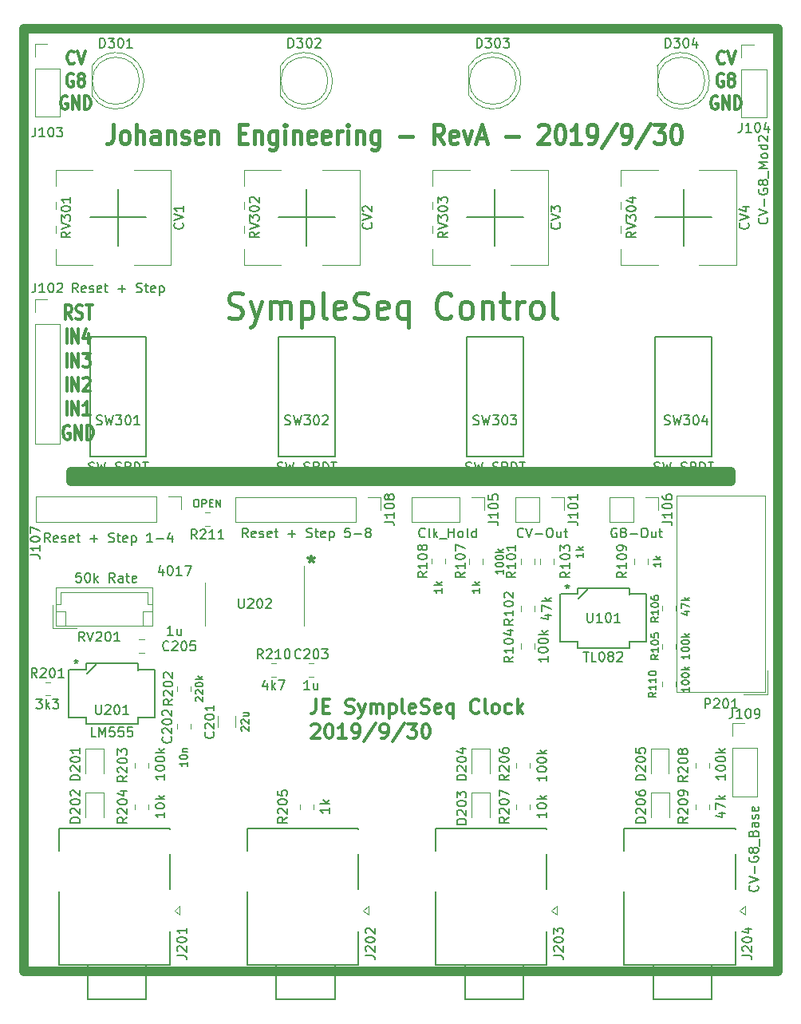
<source format=gbr>
%TF.GenerationSoftware,KiCad,Pcbnew,(5.1.0)-1*%
%TF.CreationDate,2019-09-30T23:49:38+02:00*%
%TF.ProjectId,KicadJE_SympleSeq,4b696361-644a-4455-9f53-796d706c6553,Rev A*%
%TF.SameCoordinates,Original*%
%TF.FileFunction,Legend,Top*%
%TF.FilePolarity,Positive*%
%FSLAX46Y46*%
G04 Gerber Fmt 4.6, Leading zero omitted, Abs format (unit mm)*
G04 Created by KiCad (PCBNEW (5.1.0)-1) date 2019-09-30 23:49:38*
%MOMM*%
%LPD*%
G04 APERTURE LIST*
%ADD10C,0.300000*%
%ADD11C,0.450000*%
%ADD12C,0.375000*%
%ADD13C,1.000000*%
%ADD14C,0.120000*%
%ADD15C,0.150000*%
G04 APERTURE END LIST*
D10*
X130500000Y-105928571D02*
X130500000Y-106285714D01*
X130142857Y-106142857D02*
X130500000Y-106285714D01*
X130857142Y-106142857D01*
X130285714Y-106571428D02*
X130500000Y-106285714D01*
X130714285Y-106571428D01*
D11*
X109485357Y-60154761D02*
X109485357Y-61583333D01*
X109399642Y-61869047D01*
X109228214Y-62059523D01*
X108971071Y-62154761D01*
X108799642Y-62154761D01*
X110599642Y-62154761D02*
X110428214Y-62059523D01*
X110342500Y-61964285D01*
X110256785Y-61773809D01*
X110256785Y-61202380D01*
X110342500Y-61011904D01*
X110428214Y-60916666D01*
X110599642Y-60821428D01*
X110856785Y-60821428D01*
X111028214Y-60916666D01*
X111113928Y-61011904D01*
X111199642Y-61202380D01*
X111199642Y-61773809D01*
X111113928Y-61964285D01*
X111028214Y-62059523D01*
X110856785Y-62154761D01*
X110599642Y-62154761D01*
X111971071Y-62154761D02*
X111971071Y-60154761D01*
X112742500Y-62154761D02*
X112742500Y-61107142D01*
X112656785Y-60916666D01*
X112485357Y-60821428D01*
X112228214Y-60821428D01*
X112056785Y-60916666D01*
X111971071Y-61011904D01*
X114371071Y-62154761D02*
X114371071Y-61107142D01*
X114285357Y-60916666D01*
X114113928Y-60821428D01*
X113771071Y-60821428D01*
X113599642Y-60916666D01*
X114371071Y-62059523D02*
X114199642Y-62154761D01*
X113771071Y-62154761D01*
X113599642Y-62059523D01*
X113513928Y-61869047D01*
X113513928Y-61678571D01*
X113599642Y-61488095D01*
X113771071Y-61392857D01*
X114199642Y-61392857D01*
X114371071Y-61297619D01*
X115228214Y-60821428D02*
X115228214Y-62154761D01*
X115228214Y-61011904D02*
X115313928Y-60916666D01*
X115485357Y-60821428D01*
X115742500Y-60821428D01*
X115913928Y-60916666D01*
X115999642Y-61107142D01*
X115999642Y-62154761D01*
X116771071Y-62059523D02*
X116942500Y-62154761D01*
X117285357Y-62154761D01*
X117456785Y-62059523D01*
X117542500Y-61869047D01*
X117542500Y-61773809D01*
X117456785Y-61583333D01*
X117285357Y-61488095D01*
X117028214Y-61488095D01*
X116856785Y-61392857D01*
X116771071Y-61202380D01*
X116771071Y-61107142D01*
X116856785Y-60916666D01*
X117028214Y-60821428D01*
X117285357Y-60821428D01*
X117456785Y-60916666D01*
X118999642Y-62059523D02*
X118828214Y-62154761D01*
X118485357Y-62154761D01*
X118313928Y-62059523D01*
X118228214Y-61869047D01*
X118228214Y-61107142D01*
X118313928Y-60916666D01*
X118485357Y-60821428D01*
X118828214Y-60821428D01*
X118999642Y-60916666D01*
X119085357Y-61107142D01*
X119085357Y-61297619D01*
X118228214Y-61488095D01*
X119856785Y-60821428D02*
X119856785Y-62154761D01*
X119856785Y-61011904D02*
X119942500Y-60916666D01*
X120113928Y-60821428D01*
X120371071Y-60821428D01*
X120542500Y-60916666D01*
X120628214Y-61107142D01*
X120628214Y-62154761D01*
X122856785Y-61107142D02*
X123456785Y-61107142D01*
X123713928Y-62154761D02*
X122856785Y-62154761D01*
X122856785Y-60154761D01*
X123713928Y-60154761D01*
X124485357Y-60821428D02*
X124485357Y-62154761D01*
X124485357Y-61011904D02*
X124571071Y-60916666D01*
X124742500Y-60821428D01*
X124999642Y-60821428D01*
X125171071Y-60916666D01*
X125256785Y-61107142D01*
X125256785Y-62154761D01*
X126885357Y-60821428D02*
X126885357Y-62440476D01*
X126799642Y-62630952D01*
X126713928Y-62726190D01*
X126542500Y-62821428D01*
X126285357Y-62821428D01*
X126113928Y-62726190D01*
X126885357Y-62059523D02*
X126713928Y-62154761D01*
X126371071Y-62154761D01*
X126199642Y-62059523D01*
X126113928Y-61964285D01*
X126028214Y-61773809D01*
X126028214Y-61202380D01*
X126113928Y-61011904D01*
X126199642Y-60916666D01*
X126371071Y-60821428D01*
X126713928Y-60821428D01*
X126885357Y-60916666D01*
X127742500Y-62154761D02*
X127742500Y-60821428D01*
X127742500Y-60154761D02*
X127656785Y-60250000D01*
X127742500Y-60345238D01*
X127828214Y-60250000D01*
X127742500Y-60154761D01*
X127742500Y-60345238D01*
X128599642Y-60821428D02*
X128599642Y-62154761D01*
X128599642Y-61011904D02*
X128685357Y-60916666D01*
X128856785Y-60821428D01*
X129113928Y-60821428D01*
X129285357Y-60916666D01*
X129371071Y-61107142D01*
X129371071Y-62154761D01*
X130913928Y-62059523D02*
X130742500Y-62154761D01*
X130399642Y-62154761D01*
X130228214Y-62059523D01*
X130142500Y-61869047D01*
X130142500Y-61107142D01*
X130228214Y-60916666D01*
X130399642Y-60821428D01*
X130742500Y-60821428D01*
X130913928Y-60916666D01*
X130999642Y-61107142D01*
X130999642Y-61297619D01*
X130142500Y-61488095D01*
X132456785Y-62059523D02*
X132285357Y-62154761D01*
X131942500Y-62154761D01*
X131771071Y-62059523D01*
X131685357Y-61869047D01*
X131685357Y-61107142D01*
X131771071Y-60916666D01*
X131942500Y-60821428D01*
X132285357Y-60821428D01*
X132456785Y-60916666D01*
X132542500Y-61107142D01*
X132542500Y-61297619D01*
X131685357Y-61488095D01*
X133313928Y-62154761D02*
X133313928Y-60821428D01*
X133313928Y-61202380D02*
X133399642Y-61011904D01*
X133485357Y-60916666D01*
X133656785Y-60821428D01*
X133828214Y-60821428D01*
X134428214Y-62154761D02*
X134428214Y-60821428D01*
X134428214Y-60154761D02*
X134342500Y-60250000D01*
X134428214Y-60345238D01*
X134513928Y-60250000D01*
X134428214Y-60154761D01*
X134428214Y-60345238D01*
X135285357Y-60821428D02*
X135285357Y-62154761D01*
X135285357Y-61011904D02*
X135371071Y-60916666D01*
X135542500Y-60821428D01*
X135799642Y-60821428D01*
X135971071Y-60916666D01*
X136056785Y-61107142D01*
X136056785Y-62154761D01*
X137685357Y-60821428D02*
X137685357Y-62440476D01*
X137599642Y-62630952D01*
X137513928Y-62726190D01*
X137342500Y-62821428D01*
X137085357Y-62821428D01*
X136913928Y-62726190D01*
X137685357Y-62059523D02*
X137513928Y-62154761D01*
X137171071Y-62154761D01*
X136999642Y-62059523D01*
X136913928Y-61964285D01*
X136828214Y-61773809D01*
X136828214Y-61202380D01*
X136913928Y-61011904D01*
X136999642Y-60916666D01*
X137171071Y-60821428D01*
X137513928Y-60821428D01*
X137685357Y-60916666D01*
X139913928Y-61392857D02*
X141285357Y-61392857D01*
X144542500Y-62154761D02*
X143942500Y-61202380D01*
X143513928Y-62154761D02*
X143513928Y-60154761D01*
X144199642Y-60154761D01*
X144371071Y-60250000D01*
X144456785Y-60345238D01*
X144542500Y-60535714D01*
X144542500Y-60821428D01*
X144456785Y-61011904D01*
X144371071Y-61107142D01*
X144199642Y-61202380D01*
X143513928Y-61202380D01*
X145999642Y-62059523D02*
X145828214Y-62154761D01*
X145485357Y-62154761D01*
X145313928Y-62059523D01*
X145228214Y-61869047D01*
X145228214Y-61107142D01*
X145313928Y-60916666D01*
X145485357Y-60821428D01*
X145828214Y-60821428D01*
X145999642Y-60916666D01*
X146085357Y-61107142D01*
X146085357Y-61297619D01*
X145228214Y-61488095D01*
X146685357Y-60821428D02*
X147113928Y-62154761D01*
X147542500Y-60821428D01*
X148142500Y-61583333D02*
X148999642Y-61583333D01*
X147971071Y-62154761D02*
X148571071Y-60154761D01*
X149171071Y-62154761D01*
X151142500Y-61392857D02*
X152513928Y-61392857D01*
X154656785Y-60345238D02*
X154742500Y-60250000D01*
X154913928Y-60154761D01*
X155342500Y-60154761D01*
X155513928Y-60250000D01*
X155599642Y-60345238D01*
X155685357Y-60535714D01*
X155685357Y-60726190D01*
X155599642Y-61011904D01*
X154571071Y-62154761D01*
X155685357Y-62154761D01*
X156799642Y-60154761D02*
X156971071Y-60154761D01*
X157142500Y-60250000D01*
X157228214Y-60345238D01*
X157313928Y-60535714D01*
X157399642Y-60916666D01*
X157399642Y-61392857D01*
X157313928Y-61773809D01*
X157228214Y-61964285D01*
X157142500Y-62059523D01*
X156971071Y-62154761D01*
X156799642Y-62154761D01*
X156628214Y-62059523D01*
X156542500Y-61964285D01*
X156456785Y-61773809D01*
X156371071Y-61392857D01*
X156371071Y-60916666D01*
X156456785Y-60535714D01*
X156542500Y-60345238D01*
X156628214Y-60250000D01*
X156799642Y-60154761D01*
X159113928Y-62154761D02*
X158085357Y-62154761D01*
X158599642Y-62154761D02*
X158599642Y-60154761D01*
X158428214Y-60440476D01*
X158256785Y-60630952D01*
X158085357Y-60726190D01*
X159971071Y-62154761D02*
X160313928Y-62154761D01*
X160485357Y-62059523D01*
X160571071Y-61964285D01*
X160742500Y-61678571D01*
X160828214Y-61297619D01*
X160828214Y-60535714D01*
X160742500Y-60345238D01*
X160656785Y-60250000D01*
X160485357Y-60154761D01*
X160142500Y-60154761D01*
X159971071Y-60250000D01*
X159885357Y-60345238D01*
X159799642Y-60535714D01*
X159799642Y-61011904D01*
X159885357Y-61202380D01*
X159971071Y-61297619D01*
X160142500Y-61392857D01*
X160485357Y-61392857D01*
X160656785Y-61297619D01*
X160742500Y-61202380D01*
X160828214Y-61011904D01*
X162885357Y-60059523D02*
X161342500Y-62630952D01*
X163571071Y-62154761D02*
X163913928Y-62154761D01*
X164085357Y-62059523D01*
X164171071Y-61964285D01*
X164342500Y-61678571D01*
X164428214Y-61297619D01*
X164428214Y-60535714D01*
X164342500Y-60345238D01*
X164256785Y-60250000D01*
X164085357Y-60154761D01*
X163742500Y-60154761D01*
X163571071Y-60250000D01*
X163485357Y-60345238D01*
X163399642Y-60535714D01*
X163399642Y-61011904D01*
X163485357Y-61202380D01*
X163571071Y-61297619D01*
X163742500Y-61392857D01*
X164085357Y-61392857D01*
X164256785Y-61297619D01*
X164342500Y-61202380D01*
X164428214Y-61011904D01*
X166485357Y-60059523D02*
X164942500Y-62630952D01*
X166913928Y-60154761D02*
X168028214Y-60154761D01*
X167428214Y-60916666D01*
X167685357Y-60916666D01*
X167856785Y-61011904D01*
X167942500Y-61107142D01*
X168028214Y-61297619D01*
X168028214Y-61773809D01*
X167942500Y-61964285D01*
X167856785Y-62059523D01*
X167685357Y-62154761D01*
X167171071Y-62154761D01*
X166999642Y-62059523D01*
X166913928Y-61964285D01*
X169142500Y-60154761D02*
X169313928Y-60154761D01*
X169485357Y-60250000D01*
X169571071Y-60345238D01*
X169656785Y-60535714D01*
X169742500Y-60916666D01*
X169742500Y-61392857D01*
X169656785Y-61773809D01*
X169571071Y-61964285D01*
X169485357Y-62059523D01*
X169313928Y-62154761D01*
X169142500Y-62154761D01*
X168971071Y-62059523D01*
X168885357Y-61964285D01*
X168799642Y-61773809D01*
X168713928Y-61392857D01*
X168713928Y-60916666D01*
X168799642Y-60535714D01*
X168885357Y-60345238D01*
X168971071Y-60250000D01*
X169142500Y-60154761D01*
D10*
X105092857Y-80803571D02*
X104692857Y-80089285D01*
X104407142Y-80803571D02*
X104407142Y-79303571D01*
X104864285Y-79303571D01*
X104978571Y-79375000D01*
X105035714Y-79446428D01*
X105092857Y-79589285D01*
X105092857Y-79803571D01*
X105035714Y-79946428D01*
X104978571Y-80017857D01*
X104864285Y-80089285D01*
X104407142Y-80089285D01*
X105550000Y-80732142D02*
X105721428Y-80803571D01*
X106007142Y-80803571D01*
X106121428Y-80732142D01*
X106178571Y-80660714D01*
X106235714Y-80517857D01*
X106235714Y-80375000D01*
X106178571Y-80232142D01*
X106121428Y-80160714D01*
X106007142Y-80089285D01*
X105778571Y-80017857D01*
X105664285Y-79946428D01*
X105607142Y-79875000D01*
X105550000Y-79732142D01*
X105550000Y-79589285D01*
X105607142Y-79446428D01*
X105664285Y-79375000D01*
X105778571Y-79303571D01*
X106064285Y-79303571D01*
X106235714Y-79375000D01*
X106578571Y-79303571D02*
X107264285Y-79303571D01*
X106921428Y-80803571D02*
X106921428Y-79303571D01*
X104550000Y-83353571D02*
X104550000Y-81853571D01*
X105121428Y-83353571D02*
X105121428Y-81853571D01*
X105807142Y-83353571D01*
X105807142Y-81853571D01*
X106892857Y-82353571D02*
X106892857Y-83353571D01*
X106607142Y-81782142D02*
X106321428Y-82853571D01*
X107064285Y-82853571D01*
X104550000Y-85903571D02*
X104550000Y-84403571D01*
X105121428Y-85903571D02*
X105121428Y-84403571D01*
X105807142Y-85903571D01*
X105807142Y-84403571D01*
X106264285Y-84403571D02*
X107007142Y-84403571D01*
X106607142Y-84975000D01*
X106778571Y-84975000D01*
X106892857Y-85046428D01*
X106950000Y-85117857D01*
X107007142Y-85260714D01*
X107007142Y-85617857D01*
X106950000Y-85760714D01*
X106892857Y-85832142D01*
X106778571Y-85903571D01*
X106435714Y-85903571D01*
X106321428Y-85832142D01*
X106264285Y-85760714D01*
X104550000Y-88453571D02*
X104550000Y-86953571D01*
X105121428Y-88453571D02*
X105121428Y-86953571D01*
X105807142Y-88453571D01*
X105807142Y-86953571D01*
X106321428Y-87096428D02*
X106378571Y-87025000D01*
X106492857Y-86953571D01*
X106778571Y-86953571D01*
X106892857Y-87025000D01*
X106950000Y-87096428D01*
X107007142Y-87239285D01*
X107007142Y-87382142D01*
X106950000Y-87596428D01*
X106264285Y-88453571D01*
X107007142Y-88453571D01*
X104550000Y-91003571D02*
X104550000Y-89503571D01*
X105121428Y-91003571D02*
X105121428Y-89503571D01*
X105807142Y-91003571D01*
X105807142Y-89503571D01*
X107007142Y-91003571D02*
X106321428Y-91003571D01*
X106664285Y-91003571D02*
X106664285Y-89503571D01*
X106550000Y-89717857D01*
X106435714Y-89860714D01*
X106321428Y-89932142D01*
X104835714Y-92125000D02*
X104721428Y-92053571D01*
X104550000Y-92053571D01*
X104378571Y-92125000D01*
X104264285Y-92267857D01*
X104207142Y-92410714D01*
X104150000Y-92696428D01*
X104150000Y-92910714D01*
X104207142Y-93196428D01*
X104264285Y-93339285D01*
X104378571Y-93482142D01*
X104550000Y-93553571D01*
X104664285Y-93553571D01*
X104835714Y-93482142D01*
X104892857Y-93410714D01*
X104892857Y-92910714D01*
X104664285Y-92910714D01*
X105407142Y-93553571D02*
X105407142Y-92053571D01*
X106092857Y-93553571D01*
X106092857Y-92053571D01*
X106664285Y-93553571D02*
X106664285Y-92053571D01*
X106950000Y-92053571D01*
X107121428Y-92125000D01*
X107235714Y-92267857D01*
X107292857Y-92410714D01*
X107350000Y-92696428D01*
X107350000Y-92910714D01*
X107292857Y-93196428D01*
X107235714Y-93339285D01*
X107121428Y-93482142D01*
X106950000Y-93553571D01*
X106664285Y-93553571D01*
X174357142Y-53600000D02*
X174300000Y-53666666D01*
X174128571Y-53733333D01*
X174014285Y-53733333D01*
X173842857Y-53666666D01*
X173728571Y-53533333D01*
X173671428Y-53400000D01*
X173614285Y-53133333D01*
X173614285Y-52933333D01*
X173671428Y-52666666D01*
X173728571Y-52533333D01*
X173842857Y-52400000D01*
X174014285Y-52333333D01*
X174128571Y-52333333D01*
X174300000Y-52400000D01*
X174357142Y-52466666D01*
X174700000Y-52333333D02*
X175100000Y-53733333D01*
X175500000Y-52333333D01*
X174242857Y-54800000D02*
X174128571Y-54733333D01*
X173957142Y-54733333D01*
X173785714Y-54800000D01*
X173671428Y-54933333D01*
X173614285Y-55066666D01*
X173557142Y-55333333D01*
X173557142Y-55533333D01*
X173614285Y-55800000D01*
X173671428Y-55933333D01*
X173785714Y-56066666D01*
X173957142Y-56133333D01*
X174071428Y-56133333D01*
X174242857Y-56066666D01*
X174300000Y-56000000D01*
X174300000Y-55533333D01*
X174071428Y-55533333D01*
X174985714Y-55333333D02*
X174871428Y-55266666D01*
X174814285Y-55200000D01*
X174757142Y-55066666D01*
X174757142Y-55000000D01*
X174814285Y-54866666D01*
X174871428Y-54800000D01*
X174985714Y-54733333D01*
X175214285Y-54733333D01*
X175328571Y-54800000D01*
X175385714Y-54866666D01*
X175442857Y-55000000D01*
X175442857Y-55066666D01*
X175385714Y-55200000D01*
X175328571Y-55266666D01*
X175214285Y-55333333D01*
X174985714Y-55333333D01*
X174871428Y-55400000D01*
X174814285Y-55466666D01*
X174757142Y-55600000D01*
X174757142Y-55866666D01*
X174814285Y-56000000D01*
X174871428Y-56066666D01*
X174985714Y-56133333D01*
X175214285Y-56133333D01*
X175328571Y-56066666D01*
X175385714Y-56000000D01*
X175442857Y-55866666D01*
X175442857Y-55600000D01*
X175385714Y-55466666D01*
X175328571Y-55400000D01*
X175214285Y-55333333D01*
X173585714Y-57200000D02*
X173471428Y-57133333D01*
X173300000Y-57133333D01*
X173128571Y-57200000D01*
X173014285Y-57333333D01*
X172957142Y-57466666D01*
X172900000Y-57733333D01*
X172900000Y-57933333D01*
X172957142Y-58200000D01*
X173014285Y-58333333D01*
X173128571Y-58466666D01*
X173300000Y-58533333D01*
X173414285Y-58533333D01*
X173585714Y-58466666D01*
X173642857Y-58400000D01*
X173642857Y-57933333D01*
X173414285Y-57933333D01*
X174157142Y-58533333D02*
X174157142Y-57133333D01*
X174842857Y-58533333D01*
X174842857Y-57133333D01*
X175414285Y-58533333D02*
X175414285Y-57133333D01*
X175700000Y-57133333D01*
X175871428Y-57200000D01*
X175985714Y-57333333D01*
X176042857Y-57466666D01*
X176100000Y-57733333D01*
X176100000Y-57933333D01*
X176042857Y-58200000D01*
X175985714Y-58333333D01*
X175871428Y-58466666D01*
X175700000Y-58533333D01*
X175414285Y-58533333D01*
X105357142Y-53600000D02*
X105300000Y-53666666D01*
X105128571Y-53733333D01*
X105014285Y-53733333D01*
X104842857Y-53666666D01*
X104728571Y-53533333D01*
X104671428Y-53400000D01*
X104614285Y-53133333D01*
X104614285Y-52933333D01*
X104671428Y-52666666D01*
X104728571Y-52533333D01*
X104842857Y-52400000D01*
X105014285Y-52333333D01*
X105128571Y-52333333D01*
X105300000Y-52400000D01*
X105357142Y-52466666D01*
X105700000Y-52333333D02*
X106100000Y-53733333D01*
X106500000Y-52333333D01*
X105242857Y-54800000D02*
X105128571Y-54733333D01*
X104957142Y-54733333D01*
X104785714Y-54800000D01*
X104671428Y-54933333D01*
X104614285Y-55066666D01*
X104557142Y-55333333D01*
X104557142Y-55533333D01*
X104614285Y-55800000D01*
X104671428Y-55933333D01*
X104785714Y-56066666D01*
X104957142Y-56133333D01*
X105071428Y-56133333D01*
X105242857Y-56066666D01*
X105300000Y-56000000D01*
X105300000Y-55533333D01*
X105071428Y-55533333D01*
X105985714Y-55333333D02*
X105871428Y-55266666D01*
X105814285Y-55200000D01*
X105757142Y-55066666D01*
X105757142Y-55000000D01*
X105814285Y-54866666D01*
X105871428Y-54800000D01*
X105985714Y-54733333D01*
X106214285Y-54733333D01*
X106328571Y-54800000D01*
X106385714Y-54866666D01*
X106442857Y-55000000D01*
X106442857Y-55066666D01*
X106385714Y-55200000D01*
X106328571Y-55266666D01*
X106214285Y-55333333D01*
X105985714Y-55333333D01*
X105871428Y-55400000D01*
X105814285Y-55466666D01*
X105757142Y-55600000D01*
X105757142Y-55866666D01*
X105814285Y-56000000D01*
X105871428Y-56066666D01*
X105985714Y-56133333D01*
X106214285Y-56133333D01*
X106328571Y-56066666D01*
X106385714Y-56000000D01*
X106442857Y-55866666D01*
X106442857Y-55600000D01*
X106385714Y-55466666D01*
X106328571Y-55400000D01*
X106214285Y-55333333D01*
X104585714Y-57200000D02*
X104471428Y-57133333D01*
X104300000Y-57133333D01*
X104128571Y-57200000D01*
X104014285Y-57333333D01*
X103957142Y-57466666D01*
X103900000Y-57733333D01*
X103900000Y-57933333D01*
X103957142Y-58200000D01*
X104014285Y-58333333D01*
X104128571Y-58466666D01*
X104300000Y-58533333D01*
X104414285Y-58533333D01*
X104585714Y-58466666D01*
X104642857Y-58400000D01*
X104642857Y-57933333D01*
X104414285Y-57933333D01*
X105157142Y-58533333D02*
X105157142Y-57133333D01*
X105842857Y-58533333D01*
X105842857Y-57133333D01*
X106414285Y-58533333D02*
X106414285Y-57133333D01*
X106700000Y-57133333D01*
X106871428Y-57200000D01*
X106985714Y-57333333D01*
X107042857Y-57466666D01*
X107100000Y-57733333D01*
X107100000Y-57933333D01*
X107042857Y-58200000D01*
X106985714Y-58333333D01*
X106871428Y-58466666D01*
X106700000Y-58533333D01*
X106414285Y-58533333D01*
D12*
X131029464Y-121116071D02*
X131029464Y-122187500D01*
X130958035Y-122401785D01*
X130815178Y-122544642D01*
X130600892Y-122616071D01*
X130458035Y-122616071D01*
X131743750Y-121830357D02*
X132243750Y-121830357D01*
X132458035Y-122616071D02*
X131743750Y-122616071D01*
X131743750Y-121116071D01*
X132458035Y-121116071D01*
X134172321Y-122544642D02*
X134386607Y-122616071D01*
X134743750Y-122616071D01*
X134886607Y-122544642D01*
X134958035Y-122473214D01*
X135029464Y-122330357D01*
X135029464Y-122187500D01*
X134958035Y-122044642D01*
X134886607Y-121973214D01*
X134743750Y-121901785D01*
X134458035Y-121830357D01*
X134315178Y-121758928D01*
X134243750Y-121687500D01*
X134172321Y-121544642D01*
X134172321Y-121401785D01*
X134243750Y-121258928D01*
X134315178Y-121187500D01*
X134458035Y-121116071D01*
X134815178Y-121116071D01*
X135029464Y-121187500D01*
X135529464Y-121616071D02*
X135886607Y-122616071D01*
X136243750Y-121616071D02*
X135886607Y-122616071D01*
X135743750Y-122973214D01*
X135672321Y-123044642D01*
X135529464Y-123116071D01*
X136815178Y-122616071D02*
X136815178Y-121616071D01*
X136815178Y-121758928D02*
X136886607Y-121687500D01*
X137029464Y-121616071D01*
X137243750Y-121616071D01*
X137386607Y-121687500D01*
X137458035Y-121830357D01*
X137458035Y-122616071D01*
X137458035Y-121830357D02*
X137529464Y-121687500D01*
X137672321Y-121616071D01*
X137886607Y-121616071D01*
X138029464Y-121687500D01*
X138100892Y-121830357D01*
X138100892Y-122616071D01*
X138815178Y-121616071D02*
X138815178Y-123116071D01*
X138815178Y-121687500D02*
X138958035Y-121616071D01*
X139243750Y-121616071D01*
X139386607Y-121687500D01*
X139458035Y-121758928D01*
X139529464Y-121901785D01*
X139529464Y-122330357D01*
X139458035Y-122473214D01*
X139386607Y-122544642D01*
X139243750Y-122616071D01*
X138958035Y-122616071D01*
X138815178Y-122544642D01*
X140386607Y-122616071D02*
X140243750Y-122544642D01*
X140172321Y-122401785D01*
X140172321Y-121116071D01*
X141529464Y-122544642D02*
X141386607Y-122616071D01*
X141100892Y-122616071D01*
X140958035Y-122544642D01*
X140886607Y-122401785D01*
X140886607Y-121830357D01*
X140958035Y-121687500D01*
X141100892Y-121616071D01*
X141386607Y-121616071D01*
X141529464Y-121687500D01*
X141600892Y-121830357D01*
X141600892Y-121973214D01*
X140886607Y-122116071D01*
X142172321Y-122544642D02*
X142386607Y-122616071D01*
X142743750Y-122616071D01*
X142886607Y-122544642D01*
X142958035Y-122473214D01*
X143029464Y-122330357D01*
X143029464Y-122187500D01*
X142958035Y-122044642D01*
X142886607Y-121973214D01*
X142743750Y-121901785D01*
X142458035Y-121830357D01*
X142315178Y-121758928D01*
X142243750Y-121687500D01*
X142172321Y-121544642D01*
X142172321Y-121401785D01*
X142243750Y-121258928D01*
X142315178Y-121187500D01*
X142458035Y-121116071D01*
X142815178Y-121116071D01*
X143029464Y-121187500D01*
X144243750Y-122544642D02*
X144100892Y-122616071D01*
X143815178Y-122616071D01*
X143672321Y-122544642D01*
X143600892Y-122401785D01*
X143600892Y-121830357D01*
X143672321Y-121687500D01*
X143815178Y-121616071D01*
X144100892Y-121616071D01*
X144243750Y-121687500D01*
X144315178Y-121830357D01*
X144315178Y-121973214D01*
X143600892Y-122116071D01*
X145600892Y-121616071D02*
X145600892Y-123116071D01*
X145600892Y-122544642D02*
X145458035Y-122616071D01*
X145172321Y-122616071D01*
X145029464Y-122544642D01*
X144958035Y-122473214D01*
X144886607Y-122330357D01*
X144886607Y-121901785D01*
X144958035Y-121758928D01*
X145029464Y-121687500D01*
X145172321Y-121616071D01*
X145458035Y-121616071D01*
X145600892Y-121687500D01*
X148315178Y-122473214D02*
X148243750Y-122544642D01*
X148029464Y-122616071D01*
X147886607Y-122616071D01*
X147672321Y-122544642D01*
X147529464Y-122401785D01*
X147458035Y-122258928D01*
X147386607Y-121973214D01*
X147386607Y-121758928D01*
X147458035Y-121473214D01*
X147529464Y-121330357D01*
X147672321Y-121187500D01*
X147886607Y-121116071D01*
X148029464Y-121116071D01*
X148243750Y-121187500D01*
X148315178Y-121258928D01*
X149172321Y-122616071D02*
X149029464Y-122544642D01*
X148958035Y-122401785D01*
X148958035Y-121116071D01*
X149958035Y-122616071D02*
X149815178Y-122544642D01*
X149743750Y-122473214D01*
X149672321Y-122330357D01*
X149672321Y-121901785D01*
X149743750Y-121758928D01*
X149815178Y-121687500D01*
X149958035Y-121616071D01*
X150172321Y-121616071D01*
X150315178Y-121687500D01*
X150386607Y-121758928D01*
X150458035Y-121901785D01*
X150458035Y-122330357D01*
X150386607Y-122473214D01*
X150315178Y-122544642D01*
X150172321Y-122616071D01*
X149958035Y-122616071D01*
X151743750Y-122544642D02*
X151600892Y-122616071D01*
X151315178Y-122616071D01*
X151172321Y-122544642D01*
X151100892Y-122473214D01*
X151029464Y-122330357D01*
X151029464Y-121901785D01*
X151100892Y-121758928D01*
X151172321Y-121687500D01*
X151315178Y-121616071D01*
X151600892Y-121616071D01*
X151743750Y-121687500D01*
X152386607Y-122616071D02*
X152386607Y-121116071D01*
X152529464Y-122044642D02*
X152958035Y-122616071D01*
X152958035Y-121616071D02*
X152386607Y-122187500D01*
X130529464Y-123883928D02*
X130600892Y-123812500D01*
X130743750Y-123741071D01*
X131100892Y-123741071D01*
X131243750Y-123812500D01*
X131315178Y-123883928D01*
X131386607Y-124026785D01*
X131386607Y-124169642D01*
X131315178Y-124383928D01*
X130458035Y-125241071D01*
X131386607Y-125241071D01*
X132315178Y-123741071D02*
X132458035Y-123741071D01*
X132600892Y-123812500D01*
X132672321Y-123883928D01*
X132743750Y-124026785D01*
X132815178Y-124312500D01*
X132815178Y-124669642D01*
X132743750Y-124955357D01*
X132672321Y-125098214D01*
X132600892Y-125169642D01*
X132458035Y-125241071D01*
X132315178Y-125241071D01*
X132172321Y-125169642D01*
X132100892Y-125098214D01*
X132029464Y-124955357D01*
X131958035Y-124669642D01*
X131958035Y-124312500D01*
X132029464Y-124026785D01*
X132100892Y-123883928D01*
X132172321Y-123812500D01*
X132315178Y-123741071D01*
X134243750Y-125241071D02*
X133386607Y-125241071D01*
X133815178Y-125241071D02*
X133815178Y-123741071D01*
X133672321Y-123955357D01*
X133529464Y-124098214D01*
X133386607Y-124169642D01*
X134958035Y-125241071D02*
X135243750Y-125241071D01*
X135386607Y-125169642D01*
X135458035Y-125098214D01*
X135600892Y-124883928D01*
X135672321Y-124598214D01*
X135672321Y-124026785D01*
X135600892Y-123883928D01*
X135529464Y-123812500D01*
X135386607Y-123741071D01*
X135100892Y-123741071D01*
X134958035Y-123812500D01*
X134886607Y-123883928D01*
X134815178Y-124026785D01*
X134815178Y-124383928D01*
X134886607Y-124526785D01*
X134958035Y-124598214D01*
X135100892Y-124669642D01*
X135386607Y-124669642D01*
X135529464Y-124598214D01*
X135600892Y-124526785D01*
X135672321Y-124383928D01*
X137386607Y-123669642D02*
X136100892Y-125598214D01*
X137958035Y-125241071D02*
X138243750Y-125241071D01*
X138386607Y-125169642D01*
X138458035Y-125098214D01*
X138600892Y-124883928D01*
X138672321Y-124598214D01*
X138672321Y-124026785D01*
X138600892Y-123883928D01*
X138529464Y-123812500D01*
X138386607Y-123741071D01*
X138100892Y-123741071D01*
X137958035Y-123812500D01*
X137886607Y-123883928D01*
X137815178Y-124026785D01*
X137815178Y-124383928D01*
X137886607Y-124526785D01*
X137958035Y-124598214D01*
X138100892Y-124669642D01*
X138386607Y-124669642D01*
X138529464Y-124598214D01*
X138600892Y-124526785D01*
X138672321Y-124383928D01*
X140386607Y-123669642D02*
X139100892Y-125598214D01*
X140743750Y-123741071D02*
X141672321Y-123741071D01*
X141172321Y-124312500D01*
X141386607Y-124312500D01*
X141529464Y-124383928D01*
X141600892Y-124455357D01*
X141672321Y-124598214D01*
X141672321Y-124955357D01*
X141600892Y-125098214D01*
X141529464Y-125169642D01*
X141386607Y-125241071D01*
X140958035Y-125241071D01*
X140815178Y-125169642D01*
X140743750Y-125098214D01*
X142600892Y-123741071D02*
X142743750Y-123741071D01*
X142886607Y-123812500D01*
X142958035Y-123883928D01*
X143029464Y-124026785D01*
X143100892Y-124312500D01*
X143100892Y-124669642D01*
X143029464Y-124955357D01*
X142958035Y-125098214D01*
X142886607Y-125169642D01*
X142743750Y-125241071D01*
X142600892Y-125241071D01*
X142458035Y-125169642D01*
X142386607Y-125098214D01*
X142315178Y-124955357D01*
X142243750Y-124669642D01*
X142243750Y-124312500D01*
X142315178Y-124026785D01*
X142386607Y-123883928D01*
X142458035Y-123812500D01*
X142600892Y-123741071D01*
D11*
X121768690Y-80613095D02*
X122125833Y-80744047D01*
X122721071Y-80744047D01*
X122959166Y-80613095D01*
X123078214Y-80482142D01*
X123197261Y-80220238D01*
X123197261Y-79958333D01*
X123078214Y-79696428D01*
X122959166Y-79565476D01*
X122721071Y-79434523D01*
X122244880Y-79303571D01*
X122006785Y-79172619D01*
X121887738Y-79041666D01*
X121768690Y-78779761D01*
X121768690Y-78517857D01*
X121887738Y-78255952D01*
X122006785Y-78125000D01*
X122244880Y-77994047D01*
X122840119Y-77994047D01*
X123197261Y-78125000D01*
X124030595Y-78910714D02*
X124625833Y-80744047D01*
X125221071Y-78910714D02*
X124625833Y-80744047D01*
X124387738Y-81398809D01*
X124268690Y-81529761D01*
X124030595Y-81660714D01*
X126173452Y-80744047D02*
X126173452Y-78910714D01*
X126173452Y-79172619D02*
X126292500Y-79041666D01*
X126530595Y-78910714D01*
X126887738Y-78910714D01*
X127125833Y-79041666D01*
X127244880Y-79303571D01*
X127244880Y-80744047D01*
X127244880Y-79303571D02*
X127363928Y-79041666D01*
X127602023Y-78910714D01*
X127959166Y-78910714D01*
X128197261Y-79041666D01*
X128316309Y-79303571D01*
X128316309Y-80744047D01*
X129506785Y-78910714D02*
X129506785Y-81660714D01*
X129506785Y-79041666D02*
X129744880Y-78910714D01*
X130221071Y-78910714D01*
X130459166Y-79041666D01*
X130578214Y-79172619D01*
X130697261Y-79434523D01*
X130697261Y-80220238D01*
X130578214Y-80482142D01*
X130459166Y-80613095D01*
X130221071Y-80744047D01*
X129744880Y-80744047D01*
X129506785Y-80613095D01*
X132125833Y-80744047D02*
X131887738Y-80613095D01*
X131768690Y-80351190D01*
X131768690Y-77994047D01*
X134030595Y-80613095D02*
X133792500Y-80744047D01*
X133316309Y-80744047D01*
X133078214Y-80613095D01*
X132959166Y-80351190D01*
X132959166Y-79303571D01*
X133078214Y-79041666D01*
X133316309Y-78910714D01*
X133792500Y-78910714D01*
X134030595Y-79041666D01*
X134149642Y-79303571D01*
X134149642Y-79565476D01*
X132959166Y-79827380D01*
X135102023Y-80613095D02*
X135459166Y-80744047D01*
X136054404Y-80744047D01*
X136292500Y-80613095D01*
X136411547Y-80482142D01*
X136530595Y-80220238D01*
X136530595Y-79958333D01*
X136411547Y-79696428D01*
X136292500Y-79565476D01*
X136054404Y-79434523D01*
X135578214Y-79303571D01*
X135340119Y-79172619D01*
X135221071Y-79041666D01*
X135102023Y-78779761D01*
X135102023Y-78517857D01*
X135221071Y-78255952D01*
X135340119Y-78125000D01*
X135578214Y-77994047D01*
X136173452Y-77994047D01*
X136530595Y-78125000D01*
X138554404Y-80613095D02*
X138316309Y-80744047D01*
X137840119Y-80744047D01*
X137602023Y-80613095D01*
X137482976Y-80351190D01*
X137482976Y-79303571D01*
X137602023Y-79041666D01*
X137840119Y-78910714D01*
X138316309Y-78910714D01*
X138554404Y-79041666D01*
X138673452Y-79303571D01*
X138673452Y-79565476D01*
X137482976Y-79827380D01*
X140816309Y-78910714D02*
X140816309Y-81660714D01*
X140816309Y-80613095D02*
X140578214Y-80744047D01*
X140102023Y-80744047D01*
X139863928Y-80613095D01*
X139744880Y-80482142D01*
X139625833Y-80220238D01*
X139625833Y-79434523D01*
X139744880Y-79172619D01*
X139863928Y-79041666D01*
X140102023Y-78910714D01*
X140578214Y-78910714D01*
X140816309Y-79041666D01*
X145340119Y-80482142D02*
X145221071Y-80613095D01*
X144863928Y-80744047D01*
X144625833Y-80744047D01*
X144268690Y-80613095D01*
X144030595Y-80351190D01*
X143911547Y-80089285D01*
X143792500Y-79565476D01*
X143792500Y-79172619D01*
X143911547Y-78648809D01*
X144030595Y-78386904D01*
X144268690Y-78125000D01*
X144625833Y-77994047D01*
X144863928Y-77994047D01*
X145221071Y-78125000D01*
X145340119Y-78255952D01*
X146768690Y-80744047D02*
X146530595Y-80613095D01*
X146411547Y-80482142D01*
X146292500Y-80220238D01*
X146292500Y-79434523D01*
X146411547Y-79172619D01*
X146530595Y-79041666D01*
X146768690Y-78910714D01*
X147125833Y-78910714D01*
X147363928Y-79041666D01*
X147482976Y-79172619D01*
X147602023Y-79434523D01*
X147602023Y-80220238D01*
X147482976Y-80482142D01*
X147363928Y-80613095D01*
X147125833Y-80744047D01*
X146768690Y-80744047D01*
X148673452Y-78910714D02*
X148673452Y-80744047D01*
X148673452Y-79172619D02*
X148792500Y-79041666D01*
X149030595Y-78910714D01*
X149387738Y-78910714D01*
X149625833Y-79041666D01*
X149744880Y-79303571D01*
X149744880Y-80744047D01*
X150578214Y-78910714D02*
X151530595Y-78910714D01*
X150935357Y-77994047D02*
X150935357Y-80351190D01*
X151054404Y-80613095D01*
X151292500Y-80744047D01*
X151530595Y-80744047D01*
X152363928Y-80744047D02*
X152363928Y-78910714D01*
X152363928Y-79434523D02*
X152482976Y-79172619D01*
X152602023Y-79041666D01*
X152840119Y-78910714D01*
X153078214Y-78910714D01*
X154268690Y-80744047D02*
X154030595Y-80613095D01*
X153911547Y-80482142D01*
X153792500Y-80220238D01*
X153792500Y-79434523D01*
X153911547Y-79172619D01*
X154030595Y-79041666D01*
X154268690Y-78910714D01*
X154625833Y-78910714D01*
X154863928Y-79041666D01*
X154982976Y-79172619D01*
X155102023Y-79434523D01*
X155102023Y-80220238D01*
X154982976Y-80482142D01*
X154863928Y-80613095D01*
X154625833Y-80744047D01*
X154268690Y-80744047D01*
X156530595Y-80744047D02*
X156292500Y-80613095D01*
X156173452Y-80351190D01*
X156173452Y-77994047D01*
D13*
X105000000Y-96950000D02*
X105000000Y-97950000D01*
X175000000Y-96950000D02*
X175000000Y-97950000D01*
X105000000Y-96950000D02*
X175000000Y-96950000D01*
X175000000Y-97950000D02*
X105000000Y-97950000D01*
X180000000Y-50000000D02*
X100000000Y-50000000D01*
X180000000Y-150000000D02*
X180000000Y-50000000D01*
X100000000Y-150000000D02*
X180000000Y-150000000D01*
X100000000Y-50000000D02*
X100000000Y-150000000D01*
D14*
X120590000Y-122885436D02*
X120590000Y-124089564D01*
X122410000Y-122885436D02*
X122410000Y-124089564D01*
X130238748Y-117290000D02*
X130761252Y-117290000D01*
X130238748Y-118710000D02*
X130761252Y-118710000D01*
X112761252Y-114790000D02*
X112238748Y-114790000D01*
X112761252Y-116210000D02*
X112238748Y-116210000D01*
X108460000Y-129000000D02*
X108460000Y-126315000D01*
X108460000Y-126315000D02*
X106540000Y-126315000D01*
X106540000Y-126315000D02*
X106540000Y-129000000D01*
X106540000Y-130985000D02*
X106540000Y-133670000D01*
X108460000Y-130985000D02*
X106540000Y-130985000D01*
X108460000Y-133670000D02*
X108460000Y-130985000D01*
X147540000Y-130985000D02*
X147540000Y-133670000D01*
X149460000Y-130985000D02*
X147540000Y-130985000D01*
X149460000Y-133670000D02*
X149460000Y-130985000D01*
X149460000Y-129000000D02*
X149460000Y-126315000D01*
X149460000Y-126315000D02*
X147540000Y-126315000D01*
X147540000Y-126315000D02*
X147540000Y-129000000D01*
X166540000Y-126315000D02*
X166540000Y-129000000D01*
X168460000Y-126315000D02*
X166540000Y-126315000D01*
X168460000Y-129000000D02*
X168460000Y-126315000D01*
X168522500Y-133670000D02*
X168522500Y-130985000D01*
X168522500Y-130985000D02*
X166602500Y-130985000D01*
X166602500Y-130985000D02*
X166602500Y-133670000D01*
X107210000Y-53955000D02*
X107210000Y-57045000D01*
X112270000Y-55500000D02*
G75*
G03X112270000Y-55500000I-2500000J0D01*
G01*
X112760000Y-55499538D02*
G75*
G02X107210000Y-57044830I-2990000J-462D01*
G01*
X112760000Y-55500462D02*
G75*
G03X107210000Y-53955170I-2990000J462D01*
G01*
X132760000Y-55500462D02*
G75*
G03X127210000Y-53955170I-2990000J462D01*
G01*
X132760000Y-55499538D02*
G75*
G02X127210000Y-57044830I-2990000J-462D01*
G01*
X132270000Y-55500000D02*
G75*
G03X132270000Y-55500000I-2500000J0D01*
G01*
X127210000Y-53955000D02*
X127210000Y-57045000D01*
X147210000Y-53955000D02*
X147210000Y-57045000D01*
X152270000Y-55500000D02*
G75*
G03X152270000Y-55500000I-2500000J0D01*
G01*
X152760000Y-55499538D02*
G75*
G02X147210000Y-57044830I-2990000J-462D01*
G01*
X152760000Y-55500462D02*
G75*
G03X147210000Y-53955170I-2990000J462D01*
G01*
X172760000Y-55500462D02*
G75*
G03X167210000Y-53955170I-2990000J462D01*
G01*
X172760000Y-55499538D02*
G75*
G02X167210000Y-57044830I-2990000J-462D01*
G01*
X172270000Y-55500000D02*
G75*
G03X172270000Y-55500000I-2500000J0D01*
G01*
X167210000Y-53955000D02*
X167210000Y-57045000D01*
X157330000Y-99670000D02*
X157330000Y-101000000D01*
X156000000Y-99670000D02*
X157330000Y-99670000D01*
X154730000Y-99670000D02*
X154730000Y-102330000D01*
X154730000Y-102330000D02*
X152130000Y-102330000D01*
X154730000Y-99670000D02*
X152130000Y-99670000D01*
X152130000Y-99670000D02*
X152130000Y-102330000D01*
X101170000Y-78670000D02*
X102500000Y-78670000D01*
X101170000Y-80000000D02*
X101170000Y-78670000D01*
X101170000Y-81270000D02*
X103830000Y-81270000D01*
X103830000Y-81270000D02*
X103830000Y-94030000D01*
X101170000Y-81270000D02*
X101170000Y-94030000D01*
X101170000Y-94030000D02*
X103830000Y-94030000D01*
X101170000Y-59330000D02*
X103830000Y-59330000D01*
X101170000Y-54190000D02*
X101170000Y-59330000D01*
X103830000Y-54190000D02*
X103830000Y-59330000D01*
X101170000Y-54190000D02*
X103830000Y-54190000D01*
X101170000Y-52920000D02*
X101170000Y-51590000D01*
X101170000Y-51590000D02*
X102500000Y-51590000D01*
X176170000Y-51670000D02*
X177500000Y-51670000D01*
X176170000Y-53000000D02*
X176170000Y-51670000D01*
X176170000Y-54270000D02*
X178830000Y-54270000D01*
X178830000Y-54270000D02*
X178830000Y-59410000D01*
X176170000Y-54270000D02*
X176170000Y-59410000D01*
X176170000Y-59410000D02*
X178830000Y-59410000D01*
X141130000Y-99670000D02*
X141130000Y-102330000D01*
X146270000Y-99670000D02*
X141130000Y-99670000D01*
X146270000Y-102330000D02*
X141130000Y-102330000D01*
X146270000Y-99670000D02*
X146270000Y-102330000D01*
X147540000Y-99670000D02*
X148870000Y-99670000D01*
X148870000Y-99670000D02*
X148870000Y-101000000D01*
X162130000Y-99670000D02*
X162130000Y-102330000D01*
X164730000Y-99670000D02*
X162130000Y-99670000D01*
X164730000Y-102330000D02*
X162130000Y-102330000D01*
X164730000Y-99670000D02*
X164730000Y-102330000D01*
X166000000Y-99670000D02*
X167330000Y-99670000D01*
X167330000Y-99670000D02*
X167330000Y-101000000D01*
X101294999Y-99625001D02*
X101294999Y-102285001D01*
X114054999Y-99625001D02*
X101294999Y-99625001D01*
X114054999Y-102285001D02*
X101294999Y-102285001D01*
X114054999Y-99625001D02*
X114054999Y-102285001D01*
X115324999Y-99625001D02*
X116654999Y-99625001D01*
X116654999Y-99625001D02*
X116654999Y-100955001D01*
X122470000Y-99670000D02*
X122470000Y-102330000D01*
X135230000Y-99670000D02*
X122470000Y-99670000D01*
X135230000Y-102330000D02*
X122470000Y-102330000D01*
X135230000Y-99670000D02*
X135230000Y-102330000D01*
X136500000Y-99670000D02*
X137830000Y-99670000D01*
X137830000Y-99670000D02*
X137830000Y-101000000D01*
X169305000Y-120350000D02*
X169305000Y-99490000D01*
X169305000Y-99490000D02*
X178655000Y-99490000D01*
X178655000Y-99490000D02*
X178655000Y-120350000D01*
X178655000Y-120350000D02*
X169305000Y-120350000D01*
X178905000Y-120600000D02*
X178905000Y-118060000D01*
X178905000Y-120600000D02*
X176365000Y-120600000D01*
X152790000Y-106761252D02*
X152790000Y-106238748D01*
X154210000Y-106761252D02*
X154210000Y-106238748D01*
X154210000Y-111238748D02*
X154210000Y-111761252D01*
X152790000Y-111238748D02*
X152790000Y-111761252D01*
X156210000Y-106238748D02*
X156210000Y-106761252D01*
X154790000Y-106238748D02*
X154790000Y-106761252D01*
X154210000Y-115736252D02*
X154210000Y-115213748D01*
X152790000Y-115736252D02*
X152790000Y-115213748D01*
X167790000Y-115238748D02*
X167790000Y-115761252D01*
X169210000Y-115238748D02*
X169210000Y-115761252D01*
X169210000Y-111213748D02*
X169210000Y-111736252D01*
X167790000Y-111213748D02*
X167790000Y-111736252D01*
X147290000Y-106761252D02*
X147290000Y-106238748D01*
X148710000Y-106761252D02*
X148710000Y-106238748D01*
X144710000Y-106736252D02*
X144710000Y-106213748D01*
X143290000Y-106736252D02*
X143290000Y-106213748D01*
X164790000Y-106238748D02*
X164790000Y-106761252D01*
X166210000Y-106238748D02*
X166210000Y-106761252D01*
X169210000Y-119238748D02*
X169210000Y-119761252D01*
X167790000Y-119238748D02*
X167790000Y-119761252D01*
X102263748Y-120710000D02*
X102786252Y-120710000D01*
X102263748Y-119290000D02*
X102786252Y-119290000D01*
X116290000Y-120261252D02*
X116290000Y-119738748D01*
X117710000Y-120261252D02*
X117710000Y-119738748D01*
X113210000Y-127868748D02*
X113210000Y-128391252D01*
X111790000Y-127868748D02*
X111790000Y-128391252D01*
X111790000Y-132238748D02*
X111790000Y-132761252D01*
X113210000Y-132238748D02*
X113210000Y-132761252D01*
X130710000Y-132238748D02*
X130710000Y-132761252D01*
X129290000Y-132238748D02*
X129290000Y-132761252D01*
X152290000Y-127868748D02*
X152290000Y-128391252D01*
X153710000Y-127868748D02*
X153710000Y-128391252D01*
X152290000Y-132238748D02*
X152290000Y-132761252D01*
X153710000Y-132238748D02*
X153710000Y-132761252D01*
X171290000Y-127868748D02*
X171290000Y-128391252D01*
X172710000Y-127868748D02*
X172710000Y-128391252D01*
X172735000Y-132238748D02*
X172735000Y-132761252D01*
X171315000Y-132238748D02*
X171315000Y-132761252D01*
X126238748Y-117290000D02*
X126761252Y-117290000D01*
X126238748Y-118710000D02*
X126761252Y-118710000D01*
X119736252Y-101290000D02*
X119213748Y-101290000D01*
X119736252Y-102710000D02*
X119213748Y-102710000D01*
X103390000Y-109290000D02*
X103390000Y-113310000D01*
X103390000Y-113310000D02*
X113610000Y-113310000D01*
X113610000Y-113310000D02*
X113610000Y-109290000D01*
X113610000Y-109290000D02*
X103390000Y-109290000D01*
X103390000Y-111000000D02*
X103890000Y-111000000D01*
X103890000Y-111000000D02*
X103890000Y-109790000D01*
X103890000Y-109790000D02*
X113110000Y-109790000D01*
X113110000Y-109790000D02*
X113110000Y-111000000D01*
X113110000Y-111000000D02*
X113610000Y-111000000D01*
X103390000Y-111810000D02*
X104390000Y-111810000D01*
X104390000Y-111810000D02*
X104390000Y-113310000D01*
X113610000Y-111810000D02*
X112610000Y-111810000D01*
X112610000Y-111810000D02*
X112610000Y-113310000D01*
X103090000Y-111110000D02*
X103090000Y-113610000D01*
X103090000Y-113610000D02*
X105590000Y-113610000D01*
X103380000Y-64979000D02*
X107317000Y-64979000D01*
X111684000Y-64979000D02*
X115620000Y-64979000D01*
X103380000Y-75020000D02*
X107317000Y-75020000D01*
X111684000Y-75020000D02*
X115620000Y-75020000D01*
X103380000Y-64979000D02*
X103380000Y-66629000D01*
X103380000Y-68371000D02*
X103380000Y-69130000D01*
X103380000Y-70871000D02*
X103380000Y-71630000D01*
X103380000Y-73370000D02*
X103380000Y-75020000D01*
X115620000Y-64979000D02*
X115620000Y-75020000D01*
D15*
X110000000Y-73000000D02*
X110000000Y-67000000D01*
X107000000Y-70000000D02*
X113000000Y-70000000D01*
D14*
X123380000Y-64979000D02*
X127317000Y-64979000D01*
X131684000Y-64979000D02*
X135620000Y-64979000D01*
X123380000Y-75020000D02*
X127317000Y-75020000D01*
X131684000Y-75020000D02*
X135620000Y-75020000D01*
X123380000Y-64979000D02*
X123380000Y-66629000D01*
X123380000Y-68371000D02*
X123380000Y-69130000D01*
X123380000Y-70871000D02*
X123380000Y-71630000D01*
X123380000Y-73370000D02*
X123380000Y-75020000D01*
X135620000Y-64979000D02*
X135620000Y-75020000D01*
D15*
X130000000Y-73000000D02*
X130000000Y-67000000D01*
X127000000Y-70000000D02*
X133000000Y-70000000D01*
X147000000Y-70000000D02*
X153000000Y-70000000D01*
X150000000Y-73000000D02*
X150000000Y-67000000D01*
D14*
X155620000Y-64979000D02*
X155620000Y-75020000D01*
X143380000Y-73370000D02*
X143380000Y-75020000D01*
X143380000Y-70871000D02*
X143380000Y-71630000D01*
X143380000Y-68371000D02*
X143380000Y-69130000D01*
X143380000Y-64979000D02*
X143380000Y-66629000D01*
X151684000Y-75020000D02*
X155620000Y-75020000D01*
X143380000Y-75020000D02*
X147317000Y-75020000D01*
X151684000Y-64979000D02*
X155620000Y-64979000D01*
X143380000Y-64979000D02*
X147317000Y-64979000D01*
D15*
X167000000Y-70000000D02*
X173000000Y-70000000D01*
X170000000Y-73000000D02*
X170000000Y-67000000D01*
D14*
X175620000Y-64979000D02*
X175620000Y-75020000D01*
X163380000Y-73370000D02*
X163380000Y-75020000D01*
X163380000Y-70871000D02*
X163380000Y-71630000D01*
X163380000Y-68371000D02*
X163380000Y-69130000D01*
X163380000Y-64979000D02*
X163380000Y-66629000D01*
X171684000Y-75020000D02*
X175620000Y-75020000D01*
X163380000Y-75020000D02*
X167317000Y-75020000D01*
X171684000Y-64979000D02*
X175620000Y-64979000D01*
X163380000Y-64979000D02*
X167317000Y-64979000D01*
D15*
X106705001Y-118400000D02*
X107705001Y-117400000D01*
X106605001Y-117295000D02*
X106605001Y-117950000D01*
X112105001Y-117295000D02*
X112105001Y-118045000D01*
X112105001Y-123705000D02*
X112105001Y-122955000D01*
X106605001Y-123705000D02*
X106605001Y-122955000D01*
X106605001Y-117295000D02*
X112105001Y-117295000D01*
X106605001Y-123705000D02*
X112105001Y-123705000D01*
X106605001Y-117950000D02*
X104855001Y-117950000D01*
X112149001Y-117960000D02*
X113927001Y-117960000D01*
X113927001Y-117960000D02*
X113927001Y-123040000D01*
X113927001Y-123040000D02*
X112149001Y-123040000D01*
X106561001Y-123040000D02*
X104783001Y-123040000D01*
X104783001Y-123040000D02*
X104783001Y-117960000D01*
D14*
X129760000Y-111000000D02*
X129760000Y-106950000D01*
X129760000Y-111000000D02*
X129760000Y-113275000D01*
X119240000Y-111000000D02*
X119240000Y-108725000D01*
X119240000Y-111000000D02*
X119240000Y-113275000D01*
D15*
X107000000Y-95350000D02*
X107000000Y-82650000D01*
X113000000Y-95350000D02*
X107000000Y-95350000D01*
X113000000Y-82650000D02*
X113000000Y-95350000D01*
X107000000Y-82650000D02*
X113000000Y-82650000D01*
X127000000Y-82650000D02*
X133000000Y-82650000D01*
X133000000Y-82650000D02*
X133000000Y-95350000D01*
X133000000Y-95350000D02*
X127000000Y-95350000D01*
X127000000Y-95350000D02*
X127000000Y-82650000D01*
X147000000Y-95350000D02*
X147000000Y-82650000D01*
X153000000Y-95350000D02*
X147000000Y-95350000D01*
X153000000Y-82650000D02*
X153000000Y-95350000D01*
X147000000Y-82650000D02*
X153000000Y-82650000D01*
X167000000Y-82650000D02*
X173000000Y-82650000D01*
X173000000Y-82650000D02*
X173000000Y-95350000D01*
X173000000Y-95350000D02*
X167000000Y-95350000D01*
X167000000Y-95350000D02*
X167000000Y-82650000D01*
X156928000Y-115040000D02*
X156928000Y-109960000D01*
X158706000Y-115040000D02*
X156928000Y-115040000D01*
X166072000Y-115040000D02*
X164294000Y-115040000D01*
X166072000Y-109960000D02*
X166072000Y-115040000D01*
X164294000Y-109960000D02*
X166072000Y-109960000D01*
X158750000Y-109950000D02*
X157000000Y-109950000D01*
X158750000Y-115705000D02*
X164250000Y-115705000D01*
X158750000Y-109295000D02*
X164250000Y-109295000D01*
X158750000Y-115705000D02*
X158750000Y-114955000D01*
X164250000Y-115705000D02*
X164250000Y-114955000D01*
X164250000Y-109295000D02*
X164250000Y-110045000D01*
X158750000Y-109295000D02*
X158750000Y-109950000D01*
X158850000Y-110400000D02*
X159850000Y-109400000D01*
D14*
X117710000Y-123738748D02*
X117710000Y-124261252D01*
X116290000Y-123738748D02*
X116290000Y-124261252D01*
X175170000Y-131410000D02*
X177830000Y-131410000D01*
X175170000Y-126270000D02*
X175170000Y-131410000D01*
X177830000Y-126270000D02*
X177830000Y-131410000D01*
X175170000Y-126270000D02*
X177830000Y-126270000D01*
X175170000Y-125000000D02*
X175170000Y-123670000D01*
X175170000Y-123670000D02*
X176500000Y-123670000D01*
X116550000Y-143000000D02*
X116000000Y-143500000D01*
X116550000Y-144000000D02*
X116550000Y-143000000D01*
X116000000Y-143500000D02*
X116550000Y-144000000D01*
D15*
X103700000Y-149300000D02*
X103700000Y-141550000D01*
X103700000Y-137200000D02*
X103700000Y-134800000D01*
X103700000Y-134800000D02*
X115500000Y-134800000D01*
X115500000Y-134800000D02*
X115500000Y-134900000D01*
X115500000Y-137500000D02*
X115500000Y-141250000D01*
X115500000Y-145750000D02*
X115500000Y-149300000D01*
X115500000Y-149300000D02*
X103700000Y-149300000D01*
X106800000Y-149300000D02*
X106800000Y-152900000D01*
X106800000Y-152900000D02*
X113000000Y-152900000D01*
X113000000Y-152900000D02*
X113000000Y-149300000D01*
D14*
X136550000Y-143000000D02*
X136000000Y-143500000D01*
X136550000Y-144000000D02*
X136550000Y-143000000D01*
X136000000Y-143500000D02*
X136550000Y-144000000D01*
D15*
X123700000Y-149300000D02*
X123700000Y-141550000D01*
X123700000Y-137200000D02*
X123700000Y-134800000D01*
X123700000Y-134800000D02*
X135500000Y-134800000D01*
X135500000Y-134800000D02*
X135500000Y-134900000D01*
X135500000Y-137500000D02*
X135500000Y-141250000D01*
X135500000Y-145750000D02*
X135500000Y-149300000D01*
X135500000Y-149300000D02*
X123700000Y-149300000D01*
X126800000Y-149300000D02*
X126800000Y-152900000D01*
X126800000Y-152900000D02*
X133000000Y-152900000D01*
X133000000Y-152900000D02*
X133000000Y-149300000D01*
D14*
X156550000Y-143000000D02*
X156000000Y-143500000D01*
X156550000Y-144000000D02*
X156550000Y-143000000D01*
X156000000Y-143500000D02*
X156550000Y-144000000D01*
D15*
X143700000Y-149300000D02*
X143700000Y-141550000D01*
X143700000Y-137200000D02*
X143700000Y-134800000D01*
X143700000Y-134800000D02*
X155500000Y-134800000D01*
X155500000Y-134800000D02*
X155500000Y-134900000D01*
X155500000Y-137500000D02*
X155500000Y-141250000D01*
X155500000Y-145750000D02*
X155500000Y-149300000D01*
X155500000Y-149300000D02*
X143700000Y-149300000D01*
X146800000Y-149300000D02*
X146800000Y-152900000D01*
X146800000Y-152900000D02*
X153000000Y-152900000D01*
X153000000Y-152900000D02*
X153000000Y-149300000D01*
X173000000Y-152900000D02*
X173000000Y-149300000D01*
X166800000Y-152900000D02*
X173000000Y-152900000D01*
X166800000Y-149300000D02*
X166800000Y-152900000D01*
X175500000Y-149300000D02*
X163700000Y-149300000D01*
X175500000Y-145750000D02*
X175500000Y-149300000D01*
X175500000Y-137500000D02*
X175500000Y-141250000D01*
X175500000Y-134800000D02*
X175500000Y-134900000D01*
X163700000Y-134800000D02*
X175500000Y-134800000D01*
X163700000Y-137200000D02*
X163700000Y-134800000D01*
X163700000Y-149300000D02*
X163700000Y-141550000D01*
D14*
X176000000Y-143500000D02*
X176550000Y-144000000D01*
X176550000Y-144000000D02*
X176550000Y-143000000D01*
X176550000Y-143000000D02*
X176000000Y-143500000D01*
D15*
X120107142Y-124606547D02*
X120154761Y-124654166D01*
X120202380Y-124797023D01*
X120202380Y-124892261D01*
X120154761Y-125035119D01*
X120059523Y-125130357D01*
X119964285Y-125177976D01*
X119773809Y-125225595D01*
X119630952Y-125225595D01*
X119440476Y-125177976D01*
X119345238Y-125130357D01*
X119250000Y-125035119D01*
X119202380Y-124892261D01*
X119202380Y-124797023D01*
X119250000Y-124654166D01*
X119297619Y-124606547D01*
X119297619Y-124225595D02*
X119250000Y-124177976D01*
X119202380Y-124082738D01*
X119202380Y-123844642D01*
X119250000Y-123749404D01*
X119297619Y-123701785D01*
X119392857Y-123654166D01*
X119488095Y-123654166D01*
X119630952Y-123701785D01*
X120202380Y-124273214D01*
X120202380Y-123654166D01*
X119202380Y-123035119D02*
X119202380Y-122939880D01*
X119250000Y-122844642D01*
X119297619Y-122797023D01*
X119392857Y-122749404D01*
X119583333Y-122701785D01*
X119821428Y-122701785D01*
X120011904Y-122749404D01*
X120107142Y-122797023D01*
X120154761Y-122844642D01*
X120202380Y-122939880D01*
X120202380Y-123035119D01*
X120154761Y-123130357D01*
X120107142Y-123177976D01*
X120011904Y-123225595D01*
X119821428Y-123273214D01*
X119583333Y-123273214D01*
X119392857Y-123225595D01*
X119297619Y-123177976D01*
X119250000Y-123130357D01*
X119202380Y-123035119D01*
X120202380Y-121749404D02*
X120202380Y-122320833D01*
X120202380Y-122035119D02*
X119202380Y-122035119D01*
X119345238Y-122130357D01*
X119440476Y-122225595D01*
X119488095Y-122320833D01*
X123138095Y-124471428D02*
X123100000Y-124433333D01*
X123061904Y-124357142D01*
X123061904Y-124166666D01*
X123100000Y-124090476D01*
X123138095Y-124052380D01*
X123214285Y-124014285D01*
X123290476Y-124014285D01*
X123404761Y-124052380D01*
X123861904Y-124509523D01*
X123861904Y-124014285D01*
X123138095Y-123709523D02*
X123100000Y-123671428D01*
X123061904Y-123595238D01*
X123061904Y-123404761D01*
X123100000Y-123328571D01*
X123138095Y-123290476D01*
X123214285Y-123252380D01*
X123290476Y-123252380D01*
X123404761Y-123290476D01*
X123861904Y-123747619D01*
X123861904Y-123252380D01*
X123328571Y-122566666D02*
X123861904Y-122566666D01*
X123328571Y-122909523D02*
X123747619Y-122909523D01*
X123823809Y-122871428D01*
X123861904Y-122795238D01*
X123861904Y-122680952D01*
X123823809Y-122604761D01*
X123785714Y-122566666D01*
X129380952Y-116707142D02*
X129333333Y-116754761D01*
X129190476Y-116802380D01*
X129095238Y-116802380D01*
X128952380Y-116754761D01*
X128857142Y-116659523D01*
X128809523Y-116564285D01*
X128761904Y-116373809D01*
X128761904Y-116230952D01*
X128809523Y-116040476D01*
X128857142Y-115945238D01*
X128952380Y-115850000D01*
X129095238Y-115802380D01*
X129190476Y-115802380D01*
X129333333Y-115850000D01*
X129380952Y-115897619D01*
X129761904Y-115897619D02*
X129809523Y-115850000D01*
X129904761Y-115802380D01*
X130142857Y-115802380D01*
X130238095Y-115850000D01*
X130285714Y-115897619D01*
X130333333Y-115992857D01*
X130333333Y-116088095D01*
X130285714Y-116230952D01*
X129714285Y-116802380D01*
X130333333Y-116802380D01*
X130952380Y-115802380D02*
X131047619Y-115802380D01*
X131142857Y-115850000D01*
X131190476Y-115897619D01*
X131238095Y-115992857D01*
X131285714Y-116183333D01*
X131285714Y-116421428D01*
X131238095Y-116611904D01*
X131190476Y-116707142D01*
X131142857Y-116754761D01*
X131047619Y-116802380D01*
X130952380Y-116802380D01*
X130857142Y-116754761D01*
X130809523Y-116707142D01*
X130761904Y-116611904D01*
X130714285Y-116421428D01*
X130714285Y-116183333D01*
X130761904Y-115992857D01*
X130809523Y-115897619D01*
X130857142Y-115850000D01*
X130952380Y-115802380D01*
X131619047Y-115802380D02*
X132238095Y-115802380D01*
X131904761Y-116183333D01*
X132047619Y-116183333D01*
X132142857Y-116230952D01*
X132190476Y-116278571D01*
X132238095Y-116373809D01*
X132238095Y-116611904D01*
X132190476Y-116707142D01*
X132142857Y-116754761D01*
X132047619Y-116802380D01*
X131761904Y-116802380D01*
X131666666Y-116754761D01*
X131619047Y-116707142D01*
X130333333Y-120102380D02*
X129761904Y-120102380D01*
X130047619Y-120102380D02*
X130047619Y-119102380D01*
X129952380Y-119245238D01*
X129857142Y-119340476D01*
X129761904Y-119388095D01*
X131190476Y-119435714D02*
X131190476Y-120102380D01*
X130761904Y-119435714D02*
X130761904Y-119959523D01*
X130809523Y-120054761D01*
X130904761Y-120102380D01*
X131047619Y-120102380D01*
X131142857Y-120054761D01*
X131190476Y-120007142D01*
X115380952Y-115857142D02*
X115333333Y-115904761D01*
X115190476Y-115952380D01*
X115095238Y-115952380D01*
X114952380Y-115904761D01*
X114857142Y-115809523D01*
X114809523Y-115714285D01*
X114761904Y-115523809D01*
X114761904Y-115380952D01*
X114809523Y-115190476D01*
X114857142Y-115095238D01*
X114952380Y-115000000D01*
X115095238Y-114952380D01*
X115190476Y-114952380D01*
X115333333Y-115000000D01*
X115380952Y-115047619D01*
X115761904Y-115047619D02*
X115809523Y-115000000D01*
X115904761Y-114952380D01*
X116142857Y-114952380D01*
X116238095Y-115000000D01*
X116285714Y-115047619D01*
X116333333Y-115142857D01*
X116333333Y-115238095D01*
X116285714Y-115380952D01*
X115714285Y-115952380D01*
X116333333Y-115952380D01*
X116952380Y-114952380D02*
X117047619Y-114952380D01*
X117142857Y-115000000D01*
X117190476Y-115047619D01*
X117238095Y-115142857D01*
X117285714Y-115333333D01*
X117285714Y-115571428D01*
X117238095Y-115761904D01*
X117190476Y-115857142D01*
X117142857Y-115904761D01*
X117047619Y-115952380D01*
X116952380Y-115952380D01*
X116857142Y-115904761D01*
X116809523Y-115857142D01*
X116761904Y-115761904D01*
X116714285Y-115571428D01*
X116714285Y-115333333D01*
X116761904Y-115142857D01*
X116809523Y-115047619D01*
X116857142Y-115000000D01*
X116952380Y-114952380D01*
X118190476Y-114952380D02*
X117714285Y-114952380D01*
X117666666Y-115428571D01*
X117714285Y-115380952D01*
X117809523Y-115333333D01*
X118047619Y-115333333D01*
X118142857Y-115380952D01*
X118190476Y-115428571D01*
X118238095Y-115523809D01*
X118238095Y-115761904D01*
X118190476Y-115857142D01*
X118142857Y-115904761D01*
X118047619Y-115952380D01*
X117809523Y-115952380D01*
X117714285Y-115904761D01*
X117666666Y-115857142D01*
X115833333Y-114302380D02*
X115261904Y-114302380D01*
X115547619Y-114302380D02*
X115547619Y-113302380D01*
X115452380Y-113445238D01*
X115357142Y-113540476D01*
X115261904Y-113588095D01*
X116690476Y-113635714D02*
X116690476Y-114302380D01*
X116261904Y-113635714D02*
X116261904Y-114159523D01*
X116309523Y-114254761D01*
X116404761Y-114302380D01*
X116547619Y-114302380D01*
X116642857Y-114254761D01*
X116690476Y-114207142D01*
X105952380Y-129690476D02*
X104952380Y-129690476D01*
X104952380Y-129452380D01*
X105000000Y-129309523D01*
X105095238Y-129214285D01*
X105190476Y-129166666D01*
X105380952Y-129119047D01*
X105523809Y-129119047D01*
X105714285Y-129166666D01*
X105809523Y-129214285D01*
X105904761Y-129309523D01*
X105952380Y-129452380D01*
X105952380Y-129690476D01*
X105047619Y-128738095D02*
X105000000Y-128690476D01*
X104952380Y-128595238D01*
X104952380Y-128357142D01*
X105000000Y-128261904D01*
X105047619Y-128214285D01*
X105142857Y-128166666D01*
X105238095Y-128166666D01*
X105380952Y-128214285D01*
X105952380Y-128785714D01*
X105952380Y-128166666D01*
X104952380Y-127547619D02*
X104952380Y-127452380D01*
X105000000Y-127357142D01*
X105047619Y-127309523D01*
X105142857Y-127261904D01*
X105333333Y-127214285D01*
X105571428Y-127214285D01*
X105761904Y-127261904D01*
X105857142Y-127309523D01*
X105904761Y-127357142D01*
X105952380Y-127452380D01*
X105952380Y-127547619D01*
X105904761Y-127642857D01*
X105857142Y-127690476D01*
X105761904Y-127738095D01*
X105571428Y-127785714D01*
X105333333Y-127785714D01*
X105142857Y-127738095D01*
X105047619Y-127690476D01*
X105000000Y-127642857D01*
X104952380Y-127547619D01*
X105952380Y-126261904D02*
X105952380Y-126833333D01*
X105952380Y-126547619D02*
X104952380Y-126547619D01*
X105095238Y-126642857D01*
X105190476Y-126738095D01*
X105238095Y-126833333D01*
X105952380Y-134190476D02*
X104952380Y-134190476D01*
X104952380Y-133952380D01*
X105000000Y-133809523D01*
X105095238Y-133714285D01*
X105190476Y-133666666D01*
X105380952Y-133619047D01*
X105523809Y-133619047D01*
X105714285Y-133666666D01*
X105809523Y-133714285D01*
X105904761Y-133809523D01*
X105952380Y-133952380D01*
X105952380Y-134190476D01*
X105047619Y-133238095D02*
X105000000Y-133190476D01*
X104952380Y-133095238D01*
X104952380Y-132857142D01*
X105000000Y-132761904D01*
X105047619Y-132714285D01*
X105142857Y-132666666D01*
X105238095Y-132666666D01*
X105380952Y-132714285D01*
X105952380Y-133285714D01*
X105952380Y-132666666D01*
X104952380Y-132047619D02*
X104952380Y-131952380D01*
X105000000Y-131857142D01*
X105047619Y-131809523D01*
X105142857Y-131761904D01*
X105333333Y-131714285D01*
X105571428Y-131714285D01*
X105761904Y-131761904D01*
X105857142Y-131809523D01*
X105904761Y-131857142D01*
X105952380Y-131952380D01*
X105952380Y-132047619D01*
X105904761Y-132142857D01*
X105857142Y-132190476D01*
X105761904Y-132238095D01*
X105571428Y-132285714D01*
X105333333Y-132285714D01*
X105142857Y-132238095D01*
X105047619Y-132190476D01*
X105000000Y-132142857D01*
X104952380Y-132047619D01*
X105047619Y-131333333D02*
X105000000Y-131285714D01*
X104952380Y-131190476D01*
X104952380Y-130952380D01*
X105000000Y-130857142D01*
X105047619Y-130809523D01*
X105142857Y-130761904D01*
X105238095Y-130761904D01*
X105380952Y-130809523D01*
X105952380Y-131380952D01*
X105952380Y-130761904D01*
X146952380Y-134360476D02*
X145952380Y-134360476D01*
X145952380Y-134122380D01*
X146000000Y-133979523D01*
X146095238Y-133884285D01*
X146190476Y-133836666D01*
X146380952Y-133789047D01*
X146523809Y-133789047D01*
X146714285Y-133836666D01*
X146809523Y-133884285D01*
X146904761Y-133979523D01*
X146952380Y-134122380D01*
X146952380Y-134360476D01*
X146047619Y-133408095D02*
X146000000Y-133360476D01*
X145952380Y-133265238D01*
X145952380Y-133027142D01*
X146000000Y-132931904D01*
X146047619Y-132884285D01*
X146142857Y-132836666D01*
X146238095Y-132836666D01*
X146380952Y-132884285D01*
X146952380Y-133455714D01*
X146952380Y-132836666D01*
X145952380Y-132217619D02*
X145952380Y-132122380D01*
X146000000Y-132027142D01*
X146047619Y-131979523D01*
X146142857Y-131931904D01*
X146333333Y-131884285D01*
X146571428Y-131884285D01*
X146761904Y-131931904D01*
X146857142Y-131979523D01*
X146904761Y-132027142D01*
X146952380Y-132122380D01*
X146952380Y-132217619D01*
X146904761Y-132312857D01*
X146857142Y-132360476D01*
X146761904Y-132408095D01*
X146571428Y-132455714D01*
X146333333Y-132455714D01*
X146142857Y-132408095D01*
X146047619Y-132360476D01*
X146000000Y-132312857D01*
X145952380Y-132217619D01*
X145952380Y-131550952D02*
X145952380Y-130931904D01*
X146333333Y-131265238D01*
X146333333Y-131122380D01*
X146380952Y-131027142D01*
X146428571Y-130979523D01*
X146523809Y-130931904D01*
X146761904Y-130931904D01*
X146857142Y-130979523D01*
X146904761Y-131027142D01*
X146952380Y-131122380D01*
X146952380Y-131408095D01*
X146904761Y-131503333D01*
X146857142Y-131550952D01*
X146952380Y-129690476D02*
X145952380Y-129690476D01*
X145952380Y-129452380D01*
X146000000Y-129309523D01*
X146095238Y-129214285D01*
X146190476Y-129166666D01*
X146380952Y-129119047D01*
X146523809Y-129119047D01*
X146714285Y-129166666D01*
X146809523Y-129214285D01*
X146904761Y-129309523D01*
X146952380Y-129452380D01*
X146952380Y-129690476D01*
X146047619Y-128738095D02*
X146000000Y-128690476D01*
X145952380Y-128595238D01*
X145952380Y-128357142D01*
X146000000Y-128261904D01*
X146047619Y-128214285D01*
X146142857Y-128166666D01*
X146238095Y-128166666D01*
X146380952Y-128214285D01*
X146952380Y-128785714D01*
X146952380Y-128166666D01*
X145952380Y-127547619D02*
X145952380Y-127452380D01*
X146000000Y-127357142D01*
X146047619Y-127309523D01*
X146142857Y-127261904D01*
X146333333Y-127214285D01*
X146571428Y-127214285D01*
X146761904Y-127261904D01*
X146857142Y-127309523D01*
X146904761Y-127357142D01*
X146952380Y-127452380D01*
X146952380Y-127547619D01*
X146904761Y-127642857D01*
X146857142Y-127690476D01*
X146761904Y-127738095D01*
X146571428Y-127785714D01*
X146333333Y-127785714D01*
X146142857Y-127738095D01*
X146047619Y-127690476D01*
X146000000Y-127642857D01*
X145952380Y-127547619D01*
X146285714Y-126357142D02*
X146952380Y-126357142D01*
X145904761Y-126595238D02*
X146619047Y-126833333D01*
X146619047Y-126214285D01*
X165952380Y-129690476D02*
X164952380Y-129690476D01*
X164952380Y-129452380D01*
X165000000Y-129309523D01*
X165095238Y-129214285D01*
X165190476Y-129166666D01*
X165380952Y-129119047D01*
X165523809Y-129119047D01*
X165714285Y-129166666D01*
X165809523Y-129214285D01*
X165904761Y-129309523D01*
X165952380Y-129452380D01*
X165952380Y-129690476D01*
X165047619Y-128738095D02*
X165000000Y-128690476D01*
X164952380Y-128595238D01*
X164952380Y-128357142D01*
X165000000Y-128261904D01*
X165047619Y-128214285D01*
X165142857Y-128166666D01*
X165238095Y-128166666D01*
X165380952Y-128214285D01*
X165952380Y-128785714D01*
X165952380Y-128166666D01*
X164952380Y-127547619D02*
X164952380Y-127452380D01*
X165000000Y-127357142D01*
X165047619Y-127309523D01*
X165142857Y-127261904D01*
X165333333Y-127214285D01*
X165571428Y-127214285D01*
X165761904Y-127261904D01*
X165857142Y-127309523D01*
X165904761Y-127357142D01*
X165952380Y-127452380D01*
X165952380Y-127547619D01*
X165904761Y-127642857D01*
X165857142Y-127690476D01*
X165761904Y-127738095D01*
X165571428Y-127785714D01*
X165333333Y-127785714D01*
X165142857Y-127738095D01*
X165047619Y-127690476D01*
X165000000Y-127642857D01*
X164952380Y-127547619D01*
X164952380Y-126309523D02*
X164952380Y-126785714D01*
X165428571Y-126833333D01*
X165380952Y-126785714D01*
X165333333Y-126690476D01*
X165333333Y-126452380D01*
X165380952Y-126357142D01*
X165428571Y-126309523D01*
X165523809Y-126261904D01*
X165761904Y-126261904D01*
X165857142Y-126309523D01*
X165904761Y-126357142D01*
X165952380Y-126452380D01*
X165952380Y-126690476D01*
X165904761Y-126785714D01*
X165857142Y-126833333D01*
X165952380Y-134190476D02*
X164952380Y-134190476D01*
X164952380Y-133952380D01*
X165000000Y-133809523D01*
X165095238Y-133714285D01*
X165190476Y-133666666D01*
X165380952Y-133619047D01*
X165523809Y-133619047D01*
X165714285Y-133666666D01*
X165809523Y-133714285D01*
X165904761Y-133809523D01*
X165952380Y-133952380D01*
X165952380Y-134190476D01*
X165047619Y-133238095D02*
X165000000Y-133190476D01*
X164952380Y-133095238D01*
X164952380Y-132857142D01*
X165000000Y-132761904D01*
X165047619Y-132714285D01*
X165142857Y-132666666D01*
X165238095Y-132666666D01*
X165380952Y-132714285D01*
X165952380Y-133285714D01*
X165952380Y-132666666D01*
X164952380Y-132047619D02*
X164952380Y-131952380D01*
X165000000Y-131857142D01*
X165047619Y-131809523D01*
X165142857Y-131761904D01*
X165333333Y-131714285D01*
X165571428Y-131714285D01*
X165761904Y-131761904D01*
X165857142Y-131809523D01*
X165904761Y-131857142D01*
X165952380Y-131952380D01*
X165952380Y-132047619D01*
X165904761Y-132142857D01*
X165857142Y-132190476D01*
X165761904Y-132238095D01*
X165571428Y-132285714D01*
X165333333Y-132285714D01*
X165142857Y-132238095D01*
X165047619Y-132190476D01*
X165000000Y-132142857D01*
X164952380Y-132047619D01*
X164952380Y-130857142D02*
X164952380Y-131047619D01*
X165000000Y-131142857D01*
X165047619Y-131190476D01*
X165190476Y-131285714D01*
X165380952Y-131333333D01*
X165761904Y-131333333D01*
X165857142Y-131285714D01*
X165904761Y-131238095D01*
X165952380Y-131142857D01*
X165952380Y-130952380D01*
X165904761Y-130857142D01*
X165857142Y-130809523D01*
X165761904Y-130761904D01*
X165523809Y-130761904D01*
X165428571Y-130809523D01*
X165380952Y-130857142D01*
X165333333Y-130952380D01*
X165333333Y-131142857D01*
X165380952Y-131238095D01*
X165428571Y-131285714D01*
X165523809Y-131333333D01*
X108079523Y-51992380D02*
X108079523Y-50992380D01*
X108317619Y-50992380D01*
X108460476Y-51040000D01*
X108555714Y-51135238D01*
X108603333Y-51230476D01*
X108650952Y-51420952D01*
X108650952Y-51563809D01*
X108603333Y-51754285D01*
X108555714Y-51849523D01*
X108460476Y-51944761D01*
X108317619Y-51992380D01*
X108079523Y-51992380D01*
X108984285Y-50992380D02*
X109603333Y-50992380D01*
X109270000Y-51373333D01*
X109412857Y-51373333D01*
X109508095Y-51420952D01*
X109555714Y-51468571D01*
X109603333Y-51563809D01*
X109603333Y-51801904D01*
X109555714Y-51897142D01*
X109508095Y-51944761D01*
X109412857Y-51992380D01*
X109127142Y-51992380D01*
X109031904Y-51944761D01*
X108984285Y-51897142D01*
X110222380Y-50992380D02*
X110317619Y-50992380D01*
X110412857Y-51040000D01*
X110460476Y-51087619D01*
X110508095Y-51182857D01*
X110555714Y-51373333D01*
X110555714Y-51611428D01*
X110508095Y-51801904D01*
X110460476Y-51897142D01*
X110412857Y-51944761D01*
X110317619Y-51992380D01*
X110222380Y-51992380D01*
X110127142Y-51944761D01*
X110079523Y-51897142D01*
X110031904Y-51801904D01*
X109984285Y-51611428D01*
X109984285Y-51373333D01*
X110031904Y-51182857D01*
X110079523Y-51087619D01*
X110127142Y-51040000D01*
X110222380Y-50992380D01*
X111508095Y-51992380D02*
X110936666Y-51992380D01*
X111222380Y-51992380D02*
X111222380Y-50992380D01*
X111127142Y-51135238D01*
X111031904Y-51230476D01*
X110936666Y-51278095D01*
X128079523Y-51992380D02*
X128079523Y-50992380D01*
X128317619Y-50992380D01*
X128460476Y-51040000D01*
X128555714Y-51135238D01*
X128603333Y-51230476D01*
X128650952Y-51420952D01*
X128650952Y-51563809D01*
X128603333Y-51754285D01*
X128555714Y-51849523D01*
X128460476Y-51944761D01*
X128317619Y-51992380D01*
X128079523Y-51992380D01*
X128984285Y-50992380D02*
X129603333Y-50992380D01*
X129270000Y-51373333D01*
X129412857Y-51373333D01*
X129508095Y-51420952D01*
X129555714Y-51468571D01*
X129603333Y-51563809D01*
X129603333Y-51801904D01*
X129555714Y-51897142D01*
X129508095Y-51944761D01*
X129412857Y-51992380D01*
X129127142Y-51992380D01*
X129031904Y-51944761D01*
X128984285Y-51897142D01*
X130222380Y-50992380D02*
X130317619Y-50992380D01*
X130412857Y-51040000D01*
X130460476Y-51087619D01*
X130508095Y-51182857D01*
X130555714Y-51373333D01*
X130555714Y-51611428D01*
X130508095Y-51801904D01*
X130460476Y-51897142D01*
X130412857Y-51944761D01*
X130317619Y-51992380D01*
X130222380Y-51992380D01*
X130127142Y-51944761D01*
X130079523Y-51897142D01*
X130031904Y-51801904D01*
X129984285Y-51611428D01*
X129984285Y-51373333D01*
X130031904Y-51182857D01*
X130079523Y-51087619D01*
X130127142Y-51040000D01*
X130222380Y-50992380D01*
X130936666Y-51087619D02*
X130984285Y-51040000D01*
X131079523Y-50992380D01*
X131317619Y-50992380D01*
X131412857Y-51040000D01*
X131460476Y-51087619D01*
X131508095Y-51182857D01*
X131508095Y-51278095D01*
X131460476Y-51420952D01*
X130889047Y-51992380D01*
X131508095Y-51992380D01*
X148079523Y-51992380D02*
X148079523Y-50992380D01*
X148317619Y-50992380D01*
X148460476Y-51040000D01*
X148555714Y-51135238D01*
X148603333Y-51230476D01*
X148650952Y-51420952D01*
X148650952Y-51563809D01*
X148603333Y-51754285D01*
X148555714Y-51849523D01*
X148460476Y-51944761D01*
X148317619Y-51992380D01*
X148079523Y-51992380D01*
X148984285Y-50992380D02*
X149603333Y-50992380D01*
X149270000Y-51373333D01*
X149412857Y-51373333D01*
X149508095Y-51420952D01*
X149555714Y-51468571D01*
X149603333Y-51563809D01*
X149603333Y-51801904D01*
X149555714Y-51897142D01*
X149508095Y-51944761D01*
X149412857Y-51992380D01*
X149127142Y-51992380D01*
X149031904Y-51944761D01*
X148984285Y-51897142D01*
X150222380Y-50992380D02*
X150317619Y-50992380D01*
X150412857Y-51040000D01*
X150460476Y-51087619D01*
X150508095Y-51182857D01*
X150555714Y-51373333D01*
X150555714Y-51611428D01*
X150508095Y-51801904D01*
X150460476Y-51897142D01*
X150412857Y-51944761D01*
X150317619Y-51992380D01*
X150222380Y-51992380D01*
X150127142Y-51944761D01*
X150079523Y-51897142D01*
X150031904Y-51801904D01*
X149984285Y-51611428D01*
X149984285Y-51373333D01*
X150031904Y-51182857D01*
X150079523Y-51087619D01*
X150127142Y-51040000D01*
X150222380Y-50992380D01*
X150889047Y-50992380D02*
X151508095Y-50992380D01*
X151174761Y-51373333D01*
X151317619Y-51373333D01*
X151412857Y-51420952D01*
X151460476Y-51468571D01*
X151508095Y-51563809D01*
X151508095Y-51801904D01*
X151460476Y-51897142D01*
X151412857Y-51944761D01*
X151317619Y-51992380D01*
X151031904Y-51992380D01*
X150936666Y-51944761D01*
X150889047Y-51897142D01*
X168079523Y-51992380D02*
X168079523Y-50992380D01*
X168317619Y-50992380D01*
X168460476Y-51040000D01*
X168555714Y-51135238D01*
X168603333Y-51230476D01*
X168650952Y-51420952D01*
X168650952Y-51563809D01*
X168603333Y-51754285D01*
X168555714Y-51849523D01*
X168460476Y-51944761D01*
X168317619Y-51992380D01*
X168079523Y-51992380D01*
X168984285Y-50992380D02*
X169603333Y-50992380D01*
X169270000Y-51373333D01*
X169412857Y-51373333D01*
X169508095Y-51420952D01*
X169555714Y-51468571D01*
X169603333Y-51563809D01*
X169603333Y-51801904D01*
X169555714Y-51897142D01*
X169508095Y-51944761D01*
X169412857Y-51992380D01*
X169127142Y-51992380D01*
X169031904Y-51944761D01*
X168984285Y-51897142D01*
X170222380Y-50992380D02*
X170317619Y-50992380D01*
X170412857Y-51040000D01*
X170460476Y-51087619D01*
X170508095Y-51182857D01*
X170555714Y-51373333D01*
X170555714Y-51611428D01*
X170508095Y-51801904D01*
X170460476Y-51897142D01*
X170412857Y-51944761D01*
X170317619Y-51992380D01*
X170222380Y-51992380D01*
X170127142Y-51944761D01*
X170079523Y-51897142D01*
X170031904Y-51801904D01*
X169984285Y-51611428D01*
X169984285Y-51373333D01*
X170031904Y-51182857D01*
X170079523Y-51087619D01*
X170127142Y-51040000D01*
X170222380Y-50992380D01*
X171412857Y-51325714D02*
X171412857Y-51992380D01*
X171174761Y-50944761D02*
X170936666Y-51659047D01*
X171555714Y-51659047D01*
X157782380Y-102285714D02*
X158496666Y-102285714D01*
X158639523Y-102333333D01*
X158734761Y-102428571D01*
X158782380Y-102571428D01*
X158782380Y-102666666D01*
X158782380Y-101285714D02*
X158782380Y-101857142D01*
X158782380Y-101571428D02*
X157782380Y-101571428D01*
X157925238Y-101666666D01*
X158020476Y-101761904D01*
X158068095Y-101857142D01*
X157782380Y-100666666D02*
X157782380Y-100571428D01*
X157830000Y-100476190D01*
X157877619Y-100428571D01*
X157972857Y-100380952D01*
X158163333Y-100333333D01*
X158401428Y-100333333D01*
X158591904Y-100380952D01*
X158687142Y-100428571D01*
X158734761Y-100476190D01*
X158782380Y-100571428D01*
X158782380Y-100666666D01*
X158734761Y-100761904D01*
X158687142Y-100809523D01*
X158591904Y-100857142D01*
X158401428Y-100904761D01*
X158163333Y-100904761D01*
X157972857Y-100857142D01*
X157877619Y-100809523D01*
X157830000Y-100761904D01*
X157782380Y-100666666D01*
X158782380Y-99380952D02*
X158782380Y-99952380D01*
X158782380Y-99666666D02*
X157782380Y-99666666D01*
X157925238Y-99761904D01*
X158020476Y-99857142D01*
X158068095Y-99952380D01*
X153000000Y-103857142D02*
X152952380Y-103904761D01*
X152809523Y-103952380D01*
X152714285Y-103952380D01*
X152571428Y-103904761D01*
X152476190Y-103809523D01*
X152428571Y-103714285D01*
X152380952Y-103523809D01*
X152380952Y-103380952D01*
X152428571Y-103190476D01*
X152476190Y-103095238D01*
X152571428Y-103000000D01*
X152714285Y-102952380D01*
X152809523Y-102952380D01*
X152952380Y-103000000D01*
X153000000Y-103047619D01*
X153285714Y-102952380D02*
X153619047Y-103952380D01*
X153952380Y-102952380D01*
X154285714Y-103571428D02*
X155047619Y-103571428D01*
X155714285Y-102952380D02*
X155904761Y-102952380D01*
X156000000Y-103000000D01*
X156095238Y-103095238D01*
X156142857Y-103285714D01*
X156142857Y-103619047D01*
X156095238Y-103809523D01*
X156000000Y-103904761D01*
X155904761Y-103952380D01*
X155714285Y-103952380D01*
X155619047Y-103904761D01*
X155523809Y-103809523D01*
X155476190Y-103619047D01*
X155476190Y-103285714D01*
X155523809Y-103095238D01*
X155619047Y-103000000D01*
X155714285Y-102952380D01*
X157000000Y-103285714D02*
X157000000Y-103952380D01*
X156571428Y-103285714D02*
X156571428Y-103809523D01*
X156619047Y-103904761D01*
X156714285Y-103952380D01*
X156857142Y-103952380D01*
X156952380Y-103904761D01*
X157000000Y-103857142D01*
X157333333Y-103285714D02*
X157714285Y-103285714D01*
X157476190Y-102952380D02*
X157476190Y-103809523D01*
X157523809Y-103904761D01*
X157619047Y-103952380D01*
X157714285Y-103952380D01*
X101214285Y-76952380D02*
X101214285Y-77666666D01*
X101166666Y-77809523D01*
X101071428Y-77904761D01*
X100928571Y-77952380D01*
X100833333Y-77952380D01*
X102214285Y-77952380D02*
X101642857Y-77952380D01*
X101928571Y-77952380D02*
X101928571Y-76952380D01*
X101833333Y-77095238D01*
X101738095Y-77190476D01*
X101642857Y-77238095D01*
X102833333Y-76952380D02*
X102928571Y-76952380D01*
X103023809Y-77000000D01*
X103071428Y-77047619D01*
X103119047Y-77142857D01*
X103166666Y-77333333D01*
X103166666Y-77571428D01*
X103119047Y-77761904D01*
X103071428Y-77857142D01*
X103023809Y-77904761D01*
X102928571Y-77952380D01*
X102833333Y-77952380D01*
X102738095Y-77904761D01*
X102690476Y-77857142D01*
X102642857Y-77761904D01*
X102595238Y-77571428D01*
X102595238Y-77333333D01*
X102642857Y-77142857D01*
X102690476Y-77047619D01*
X102738095Y-77000000D01*
X102833333Y-76952380D01*
X103547619Y-77047619D02*
X103595238Y-77000000D01*
X103690476Y-76952380D01*
X103928571Y-76952380D01*
X104023809Y-77000000D01*
X104071428Y-77047619D01*
X104119047Y-77142857D01*
X104119047Y-77238095D01*
X104071428Y-77380952D01*
X103500000Y-77952380D01*
X104119047Y-77952380D01*
X105738095Y-77952380D02*
X105404761Y-77476190D01*
X105166666Y-77952380D02*
X105166666Y-76952380D01*
X105547619Y-76952380D01*
X105642857Y-77000000D01*
X105690476Y-77047619D01*
X105738095Y-77142857D01*
X105738095Y-77285714D01*
X105690476Y-77380952D01*
X105642857Y-77428571D01*
X105547619Y-77476190D01*
X105166666Y-77476190D01*
X106547619Y-77904761D02*
X106452380Y-77952380D01*
X106261904Y-77952380D01*
X106166666Y-77904761D01*
X106119047Y-77809523D01*
X106119047Y-77428571D01*
X106166666Y-77333333D01*
X106261904Y-77285714D01*
X106452380Y-77285714D01*
X106547619Y-77333333D01*
X106595238Y-77428571D01*
X106595238Y-77523809D01*
X106119047Y-77619047D01*
X106976190Y-77904761D02*
X107071428Y-77952380D01*
X107261904Y-77952380D01*
X107357142Y-77904761D01*
X107404761Y-77809523D01*
X107404761Y-77761904D01*
X107357142Y-77666666D01*
X107261904Y-77619047D01*
X107119047Y-77619047D01*
X107023809Y-77571428D01*
X106976190Y-77476190D01*
X106976190Y-77428571D01*
X107023809Y-77333333D01*
X107119047Y-77285714D01*
X107261904Y-77285714D01*
X107357142Y-77333333D01*
X108214285Y-77904761D02*
X108119047Y-77952380D01*
X107928571Y-77952380D01*
X107833333Y-77904761D01*
X107785714Y-77809523D01*
X107785714Y-77428571D01*
X107833333Y-77333333D01*
X107928571Y-77285714D01*
X108119047Y-77285714D01*
X108214285Y-77333333D01*
X108261904Y-77428571D01*
X108261904Y-77523809D01*
X107785714Y-77619047D01*
X108547619Y-77285714D02*
X108928571Y-77285714D01*
X108690476Y-76952380D02*
X108690476Y-77809523D01*
X108738095Y-77904761D01*
X108833333Y-77952380D01*
X108928571Y-77952380D01*
X110023809Y-77571428D02*
X110785714Y-77571428D01*
X110404761Y-77952380D02*
X110404761Y-77190476D01*
X111976190Y-77904761D02*
X112119047Y-77952380D01*
X112357142Y-77952380D01*
X112452380Y-77904761D01*
X112500000Y-77857142D01*
X112547619Y-77761904D01*
X112547619Y-77666666D01*
X112500000Y-77571428D01*
X112452380Y-77523809D01*
X112357142Y-77476190D01*
X112166666Y-77428571D01*
X112071428Y-77380952D01*
X112023809Y-77333333D01*
X111976190Y-77238095D01*
X111976190Y-77142857D01*
X112023809Y-77047619D01*
X112071428Y-77000000D01*
X112166666Y-76952380D01*
X112404761Y-76952380D01*
X112547619Y-77000000D01*
X112833333Y-77285714D02*
X113214285Y-77285714D01*
X112976190Y-76952380D02*
X112976190Y-77809523D01*
X113023809Y-77904761D01*
X113119047Y-77952380D01*
X113214285Y-77952380D01*
X113928571Y-77904761D02*
X113833333Y-77952380D01*
X113642857Y-77952380D01*
X113547619Y-77904761D01*
X113500000Y-77809523D01*
X113500000Y-77428571D01*
X113547619Y-77333333D01*
X113642857Y-77285714D01*
X113833333Y-77285714D01*
X113928571Y-77333333D01*
X113976190Y-77428571D01*
X113976190Y-77523809D01*
X113500000Y-77619047D01*
X114404761Y-77285714D02*
X114404761Y-78285714D01*
X114404761Y-77333333D02*
X114500000Y-77285714D01*
X114690476Y-77285714D01*
X114785714Y-77333333D01*
X114833333Y-77380952D01*
X114880952Y-77476190D01*
X114880952Y-77761904D01*
X114833333Y-77857142D01*
X114785714Y-77904761D01*
X114690476Y-77952380D01*
X114500000Y-77952380D01*
X114404761Y-77904761D01*
X101214285Y-60452380D02*
X101214285Y-61166666D01*
X101166666Y-61309523D01*
X101071428Y-61404761D01*
X100928571Y-61452380D01*
X100833333Y-61452380D01*
X102214285Y-61452380D02*
X101642857Y-61452380D01*
X101928571Y-61452380D02*
X101928571Y-60452380D01*
X101833333Y-60595238D01*
X101738095Y-60690476D01*
X101642857Y-60738095D01*
X102833333Y-60452380D02*
X102928571Y-60452380D01*
X103023809Y-60500000D01*
X103071428Y-60547619D01*
X103119047Y-60642857D01*
X103166666Y-60833333D01*
X103166666Y-61071428D01*
X103119047Y-61261904D01*
X103071428Y-61357142D01*
X103023809Y-61404761D01*
X102928571Y-61452380D01*
X102833333Y-61452380D01*
X102738095Y-61404761D01*
X102690476Y-61357142D01*
X102642857Y-61261904D01*
X102595238Y-61071428D01*
X102595238Y-60833333D01*
X102642857Y-60642857D01*
X102690476Y-60547619D01*
X102738095Y-60500000D01*
X102833333Y-60452380D01*
X103500000Y-60452380D02*
X104119047Y-60452380D01*
X103785714Y-60833333D01*
X103928571Y-60833333D01*
X104023809Y-60880952D01*
X104071428Y-60928571D01*
X104119047Y-61023809D01*
X104119047Y-61261904D01*
X104071428Y-61357142D01*
X104023809Y-61404761D01*
X103928571Y-61452380D01*
X103642857Y-61452380D01*
X103547619Y-61404761D01*
X103500000Y-61357142D01*
X176214285Y-59952380D02*
X176214285Y-60666666D01*
X176166666Y-60809523D01*
X176071428Y-60904761D01*
X175928571Y-60952380D01*
X175833333Y-60952380D01*
X177214285Y-60952380D02*
X176642857Y-60952380D01*
X176928571Y-60952380D02*
X176928571Y-59952380D01*
X176833333Y-60095238D01*
X176738095Y-60190476D01*
X176642857Y-60238095D01*
X177833333Y-59952380D02*
X177928571Y-59952380D01*
X178023809Y-60000000D01*
X178071428Y-60047619D01*
X178119047Y-60142857D01*
X178166666Y-60333333D01*
X178166666Y-60571428D01*
X178119047Y-60761904D01*
X178071428Y-60857142D01*
X178023809Y-60904761D01*
X177928571Y-60952380D01*
X177833333Y-60952380D01*
X177738095Y-60904761D01*
X177690476Y-60857142D01*
X177642857Y-60761904D01*
X177595238Y-60571428D01*
X177595238Y-60333333D01*
X177642857Y-60142857D01*
X177690476Y-60047619D01*
X177738095Y-60000000D01*
X177833333Y-59952380D01*
X179023809Y-60285714D02*
X179023809Y-60952380D01*
X178785714Y-59904761D02*
X178547619Y-60619047D01*
X179166666Y-60619047D01*
X178857142Y-70047619D02*
X178904761Y-70095238D01*
X178952380Y-70238095D01*
X178952380Y-70333333D01*
X178904761Y-70476190D01*
X178809523Y-70571428D01*
X178714285Y-70619047D01*
X178523809Y-70666666D01*
X178380952Y-70666666D01*
X178190476Y-70619047D01*
X178095238Y-70571428D01*
X178000000Y-70476190D01*
X177952380Y-70333333D01*
X177952380Y-70238095D01*
X178000000Y-70095238D01*
X178047619Y-70047619D01*
X177952380Y-69761904D02*
X178952380Y-69428571D01*
X177952380Y-69095238D01*
X178571428Y-68761904D02*
X178571428Y-68000000D01*
X178000000Y-67000000D02*
X177952380Y-67095238D01*
X177952380Y-67238095D01*
X178000000Y-67380952D01*
X178095238Y-67476190D01*
X178190476Y-67523809D01*
X178380952Y-67571428D01*
X178523809Y-67571428D01*
X178714285Y-67523809D01*
X178809523Y-67476190D01*
X178904761Y-67380952D01*
X178952380Y-67238095D01*
X178952380Y-67142857D01*
X178904761Y-67000000D01*
X178857142Y-66952380D01*
X178523809Y-66952380D01*
X178523809Y-67142857D01*
X178380952Y-66380952D02*
X178333333Y-66476190D01*
X178285714Y-66523809D01*
X178190476Y-66571428D01*
X178142857Y-66571428D01*
X178047619Y-66523809D01*
X178000000Y-66476190D01*
X177952380Y-66380952D01*
X177952380Y-66190476D01*
X178000000Y-66095238D01*
X178047619Y-66047619D01*
X178142857Y-66000000D01*
X178190476Y-66000000D01*
X178285714Y-66047619D01*
X178333333Y-66095238D01*
X178380952Y-66190476D01*
X178380952Y-66380952D01*
X178428571Y-66476190D01*
X178476190Y-66523809D01*
X178571428Y-66571428D01*
X178761904Y-66571428D01*
X178857142Y-66523809D01*
X178904761Y-66476190D01*
X178952380Y-66380952D01*
X178952380Y-66190476D01*
X178904761Y-66095238D01*
X178857142Y-66047619D01*
X178761904Y-66000000D01*
X178571428Y-66000000D01*
X178476190Y-66047619D01*
X178428571Y-66095238D01*
X178380952Y-66190476D01*
X179047619Y-65809523D02*
X179047619Y-65047619D01*
X178952380Y-64809523D02*
X177952380Y-64809523D01*
X178666666Y-64476190D01*
X177952380Y-64142857D01*
X178952380Y-64142857D01*
X178952380Y-63523809D02*
X178904761Y-63619047D01*
X178857142Y-63666666D01*
X178761904Y-63714285D01*
X178476190Y-63714285D01*
X178380952Y-63666666D01*
X178333333Y-63619047D01*
X178285714Y-63523809D01*
X178285714Y-63380952D01*
X178333333Y-63285714D01*
X178380952Y-63238095D01*
X178476190Y-63190476D01*
X178761904Y-63190476D01*
X178857142Y-63238095D01*
X178904761Y-63285714D01*
X178952380Y-63380952D01*
X178952380Y-63523809D01*
X178952380Y-62333333D02*
X177952380Y-62333333D01*
X178904761Y-62333333D02*
X178952380Y-62428571D01*
X178952380Y-62619047D01*
X178904761Y-62714285D01*
X178857142Y-62761904D01*
X178761904Y-62809523D01*
X178476190Y-62809523D01*
X178380952Y-62761904D01*
X178333333Y-62714285D01*
X178285714Y-62619047D01*
X178285714Y-62428571D01*
X178333333Y-62333333D01*
X178047619Y-61904761D02*
X178000000Y-61857142D01*
X177952380Y-61761904D01*
X177952380Y-61523809D01*
X178000000Y-61428571D01*
X178047619Y-61380952D01*
X178142857Y-61333333D01*
X178238095Y-61333333D01*
X178380952Y-61380952D01*
X178952380Y-61952380D01*
X178952380Y-61333333D01*
X149322380Y-102285714D02*
X150036666Y-102285714D01*
X150179523Y-102333333D01*
X150274761Y-102428571D01*
X150322380Y-102571428D01*
X150322380Y-102666666D01*
X150322380Y-101285714D02*
X150322380Y-101857142D01*
X150322380Y-101571428D02*
X149322380Y-101571428D01*
X149465238Y-101666666D01*
X149560476Y-101761904D01*
X149608095Y-101857142D01*
X149322380Y-100666666D02*
X149322380Y-100571428D01*
X149370000Y-100476190D01*
X149417619Y-100428571D01*
X149512857Y-100380952D01*
X149703333Y-100333333D01*
X149941428Y-100333333D01*
X150131904Y-100380952D01*
X150227142Y-100428571D01*
X150274761Y-100476190D01*
X150322380Y-100571428D01*
X150322380Y-100666666D01*
X150274761Y-100761904D01*
X150227142Y-100809523D01*
X150131904Y-100857142D01*
X149941428Y-100904761D01*
X149703333Y-100904761D01*
X149512857Y-100857142D01*
X149417619Y-100809523D01*
X149370000Y-100761904D01*
X149322380Y-100666666D01*
X149322380Y-99428571D02*
X149322380Y-99904761D01*
X149798571Y-99952380D01*
X149750952Y-99904761D01*
X149703333Y-99809523D01*
X149703333Y-99571428D01*
X149750952Y-99476190D01*
X149798571Y-99428571D01*
X149893809Y-99380952D01*
X150131904Y-99380952D01*
X150227142Y-99428571D01*
X150274761Y-99476190D01*
X150322380Y-99571428D01*
X150322380Y-99809523D01*
X150274761Y-99904761D01*
X150227142Y-99952380D01*
X142571428Y-103857142D02*
X142523809Y-103904761D01*
X142380952Y-103952380D01*
X142285714Y-103952380D01*
X142142857Y-103904761D01*
X142047619Y-103809523D01*
X142000000Y-103714285D01*
X141952380Y-103523809D01*
X141952380Y-103380952D01*
X142000000Y-103190476D01*
X142047619Y-103095238D01*
X142142857Y-103000000D01*
X142285714Y-102952380D01*
X142380952Y-102952380D01*
X142523809Y-103000000D01*
X142571428Y-103047619D01*
X143142857Y-103952380D02*
X143047619Y-103904761D01*
X143000000Y-103809523D01*
X143000000Y-102952380D01*
X143523809Y-103952380D02*
X143523809Y-102952380D01*
X143619047Y-103571428D02*
X143904761Y-103952380D01*
X143904761Y-103285714D02*
X143523809Y-103666666D01*
X144095238Y-104047619D02*
X144857142Y-104047619D01*
X145095238Y-103952380D02*
X145095238Y-102952380D01*
X145095238Y-103428571D02*
X145666666Y-103428571D01*
X145666666Y-103952380D02*
X145666666Y-102952380D01*
X146285714Y-103952380D02*
X146190476Y-103904761D01*
X146142857Y-103857142D01*
X146095238Y-103761904D01*
X146095238Y-103476190D01*
X146142857Y-103380952D01*
X146190476Y-103333333D01*
X146285714Y-103285714D01*
X146428571Y-103285714D01*
X146523809Y-103333333D01*
X146571428Y-103380952D01*
X146619047Y-103476190D01*
X146619047Y-103761904D01*
X146571428Y-103857142D01*
X146523809Y-103904761D01*
X146428571Y-103952380D01*
X146285714Y-103952380D01*
X147190476Y-103952380D02*
X147095238Y-103904761D01*
X147047619Y-103809523D01*
X147047619Y-102952380D01*
X148000000Y-103952380D02*
X148000000Y-102952380D01*
X148000000Y-103904761D02*
X147904761Y-103952380D01*
X147714285Y-103952380D01*
X147619047Y-103904761D01*
X147571428Y-103857142D01*
X147523809Y-103761904D01*
X147523809Y-103476190D01*
X147571428Y-103380952D01*
X147619047Y-103333333D01*
X147714285Y-103285714D01*
X147904761Y-103285714D01*
X148000000Y-103333333D01*
X167782380Y-102285714D02*
X168496666Y-102285714D01*
X168639523Y-102333333D01*
X168734761Y-102428571D01*
X168782380Y-102571428D01*
X168782380Y-102666666D01*
X168782380Y-101285714D02*
X168782380Y-101857142D01*
X168782380Y-101571428D02*
X167782380Y-101571428D01*
X167925238Y-101666666D01*
X168020476Y-101761904D01*
X168068095Y-101857142D01*
X167782380Y-100666666D02*
X167782380Y-100571428D01*
X167830000Y-100476190D01*
X167877619Y-100428571D01*
X167972857Y-100380952D01*
X168163333Y-100333333D01*
X168401428Y-100333333D01*
X168591904Y-100380952D01*
X168687142Y-100428571D01*
X168734761Y-100476190D01*
X168782380Y-100571428D01*
X168782380Y-100666666D01*
X168734761Y-100761904D01*
X168687142Y-100809523D01*
X168591904Y-100857142D01*
X168401428Y-100904761D01*
X168163333Y-100904761D01*
X167972857Y-100857142D01*
X167877619Y-100809523D01*
X167830000Y-100761904D01*
X167782380Y-100666666D01*
X167782380Y-99476190D02*
X167782380Y-99666666D01*
X167830000Y-99761904D01*
X167877619Y-99809523D01*
X168020476Y-99904761D01*
X168210952Y-99952380D01*
X168591904Y-99952380D01*
X168687142Y-99904761D01*
X168734761Y-99857142D01*
X168782380Y-99761904D01*
X168782380Y-99571428D01*
X168734761Y-99476190D01*
X168687142Y-99428571D01*
X168591904Y-99380952D01*
X168353809Y-99380952D01*
X168258571Y-99428571D01*
X168210952Y-99476190D01*
X168163333Y-99571428D01*
X168163333Y-99761904D01*
X168210952Y-99857142D01*
X168258571Y-99904761D01*
X168353809Y-99952380D01*
X162904761Y-103000000D02*
X162809523Y-102952380D01*
X162666666Y-102952380D01*
X162523809Y-103000000D01*
X162428571Y-103095238D01*
X162380952Y-103190476D01*
X162333333Y-103380952D01*
X162333333Y-103523809D01*
X162380952Y-103714285D01*
X162428571Y-103809523D01*
X162523809Y-103904761D01*
X162666666Y-103952380D01*
X162761904Y-103952380D01*
X162904761Y-103904761D01*
X162952380Y-103857142D01*
X162952380Y-103523809D01*
X162761904Y-103523809D01*
X163523809Y-103380952D02*
X163428571Y-103333333D01*
X163380952Y-103285714D01*
X163333333Y-103190476D01*
X163333333Y-103142857D01*
X163380952Y-103047619D01*
X163428571Y-103000000D01*
X163523809Y-102952380D01*
X163714285Y-102952380D01*
X163809523Y-103000000D01*
X163857142Y-103047619D01*
X163904761Y-103142857D01*
X163904761Y-103190476D01*
X163857142Y-103285714D01*
X163809523Y-103333333D01*
X163714285Y-103380952D01*
X163523809Y-103380952D01*
X163428571Y-103428571D01*
X163380952Y-103476190D01*
X163333333Y-103571428D01*
X163333333Y-103761904D01*
X163380952Y-103857142D01*
X163428571Y-103904761D01*
X163523809Y-103952380D01*
X163714285Y-103952380D01*
X163809523Y-103904761D01*
X163857142Y-103857142D01*
X163904761Y-103761904D01*
X163904761Y-103571428D01*
X163857142Y-103476190D01*
X163809523Y-103428571D01*
X163714285Y-103380952D01*
X164333333Y-103571428D02*
X165095238Y-103571428D01*
X165761904Y-102952380D02*
X165952380Y-102952380D01*
X166047619Y-103000000D01*
X166142857Y-103095238D01*
X166190476Y-103285714D01*
X166190476Y-103619047D01*
X166142857Y-103809523D01*
X166047619Y-103904761D01*
X165952380Y-103952380D01*
X165761904Y-103952380D01*
X165666666Y-103904761D01*
X165571428Y-103809523D01*
X165523809Y-103619047D01*
X165523809Y-103285714D01*
X165571428Y-103095238D01*
X165666666Y-103000000D01*
X165761904Y-102952380D01*
X167047619Y-103285714D02*
X167047619Y-103952380D01*
X166619047Y-103285714D02*
X166619047Y-103809523D01*
X166666666Y-103904761D01*
X166761904Y-103952380D01*
X166904761Y-103952380D01*
X167000000Y-103904761D01*
X167047619Y-103857142D01*
X167380952Y-103285714D02*
X167761904Y-103285714D01*
X167523809Y-102952380D02*
X167523809Y-103809523D01*
X167571428Y-103904761D01*
X167666666Y-103952380D01*
X167761904Y-103952380D01*
X100702380Y-105785714D02*
X101416666Y-105785714D01*
X101559523Y-105833333D01*
X101654761Y-105928571D01*
X101702380Y-106071428D01*
X101702380Y-106166666D01*
X101702380Y-104785714D02*
X101702380Y-105357142D01*
X101702380Y-105071428D02*
X100702380Y-105071428D01*
X100845238Y-105166666D01*
X100940476Y-105261904D01*
X100988095Y-105357142D01*
X100702380Y-104166666D02*
X100702380Y-104071428D01*
X100750000Y-103976190D01*
X100797619Y-103928571D01*
X100892857Y-103880952D01*
X101083333Y-103833333D01*
X101321428Y-103833333D01*
X101511904Y-103880952D01*
X101607142Y-103928571D01*
X101654761Y-103976190D01*
X101702380Y-104071428D01*
X101702380Y-104166666D01*
X101654761Y-104261904D01*
X101607142Y-104309523D01*
X101511904Y-104357142D01*
X101321428Y-104404761D01*
X101083333Y-104404761D01*
X100892857Y-104357142D01*
X100797619Y-104309523D01*
X100750000Y-104261904D01*
X100702380Y-104166666D01*
X100702380Y-103500000D02*
X100702380Y-102833333D01*
X101702380Y-103261904D01*
X102785714Y-104452380D02*
X102452380Y-103976190D01*
X102214285Y-104452380D02*
X102214285Y-103452380D01*
X102595238Y-103452380D01*
X102690476Y-103500000D01*
X102738095Y-103547619D01*
X102785714Y-103642857D01*
X102785714Y-103785714D01*
X102738095Y-103880952D01*
X102690476Y-103928571D01*
X102595238Y-103976190D01*
X102214285Y-103976190D01*
X103595238Y-104404761D02*
X103500000Y-104452380D01*
X103309523Y-104452380D01*
X103214285Y-104404761D01*
X103166666Y-104309523D01*
X103166666Y-103928571D01*
X103214285Y-103833333D01*
X103309523Y-103785714D01*
X103500000Y-103785714D01*
X103595238Y-103833333D01*
X103642857Y-103928571D01*
X103642857Y-104023809D01*
X103166666Y-104119047D01*
X104023809Y-104404761D02*
X104119047Y-104452380D01*
X104309523Y-104452380D01*
X104404761Y-104404761D01*
X104452380Y-104309523D01*
X104452380Y-104261904D01*
X104404761Y-104166666D01*
X104309523Y-104119047D01*
X104166666Y-104119047D01*
X104071428Y-104071428D01*
X104023809Y-103976190D01*
X104023809Y-103928571D01*
X104071428Y-103833333D01*
X104166666Y-103785714D01*
X104309523Y-103785714D01*
X104404761Y-103833333D01*
X105261904Y-104404761D02*
X105166666Y-104452380D01*
X104976190Y-104452380D01*
X104880952Y-104404761D01*
X104833333Y-104309523D01*
X104833333Y-103928571D01*
X104880952Y-103833333D01*
X104976190Y-103785714D01*
X105166666Y-103785714D01*
X105261904Y-103833333D01*
X105309523Y-103928571D01*
X105309523Y-104023809D01*
X104833333Y-104119047D01*
X105595238Y-103785714D02*
X105976190Y-103785714D01*
X105738095Y-103452380D02*
X105738095Y-104309523D01*
X105785714Y-104404761D01*
X105880952Y-104452380D01*
X105976190Y-104452380D01*
X107071428Y-104071428D02*
X107833333Y-104071428D01*
X107452380Y-104452380D02*
X107452380Y-103690476D01*
X109023809Y-104404761D02*
X109166666Y-104452380D01*
X109404761Y-104452380D01*
X109500000Y-104404761D01*
X109547619Y-104357142D01*
X109595238Y-104261904D01*
X109595238Y-104166666D01*
X109547619Y-104071428D01*
X109500000Y-104023809D01*
X109404761Y-103976190D01*
X109214285Y-103928571D01*
X109119047Y-103880952D01*
X109071428Y-103833333D01*
X109023809Y-103738095D01*
X109023809Y-103642857D01*
X109071428Y-103547619D01*
X109119047Y-103500000D01*
X109214285Y-103452380D01*
X109452380Y-103452380D01*
X109595238Y-103500000D01*
X109880952Y-103785714D02*
X110261904Y-103785714D01*
X110023809Y-103452380D02*
X110023809Y-104309523D01*
X110071428Y-104404761D01*
X110166666Y-104452380D01*
X110261904Y-104452380D01*
X110976190Y-104404761D02*
X110880952Y-104452380D01*
X110690476Y-104452380D01*
X110595238Y-104404761D01*
X110547619Y-104309523D01*
X110547619Y-103928571D01*
X110595238Y-103833333D01*
X110690476Y-103785714D01*
X110880952Y-103785714D01*
X110976190Y-103833333D01*
X111023809Y-103928571D01*
X111023809Y-104023809D01*
X110547619Y-104119047D01*
X111452380Y-103785714D02*
X111452380Y-104785714D01*
X111452380Y-103833333D02*
X111547619Y-103785714D01*
X111738095Y-103785714D01*
X111833333Y-103833333D01*
X111880952Y-103880952D01*
X111928571Y-103976190D01*
X111928571Y-104261904D01*
X111880952Y-104357142D01*
X111833333Y-104404761D01*
X111738095Y-104452380D01*
X111547619Y-104452380D01*
X111452380Y-104404761D01*
X113642857Y-104452380D02*
X113071428Y-104452380D01*
X113357142Y-104452380D02*
X113357142Y-103452380D01*
X113261904Y-103595238D01*
X113166666Y-103690476D01*
X113071428Y-103738095D01*
X114071428Y-104071428D02*
X114833333Y-104071428D01*
X115738095Y-103785714D02*
X115738095Y-104452380D01*
X115500000Y-103404761D02*
X115261904Y-104119047D01*
X115880952Y-104119047D01*
X138282380Y-102285714D02*
X138996666Y-102285714D01*
X139139523Y-102333333D01*
X139234761Y-102428571D01*
X139282380Y-102571428D01*
X139282380Y-102666666D01*
X139282380Y-101285714D02*
X139282380Y-101857142D01*
X139282380Y-101571428D02*
X138282380Y-101571428D01*
X138425238Y-101666666D01*
X138520476Y-101761904D01*
X138568095Y-101857142D01*
X138282380Y-100666666D02*
X138282380Y-100571428D01*
X138330000Y-100476190D01*
X138377619Y-100428571D01*
X138472857Y-100380952D01*
X138663333Y-100333333D01*
X138901428Y-100333333D01*
X139091904Y-100380952D01*
X139187142Y-100428571D01*
X139234761Y-100476190D01*
X139282380Y-100571428D01*
X139282380Y-100666666D01*
X139234761Y-100761904D01*
X139187142Y-100809523D01*
X139091904Y-100857142D01*
X138901428Y-100904761D01*
X138663333Y-100904761D01*
X138472857Y-100857142D01*
X138377619Y-100809523D01*
X138330000Y-100761904D01*
X138282380Y-100666666D01*
X138710952Y-99761904D02*
X138663333Y-99857142D01*
X138615714Y-99904761D01*
X138520476Y-99952380D01*
X138472857Y-99952380D01*
X138377619Y-99904761D01*
X138330000Y-99857142D01*
X138282380Y-99761904D01*
X138282380Y-99571428D01*
X138330000Y-99476190D01*
X138377619Y-99428571D01*
X138472857Y-99380952D01*
X138520476Y-99380952D01*
X138615714Y-99428571D01*
X138663333Y-99476190D01*
X138710952Y-99571428D01*
X138710952Y-99761904D01*
X138758571Y-99857142D01*
X138806190Y-99904761D01*
X138901428Y-99952380D01*
X139091904Y-99952380D01*
X139187142Y-99904761D01*
X139234761Y-99857142D01*
X139282380Y-99761904D01*
X139282380Y-99571428D01*
X139234761Y-99476190D01*
X139187142Y-99428571D01*
X139091904Y-99380952D01*
X138901428Y-99380952D01*
X138806190Y-99428571D01*
X138758571Y-99476190D01*
X138710952Y-99571428D01*
X123785714Y-103952380D02*
X123452380Y-103476190D01*
X123214285Y-103952380D02*
X123214285Y-102952380D01*
X123595238Y-102952380D01*
X123690476Y-103000000D01*
X123738095Y-103047619D01*
X123785714Y-103142857D01*
X123785714Y-103285714D01*
X123738095Y-103380952D01*
X123690476Y-103428571D01*
X123595238Y-103476190D01*
X123214285Y-103476190D01*
X124595238Y-103904761D02*
X124500000Y-103952380D01*
X124309523Y-103952380D01*
X124214285Y-103904761D01*
X124166666Y-103809523D01*
X124166666Y-103428571D01*
X124214285Y-103333333D01*
X124309523Y-103285714D01*
X124500000Y-103285714D01*
X124595238Y-103333333D01*
X124642857Y-103428571D01*
X124642857Y-103523809D01*
X124166666Y-103619047D01*
X125023809Y-103904761D02*
X125119047Y-103952380D01*
X125309523Y-103952380D01*
X125404761Y-103904761D01*
X125452380Y-103809523D01*
X125452380Y-103761904D01*
X125404761Y-103666666D01*
X125309523Y-103619047D01*
X125166666Y-103619047D01*
X125071428Y-103571428D01*
X125023809Y-103476190D01*
X125023809Y-103428571D01*
X125071428Y-103333333D01*
X125166666Y-103285714D01*
X125309523Y-103285714D01*
X125404761Y-103333333D01*
X126261904Y-103904761D02*
X126166666Y-103952380D01*
X125976190Y-103952380D01*
X125880952Y-103904761D01*
X125833333Y-103809523D01*
X125833333Y-103428571D01*
X125880952Y-103333333D01*
X125976190Y-103285714D01*
X126166666Y-103285714D01*
X126261904Y-103333333D01*
X126309523Y-103428571D01*
X126309523Y-103523809D01*
X125833333Y-103619047D01*
X126595238Y-103285714D02*
X126976190Y-103285714D01*
X126738095Y-102952380D02*
X126738095Y-103809523D01*
X126785714Y-103904761D01*
X126880952Y-103952380D01*
X126976190Y-103952380D01*
X128071428Y-103571428D02*
X128833333Y-103571428D01*
X128452380Y-103952380D02*
X128452380Y-103190476D01*
X130023809Y-103904761D02*
X130166666Y-103952380D01*
X130404761Y-103952380D01*
X130500000Y-103904761D01*
X130547619Y-103857142D01*
X130595238Y-103761904D01*
X130595238Y-103666666D01*
X130547619Y-103571428D01*
X130500000Y-103523809D01*
X130404761Y-103476190D01*
X130214285Y-103428571D01*
X130119047Y-103380952D01*
X130071428Y-103333333D01*
X130023809Y-103238095D01*
X130023809Y-103142857D01*
X130071428Y-103047619D01*
X130119047Y-103000000D01*
X130214285Y-102952380D01*
X130452380Y-102952380D01*
X130595238Y-103000000D01*
X130880952Y-103285714D02*
X131261904Y-103285714D01*
X131023809Y-102952380D02*
X131023809Y-103809523D01*
X131071428Y-103904761D01*
X131166666Y-103952380D01*
X131261904Y-103952380D01*
X131976190Y-103904761D02*
X131880952Y-103952380D01*
X131690476Y-103952380D01*
X131595238Y-103904761D01*
X131547619Y-103809523D01*
X131547619Y-103428571D01*
X131595238Y-103333333D01*
X131690476Y-103285714D01*
X131880952Y-103285714D01*
X131976190Y-103333333D01*
X132023809Y-103428571D01*
X132023809Y-103523809D01*
X131547619Y-103619047D01*
X132452380Y-103285714D02*
X132452380Y-104285714D01*
X132452380Y-103333333D02*
X132547619Y-103285714D01*
X132738095Y-103285714D01*
X132833333Y-103333333D01*
X132880952Y-103380952D01*
X132928571Y-103476190D01*
X132928571Y-103761904D01*
X132880952Y-103857142D01*
X132833333Y-103904761D01*
X132738095Y-103952380D01*
X132547619Y-103952380D01*
X132452380Y-103904761D01*
X134595238Y-102952380D02*
X134119047Y-102952380D01*
X134071428Y-103428571D01*
X134119047Y-103380952D01*
X134214285Y-103333333D01*
X134452380Y-103333333D01*
X134547619Y-103380952D01*
X134595238Y-103428571D01*
X134642857Y-103523809D01*
X134642857Y-103761904D01*
X134595238Y-103857142D01*
X134547619Y-103904761D01*
X134452380Y-103952380D01*
X134214285Y-103952380D01*
X134119047Y-103904761D01*
X134071428Y-103857142D01*
X135071428Y-103571428D02*
X135833333Y-103571428D01*
X136452380Y-103380952D02*
X136357142Y-103333333D01*
X136309523Y-103285714D01*
X136261904Y-103190476D01*
X136261904Y-103142857D01*
X136309523Y-103047619D01*
X136357142Y-103000000D01*
X136452380Y-102952380D01*
X136642857Y-102952380D01*
X136738095Y-103000000D01*
X136785714Y-103047619D01*
X136833333Y-103142857D01*
X136833333Y-103190476D01*
X136785714Y-103285714D01*
X136738095Y-103333333D01*
X136642857Y-103380952D01*
X136452380Y-103380952D01*
X136357142Y-103428571D01*
X136309523Y-103476190D01*
X136261904Y-103571428D01*
X136261904Y-103761904D01*
X136309523Y-103857142D01*
X136357142Y-103904761D01*
X136452380Y-103952380D01*
X136642857Y-103952380D01*
X136738095Y-103904761D01*
X136785714Y-103857142D01*
X136833333Y-103761904D01*
X136833333Y-103571428D01*
X136785714Y-103476190D01*
X136738095Y-103428571D01*
X136642857Y-103380952D01*
X172289523Y-122056380D02*
X172289523Y-121056380D01*
X172670476Y-121056380D01*
X172765714Y-121104000D01*
X172813333Y-121151619D01*
X172860952Y-121246857D01*
X172860952Y-121389714D01*
X172813333Y-121484952D01*
X172765714Y-121532571D01*
X172670476Y-121580190D01*
X172289523Y-121580190D01*
X173241904Y-121151619D02*
X173289523Y-121104000D01*
X173384761Y-121056380D01*
X173622857Y-121056380D01*
X173718095Y-121104000D01*
X173765714Y-121151619D01*
X173813333Y-121246857D01*
X173813333Y-121342095D01*
X173765714Y-121484952D01*
X173194285Y-122056380D01*
X173813333Y-122056380D01*
X174432380Y-121056380D02*
X174527619Y-121056380D01*
X174622857Y-121104000D01*
X174670476Y-121151619D01*
X174718095Y-121246857D01*
X174765714Y-121437333D01*
X174765714Y-121675428D01*
X174718095Y-121865904D01*
X174670476Y-121961142D01*
X174622857Y-122008761D01*
X174527619Y-122056380D01*
X174432380Y-122056380D01*
X174337142Y-122008761D01*
X174289523Y-121961142D01*
X174241904Y-121865904D01*
X174194285Y-121675428D01*
X174194285Y-121437333D01*
X174241904Y-121246857D01*
X174289523Y-121151619D01*
X174337142Y-121104000D01*
X174432380Y-121056380D01*
X175718095Y-122056380D02*
X175146666Y-122056380D01*
X175432380Y-122056380D02*
X175432380Y-121056380D01*
X175337142Y-121199238D01*
X175241904Y-121294476D01*
X175146666Y-121342095D01*
X152202380Y-107619047D02*
X151726190Y-107952380D01*
X152202380Y-108190476D02*
X151202380Y-108190476D01*
X151202380Y-107809523D01*
X151250000Y-107714285D01*
X151297619Y-107666666D01*
X151392857Y-107619047D01*
X151535714Y-107619047D01*
X151630952Y-107666666D01*
X151678571Y-107714285D01*
X151726190Y-107809523D01*
X151726190Y-108190476D01*
X152202380Y-106666666D02*
X152202380Y-107238095D01*
X152202380Y-106952380D02*
X151202380Y-106952380D01*
X151345238Y-107047619D01*
X151440476Y-107142857D01*
X151488095Y-107238095D01*
X151202380Y-106047619D02*
X151202380Y-105952380D01*
X151250000Y-105857142D01*
X151297619Y-105809523D01*
X151392857Y-105761904D01*
X151583333Y-105714285D01*
X151821428Y-105714285D01*
X152011904Y-105761904D01*
X152107142Y-105809523D01*
X152154761Y-105857142D01*
X152202380Y-105952380D01*
X152202380Y-106047619D01*
X152154761Y-106142857D01*
X152107142Y-106190476D01*
X152011904Y-106238095D01*
X151821428Y-106285714D01*
X151583333Y-106285714D01*
X151392857Y-106238095D01*
X151297619Y-106190476D01*
X151250000Y-106142857D01*
X151202380Y-106047619D01*
X152202380Y-104761904D02*
X152202380Y-105333333D01*
X152202380Y-105047619D02*
X151202380Y-105047619D01*
X151345238Y-105142857D01*
X151440476Y-105238095D01*
X151488095Y-105333333D01*
X150861904Y-107357142D02*
X150861904Y-107814285D01*
X150861904Y-107585714D02*
X150061904Y-107585714D01*
X150176190Y-107661904D01*
X150252380Y-107738095D01*
X150290476Y-107814285D01*
X150061904Y-106861904D02*
X150061904Y-106785714D01*
X150100000Y-106709523D01*
X150138095Y-106671428D01*
X150214285Y-106633333D01*
X150366666Y-106595238D01*
X150557142Y-106595238D01*
X150709523Y-106633333D01*
X150785714Y-106671428D01*
X150823809Y-106709523D01*
X150861904Y-106785714D01*
X150861904Y-106861904D01*
X150823809Y-106938095D01*
X150785714Y-106976190D01*
X150709523Y-107014285D01*
X150557142Y-107052380D01*
X150366666Y-107052380D01*
X150214285Y-107014285D01*
X150138095Y-106976190D01*
X150100000Y-106938095D01*
X150061904Y-106861904D01*
X150061904Y-106100000D02*
X150061904Y-106023809D01*
X150100000Y-105947619D01*
X150138095Y-105909523D01*
X150214285Y-105871428D01*
X150366666Y-105833333D01*
X150557142Y-105833333D01*
X150709523Y-105871428D01*
X150785714Y-105909523D01*
X150823809Y-105947619D01*
X150861904Y-106023809D01*
X150861904Y-106100000D01*
X150823809Y-106176190D01*
X150785714Y-106214285D01*
X150709523Y-106252380D01*
X150557142Y-106290476D01*
X150366666Y-106290476D01*
X150214285Y-106252380D01*
X150138095Y-106214285D01*
X150100000Y-106176190D01*
X150061904Y-106100000D01*
X150861904Y-105490476D02*
X150061904Y-105490476D01*
X150557142Y-105414285D02*
X150861904Y-105185714D01*
X150328571Y-105185714D02*
X150633333Y-105490476D01*
X151952380Y-112619047D02*
X151476190Y-112952380D01*
X151952380Y-113190476D02*
X150952380Y-113190476D01*
X150952380Y-112809523D01*
X151000000Y-112714285D01*
X151047619Y-112666666D01*
X151142857Y-112619047D01*
X151285714Y-112619047D01*
X151380952Y-112666666D01*
X151428571Y-112714285D01*
X151476190Y-112809523D01*
X151476190Y-113190476D01*
X151952380Y-111666666D02*
X151952380Y-112238095D01*
X151952380Y-111952380D02*
X150952380Y-111952380D01*
X151095238Y-112047619D01*
X151190476Y-112142857D01*
X151238095Y-112238095D01*
X150952380Y-111047619D02*
X150952380Y-110952380D01*
X151000000Y-110857142D01*
X151047619Y-110809523D01*
X151142857Y-110761904D01*
X151333333Y-110714285D01*
X151571428Y-110714285D01*
X151761904Y-110761904D01*
X151857142Y-110809523D01*
X151904761Y-110857142D01*
X151952380Y-110952380D01*
X151952380Y-111047619D01*
X151904761Y-111142857D01*
X151857142Y-111190476D01*
X151761904Y-111238095D01*
X151571428Y-111285714D01*
X151333333Y-111285714D01*
X151142857Y-111238095D01*
X151047619Y-111190476D01*
X151000000Y-111142857D01*
X150952380Y-111047619D01*
X151047619Y-110333333D02*
X151000000Y-110285714D01*
X150952380Y-110190476D01*
X150952380Y-109952380D01*
X151000000Y-109857142D01*
X151047619Y-109809523D01*
X151142857Y-109761904D01*
X151238095Y-109761904D01*
X151380952Y-109809523D01*
X151952380Y-110380952D01*
X151952380Y-109761904D01*
X155285714Y-112190476D02*
X155952380Y-112190476D01*
X154904761Y-112428571D02*
X155619047Y-112666666D01*
X155619047Y-112047619D01*
X154952380Y-111761904D02*
X154952380Y-111095238D01*
X155952380Y-111523809D01*
X155952380Y-110714285D02*
X154952380Y-110714285D01*
X155571428Y-110619047D02*
X155952380Y-110333333D01*
X155285714Y-110333333D02*
X155666666Y-110714285D01*
X157952380Y-107619047D02*
X157476190Y-107952380D01*
X157952380Y-108190476D02*
X156952380Y-108190476D01*
X156952380Y-107809523D01*
X157000000Y-107714285D01*
X157047619Y-107666666D01*
X157142857Y-107619047D01*
X157285714Y-107619047D01*
X157380952Y-107666666D01*
X157428571Y-107714285D01*
X157476190Y-107809523D01*
X157476190Y-108190476D01*
X157952380Y-106666666D02*
X157952380Y-107238095D01*
X157952380Y-106952380D02*
X156952380Y-106952380D01*
X157095238Y-107047619D01*
X157190476Y-107142857D01*
X157238095Y-107238095D01*
X156952380Y-106047619D02*
X156952380Y-105952380D01*
X157000000Y-105857142D01*
X157047619Y-105809523D01*
X157142857Y-105761904D01*
X157333333Y-105714285D01*
X157571428Y-105714285D01*
X157761904Y-105761904D01*
X157857142Y-105809523D01*
X157904761Y-105857142D01*
X157952380Y-105952380D01*
X157952380Y-106047619D01*
X157904761Y-106142857D01*
X157857142Y-106190476D01*
X157761904Y-106238095D01*
X157571428Y-106285714D01*
X157333333Y-106285714D01*
X157142857Y-106238095D01*
X157047619Y-106190476D01*
X157000000Y-106142857D01*
X156952380Y-106047619D01*
X156952380Y-105380952D02*
X156952380Y-104761904D01*
X157333333Y-105095238D01*
X157333333Y-104952380D01*
X157380952Y-104857142D01*
X157428571Y-104809523D01*
X157523809Y-104761904D01*
X157761904Y-104761904D01*
X157857142Y-104809523D01*
X157904761Y-104857142D01*
X157952380Y-104952380D01*
X157952380Y-105238095D01*
X157904761Y-105333333D01*
X157857142Y-105380952D01*
X159361904Y-105595238D02*
X159361904Y-106052380D01*
X159361904Y-105823809D02*
X158561904Y-105823809D01*
X158676190Y-105900000D01*
X158752380Y-105976190D01*
X158790476Y-106052380D01*
X159361904Y-105252380D02*
X158561904Y-105252380D01*
X159057142Y-105176190D02*
X159361904Y-104947619D01*
X158828571Y-104947619D02*
X159133333Y-105252380D01*
X151952380Y-116594047D02*
X151476190Y-116927380D01*
X151952380Y-117165476D02*
X150952380Y-117165476D01*
X150952380Y-116784523D01*
X151000000Y-116689285D01*
X151047619Y-116641666D01*
X151142857Y-116594047D01*
X151285714Y-116594047D01*
X151380952Y-116641666D01*
X151428571Y-116689285D01*
X151476190Y-116784523D01*
X151476190Y-117165476D01*
X151952380Y-115641666D02*
X151952380Y-116213095D01*
X151952380Y-115927380D02*
X150952380Y-115927380D01*
X151095238Y-116022619D01*
X151190476Y-116117857D01*
X151238095Y-116213095D01*
X150952380Y-115022619D02*
X150952380Y-114927380D01*
X151000000Y-114832142D01*
X151047619Y-114784523D01*
X151142857Y-114736904D01*
X151333333Y-114689285D01*
X151571428Y-114689285D01*
X151761904Y-114736904D01*
X151857142Y-114784523D01*
X151904761Y-114832142D01*
X151952380Y-114927380D01*
X151952380Y-115022619D01*
X151904761Y-115117857D01*
X151857142Y-115165476D01*
X151761904Y-115213095D01*
X151571428Y-115260714D01*
X151333333Y-115260714D01*
X151142857Y-115213095D01*
X151047619Y-115165476D01*
X151000000Y-115117857D01*
X150952380Y-115022619D01*
X151285714Y-113832142D02*
X151952380Y-113832142D01*
X150904761Y-114070238D02*
X151619047Y-114308333D01*
X151619047Y-113689285D01*
X155602380Y-116546428D02*
X155602380Y-117117857D01*
X155602380Y-116832142D02*
X154602380Y-116832142D01*
X154745238Y-116927380D01*
X154840476Y-117022619D01*
X154888095Y-117117857D01*
X154602380Y-115927380D02*
X154602380Y-115832142D01*
X154650000Y-115736904D01*
X154697619Y-115689285D01*
X154792857Y-115641666D01*
X154983333Y-115594047D01*
X155221428Y-115594047D01*
X155411904Y-115641666D01*
X155507142Y-115689285D01*
X155554761Y-115736904D01*
X155602380Y-115832142D01*
X155602380Y-115927380D01*
X155554761Y-116022619D01*
X155507142Y-116070238D01*
X155411904Y-116117857D01*
X155221428Y-116165476D01*
X154983333Y-116165476D01*
X154792857Y-116117857D01*
X154697619Y-116070238D01*
X154650000Y-116022619D01*
X154602380Y-115927380D01*
X154602380Y-114975000D02*
X154602380Y-114879761D01*
X154650000Y-114784523D01*
X154697619Y-114736904D01*
X154792857Y-114689285D01*
X154983333Y-114641666D01*
X155221428Y-114641666D01*
X155411904Y-114689285D01*
X155507142Y-114736904D01*
X155554761Y-114784523D01*
X155602380Y-114879761D01*
X155602380Y-114975000D01*
X155554761Y-115070238D01*
X155507142Y-115117857D01*
X155411904Y-115165476D01*
X155221428Y-115213095D01*
X154983333Y-115213095D01*
X154792857Y-115165476D01*
X154697619Y-115117857D01*
X154650000Y-115070238D01*
X154602380Y-114975000D01*
X155602380Y-114213095D02*
X154602380Y-114213095D01*
X155221428Y-114117857D02*
X155602380Y-113832142D01*
X154935714Y-113832142D02*
X155316666Y-114213095D01*
X167361904Y-116395238D02*
X166980952Y-116661904D01*
X167361904Y-116852380D02*
X166561904Y-116852380D01*
X166561904Y-116547619D01*
X166600000Y-116471428D01*
X166638095Y-116433333D01*
X166714285Y-116395238D01*
X166828571Y-116395238D01*
X166904761Y-116433333D01*
X166942857Y-116471428D01*
X166980952Y-116547619D01*
X166980952Y-116852380D01*
X167361904Y-115633333D02*
X167361904Y-116090476D01*
X167361904Y-115861904D02*
X166561904Y-115861904D01*
X166676190Y-115938095D01*
X166752380Y-116014285D01*
X166790476Y-116090476D01*
X166561904Y-115138095D02*
X166561904Y-115061904D01*
X166600000Y-114985714D01*
X166638095Y-114947619D01*
X166714285Y-114909523D01*
X166866666Y-114871428D01*
X167057142Y-114871428D01*
X167209523Y-114909523D01*
X167285714Y-114947619D01*
X167323809Y-114985714D01*
X167361904Y-115061904D01*
X167361904Y-115138095D01*
X167323809Y-115214285D01*
X167285714Y-115252380D01*
X167209523Y-115290476D01*
X167057142Y-115328571D01*
X166866666Y-115328571D01*
X166714285Y-115290476D01*
X166638095Y-115252380D01*
X166600000Y-115214285D01*
X166561904Y-115138095D01*
X166561904Y-114147619D02*
X166561904Y-114528571D01*
X166942857Y-114566666D01*
X166904761Y-114528571D01*
X166866666Y-114452380D01*
X166866666Y-114261904D01*
X166904761Y-114185714D01*
X166942857Y-114147619D01*
X167019047Y-114109523D01*
X167209523Y-114109523D01*
X167285714Y-114147619D01*
X167323809Y-114185714D01*
X167361904Y-114261904D01*
X167361904Y-114452380D01*
X167323809Y-114528571D01*
X167285714Y-114566666D01*
X170611904Y-116357142D02*
X170611904Y-116814285D01*
X170611904Y-116585714D02*
X169811904Y-116585714D01*
X169926190Y-116661904D01*
X170002380Y-116738095D01*
X170040476Y-116814285D01*
X169811904Y-115861904D02*
X169811904Y-115785714D01*
X169850000Y-115709523D01*
X169888095Y-115671428D01*
X169964285Y-115633333D01*
X170116666Y-115595238D01*
X170307142Y-115595238D01*
X170459523Y-115633333D01*
X170535714Y-115671428D01*
X170573809Y-115709523D01*
X170611904Y-115785714D01*
X170611904Y-115861904D01*
X170573809Y-115938095D01*
X170535714Y-115976190D01*
X170459523Y-116014285D01*
X170307142Y-116052380D01*
X170116666Y-116052380D01*
X169964285Y-116014285D01*
X169888095Y-115976190D01*
X169850000Y-115938095D01*
X169811904Y-115861904D01*
X169811904Y-115100000D02*
X169811904Y-115023809D01*
X169850000Y-114947619D01*
X169888095Y-114909523D01*
X169964285Y-114871428D01*
X170116666Y-114833333D01*
X170307142Y-114833333D01*
X170459523Y-114871428D01*
X170535714Y-114909523D01*
X170573809Y-114947619D01*
X170611904Y-115023809D01*
X170611904Y-115100000D01*
X170573809Y-115176190D01*
X170535714Y-115214285D01*
X170459523Y-115252380D01*
X170307142Y-115290476D01*
X170116666Y-115290476D01*
X169964285Y-115252380D01*
X169888095Y-115214285D01*
X169850000Y-115176190D01*
X169811904Y-115100000D01*
X170611904Y-114490476D02*
X169811904Y-114490476D01*
X170307142Y-114414285D02*
X170611904Y-114185714D01*
X170078571Y-114185714D02*
X170383333Y-114490476D01*
X167361904Y-112395238D02*
X166980952Y-112661904D01*
X167361904Y-112852380D02*
X166561904Y-112852380D01*
X166561904Y-112547619D01*
X166600000Y-112471428D01*
X166638095Y-112433333D01*
X166714285Y-112395238D01*
X166828571Y-112395238D01*
X166904761Y-112433333D01*
X166942857Y-112471428D01*
X166980952Y-112547619D01*
X166980952Y-112852380D01*
X167361904Y-111633333D02*
X167361904Y-112090476D01*
X167361904Y-111861904D02*
X166561904Y-111861904D01*
X166676190Y-111938095D01*
X166752380Y-112014285D01*
X166790476Y-112090476D01*
X166561904Y-111138095D02*
X166561904Y-111061904D01*
X166600000Y-110985714D01*
X166638095Y-110947619D01*
X166714285Y-110909523D01*
X166866666Y-110871428D01*
X167057142Y-110871428D01*
X167209523Y-110909523D01*
X167285714Y-110947619D01*
X167323809Y-110985714D01*
X167361904Y-111061904D01*
X167361904Y-111138095D01*
X167323809Y-111214285D01*
X167285714Y-111252380D01*
X167209523Y-111290476D01*
X167057142Y-111328571D01*
X166866666Y-111328571D01*
X166714285Y-111290476D01*
X166638095Y-111252380D01*
X166600000Y-111214285D01*
X166561904Y-111138095D01*
X166561904Y-110185714D02*
X166561904Y-110338095D01*
X166600000Y-110414285D01*
X166638095Y-110452380D01*
X166752380Y-110528571D01*
X166904761Y-110566666D01*
X167209523Y-110566666D01*
X167285714Y-110528571D01*
X167323809Y-110490476D01*
X167361904Y-110414285D01*
X167361904Y-110261904D01*
X167323809Y-110185714D01*
X167285714Y-110147619D01*
X167209523Y-110109523D01*
X167019047Y-110109523D01*
X166942857Y-110147619D01*
X166904761Y-110185714D01*
X166866666Y-110261904D01*
X166866666Y-110414285D01*
X166904761Y-110490476D01*
X166942857Y-110528571D01*
X167019047Y-110566666D01*
X170078571Y-111802380D02*
X170611904Y-111802380D01*
X169773809Y-111992857D02*
X170345238Y-112183333D01*
X170345238Y-111688095D01*
X169811904Y-111459523D02*
X169811904Y-110926190D01*
X170611904Y-111269047D01*
X170611904Y-110621428D02*
X169811904Y-110621428D01*
X170307142Y-110545238D02*
X170611904Y-110316666D01*
X170078571Y-110316666D02*
X170383333Y-110621428D01*
X146802380Y-107619047D02*
X146326190Y-107952380D01*
X146802380Y-108190476D02*
X145802380Y-108190476D01*
X145802380Y-107809523D01*
X145850000Y-107714285D01*
X145897619Y-107666666D01*
X145992857Y-107619047D01*
X146135714Y-107619047D01*
X146230952Y-107666666D01*
X146278571Y-107714285D01*
X146326190Y-107809523D01*
X146326190Y-108190476D01*
X146802380Y-106666666D02*
X146802380Y-107238095D01*
X146802380Y-106952380D02*
X145802380Y-106952380D01*
X145945238Y-107047619D01*
X146040476Y-107142857D01*
X146088095Y-107238095D01*
X145802380Y-106047619D02*
X145802380Y-105952380D01*
X145850000Y-105857142D01*
X145897619Y-105809523D01*
X145992857Y-105761904D01*
X146183333Y-105714285D01*
X146421428Y-105714285D01*
X146611904Y-105761904D01*
X146707142Y-105809523D01*
X146754761Y-105857142D01*
X146802380Y-105952380D01*
X146802380Y-106047619D01*
X146754761Y-106142857D01*
X146707142Y-106190476D01*
X146611904Y-106238095D01*
X146421428Y-106285714D01*
X146183333Y-106285714D01*
X145992857Y-106238095D01*
X145897619Y-106190476D01*
X145850000Y-106142857D01*
X145802380Y-106047619D01*
X145802380Y-105380952D02*
X145802380Y-104714285D01*
X146802380Y-105142857D01*
X148361904Y-109345238D02*
X148361904Y-109802380D01*
X148361904Y-109573809D02*
X147561904Y-109573809D01*
X147676190Y-109650000D01*
X147752380Y-109726190D01*
X147790476Y-109802380D01*
X148361904Y-109002380D02*
X147561904Y-109002380D01*
X148057142Y-108926190D02*
X148361904Y-108697619D01*
X147828571Y-108697619D02*
X148133333Y-109002380D01*
X142802380Y-107594047D02*
X142326190Y-107927380D01*
X142802380Y-108165476D02*
X141802380Y-108165476D01*
X141802380Y-107784523D01*
X141850000Y-107689285D01*
X141897619Y-107641666D01*
X141992857Y-107594047D01*
X142135714Y-107594047D01*
X142230952Y-107641666D01*
X142278571Y-107689285D01*
X142326190Y-107784523D01*
X142326190Y-108165476D01*
X142802380Y-106641666D02*
X142802380Y-107213095D01*
X142802380Y-106927380D02*
X141802380Y-106927380D01*
X141945238Y-107022619D01*
X142040476Y-107117857D01*
X142088095Y-107213095D01*
X141802380Y-106022619D02*
X141802380Y-105927380D01*
X141850000Y-105832142D01*
X141897619Y-105784523D01*
X141992857Y-105736904D01*
X142183333Y-105689285D01*
X142421428Y-105689285D01*
X142611904Y-105736904D01*
X142707142Y-105784523D01*
X142754761Y-105832142D01*
X142802380Y-105927380D01*
X142802380Y-106022619D01*
X142754761Y-106117857D01*
X142707142Y-106165476D01*
X142611904Y-106213095D01*
X142421428Y-106260714D01*
X142183333Y-106260714D01*
X141992857Y-106213095D01*
X141897619Y-106165476D01*
X141850000Y-106117857D01*
X141802380Y-106022619D01*
X142230952Y-105117857D02*
X142183333Y-105213095D01*
X142135714Y-105260714D01*
X142040476Y-105308333D01*
X141992857Y-105308333D01*
X141897619Y-105260714D01*
X141850000Y-105213095D01*
X141802380Y-105117857D01*
X141802380Y-104927380D01*
X141850000Y-104832142D01*
X141897619Y-104784523D01*
X141992857Y-104736904D01*
X142040476Y-104736904D01*
X142135714Y-104784523D01*
X142183333Y-104832142D01*
X142230952Y-104927380D01*
X142230952Y-105117857D01*
X142278571Y-105213095D01*
X142326190Y-105260714D01*
X142421428Y-105308333D01*
X142611904Y-105308333D01*
X142707142Y-105260714D01*
X142754761Y-105213095D01*
X142802380Y-105117857D01*
X142802380Y-104927380D01*
X142754761Y-104832142D01*
X142707142Y-104784523D01*
X142611904Y-104736904D01*
X142421428Y-104736904D01*
X142326190Y-104784523D01*
X142278571Y-104832142D01*
X142230952Y-104927380D01*
X144361904Y-109345238D02*
X144361904Y-109802380D01*
X144361904Y-109573809D02*
X143561904Y-109573809D01*
X143676190Y-109650000D01*
X143752380Y-109726190D01*
X143790476Y-109802380D01*
X144361904Y-109002380D02*
X143561904Y-109002380D01*
X144057142Y-108926190D02*
X144361904Y-108697619D01*
X143828571Y-108697619D02*
X144133333Y-109002380D01*
X163952380Y-107619047D02*
X163476190Y-107952380D01*
X163952380Y-108190476D02*
X162952380Y-108190476D01*
X162952380Y-107809523D01*
X163000000Y-107714285D01*
X163047619Y-107666666D01*
X163142857Y-107619047D01*
X163285714Y-107619047D01*
X163380952Y-107666666D01*
X163428571Y-107714285D01*
X163476190Y-107809523D01*
X163476190Y-108190476D01*
X163952380Y-106666666D02*
X163952380Y-107238095D01*
X163952380Y-106952380D02*
X162952380Y-106952380D01*
X163095238Y-107047619D01*
X163190476Y-107142857D01*
X163238095Y-107238095D01*
X162952380Y-106047619D02*
X162952380Y-105952380D01*
X163000000Y-105857142D01*
X163047619Y-105809523D01*
X163142857Y-105761904D01*
X163333333Y-105714285D01*
X163571428Y-105714285D01*
X163761904Y-105761904D01*
X163857142Y-105809523D01*
X163904761Y-105857142D01*
X163952380Y-105952380D01*
X163952380Y-106047619D01*
X163904761Y-106142857D01*
X163857142Y-106190476D01*
X163761904Y-106238095D01*
X163571428Y-106285714D01*
X163333333Y-106285714D01*
X163142857Y-106238095D01*
X163047619Y-106190476D01*
X163000000Y-106142857D01*
X162952380Y-106047619D01*
X163952380Y-105238095D02*
X163952380Y-105047619D01*
X163904761Y-104952380D01*
X163857142Y-104904761D01*
X163714285Y-104809523D01*
X163523809Y-104761904D01*
X163142857Y-104761904D01*
X163047619Y-104809523D01*
X163000000Y-104857142D01*
X162952380Y-104952380D01*
X162952380Y-105142857D01*
X163000000Y-105238095D01*
X163047619Y-105285714D01*
X163142857Y-105333333D01*
X163380952Y-105333333D01*
X163476190Y-105285714D01*
X163523809Y-105238095D01*
X163571428Y-105142857D01*
X163571428Y-104952380D01*
X163523809Y-104857142D01*
X163476190Y-104809523D01*
X163380952Y-104761904D01*
X167611904Y-106595238D02*
X167611904Y-107052380D01*
X167611904Y-106823809D02*
X166811904Y-106823809D01*
X166926190Y-106900000D01*
X167002380Y-106976190D01*
X167040476Y-107052380D01*
X167611904Y-106252380D02*
X166811904Y-106252380D01*
X167307142Y-106176190D02*
X167611904Y-105947619D01*
X167078571Y-105947619D02*
X167383333Y-106252380D01*
X167111904Y-120395238D02*
X166730952Y-120661904D01*
X167111904Y-120852380D02*
X166311904Y-120852380D01*
X166311904Y-120547619D01*
X166350000Y-120471428D01*
X166388095Y-120433333D01*
X166464285Y-120395238D01*
X166578571Y-120395238D01*
X166654761Y-120433333D01*
X166692857Y-120471428D01*
X166730952Y-120547619D01*
X166730952Y-120852380D01*
X167111904Y-119633333D02*
X167111904Y-120090476D01*
X167111904Y-119861904D02*
X166311904Y-119861904D01*
X166426190Y-119938095D01*
X166502380Y-120014285D01*
X166540476Y-120090476D01*
X167111904Y-118871428D02*
X167111904Y-119328571D01*
X167111904Y-119100000D02*
X166311904Y-119100000D01*
X166426190Y-119176190D01*
X166502380Y-119252380D01*
X166540476Y-119328571D01*
X166311904Y-118376190D02*
X166311904Y-118300000D01*
X166350000Y-118223809D01*
X166388095Y-118185714D01*
X166464285Y-118147619D01*
X166616666Y-118109523D01*
X166807142Y-118109523D01*
X166959523Y-118147619D01*
X167035714Y-118185714D01*
X167073809Y-118223809D01*
X167111904Y-118300000D01*
X167111904Y-118376190D01*
X167073809Y-118452380D01*
X167035714Y-118490476D01*
X166959523Y-118528571D01*
X166807142Y-118566666D01*
X166616666Y-118566666D01*
X166464285Y-118528571D01*
X166388095Y-118490476D01*
X166350000Y-118452380D01*
X166311904Y-118376190D01*
X170611904Y-119857142D02*
X170611904Y-120314285D01*
X170611904Y-120085714D02*
X169811904Y-120085714D01*
X169926190Y-120161904D01*
X170002380Y-120238095D01*
X170040476Y-120314285D01*
X169811904Y-119361904D02*
X169811904Y-119285714D01*
X169850000Y-119209523D01*
X169888095Y-119171428D01*
X169964285Y-119133333D01*
X170116666Y-119095238D01*
X170307142Y-119095238D01*
X170459523Y-119133333D01*
X170535714Y-119171428D01*
X170573809Y-119209523D01*
X170611904Y-119285714D01*
X170611904Y-119361904D01*
X170573809Y-119438095D01*
X170535714Y-119476190D01*
X170459523Y-119514285D01*
X170307142Y-119552380D01*
X170116666Y-119552380D01*
X169964285Y-119514285D01*
X169888095Y-119476190D01*
X169850000Y-119438095D01*
X169811904Y-119361904D01*
X169811904Y-118600000D02*
X169811904Y-118523809D01*
X169850000Y-118447619D01*
X169888095Y-118409523D01*
X169964285Y-118371428D01*
X170116666Y-118333333D01*
X170307142Y-118333333D01*
X170459523Y-118371428D01*
X170535714Y-118409523D01*
X170573809Y-118447619D01*
X170611904Y-118523809D01*
X170611904Y-118600000D01*
X170573809Y-118676190D01*
X170535714Y-118714285D01*
X170459523Y-118752380D01*
X170307142Y-118790476D01*
X170116666Y-118790476D01*
X169964285Y-118752380D01*
X169888095Y-118714285D01*
X169850000Y-118676190D01*
X169811904Y-118600000D01*
X170611904Y-117990476D02*
X169811904Y-117990476D01*
X170307142Y-117914285D02*
X170611904Y-117685714D01*
X170078571Y-117685714D02*
X170383333Y-117990476D01*
X101405952Y-118802380D02*
X101072619Y-118326190D01*
X100834523Y-118802380D02*
X100834523Y-117802380D01*
X101215476Y-117802380D01*
X101310714Y-117850000D01*
X101358333Y-117897619D01*
X101405952Y-117992857D01*
X101405952Y-118135714D01*
X101358333Y-118230952D01*
X101310714Y-118278571D01*
X101215476Y-118326190D01*
X100834523Y-118326190D01*
X101786904Y-117897619D02*
X101834523Y-117850000D01*
X101929761Y-117802380D01*
X102167857Y-117802380D01*
X102263095Y-117850000D01*
X102310714Y-117897619D01*
X102358333Y-117992857D01*
X102358333Y-118088095D01*
X102310714Y-118230952D01*
X101739285Y-118802380D01*
X102358333Y-118802380D01*
X102977380Y-117802380D02*
X103072619Y-117802380D01*
X103167857Y-117850000D01*
X103215476Y-117897619D01*
X103263095Y-117992857D01*
X103310714Y-118183333D01*
X103310714Y-118421428D01*
X103263095Y-118611904D01*
X103215476Y-118707142D01*
X103167857Y-118754761D01*
X103072619Y-118802380D01*
X102977380Y-118802380D01*
X102882142Y-118754761D01*
X102834523Y-118707142D01*
X102786904Y-118611904D01*
X102739285Y-118421428D01*
X102739285Y-118183333D01*
X102786904Y-117992857D01*
X102834523Y-117897619D01*
X102882142Y-117850000D01*
X102977380Y-117802380D01*
X104263095Y-118802380D02*
X103691666Y-118802380D01*
X103977380Y-118802380D02*
X103977380Y-117802380D01*
X103882142Y-117945238D01*
X103786904Y-118040476D01*
X103691666Y-118088095D01*
X101310714Y-121102380D02*
X101929761Y-121102380D01*
X101596428Y-121483333D01*
X101739285Y-121483333D01*
X101834523Y-121530952D01*
X101882142Y-121578571D01*
X101929761Y-121673809D01*
X101929761Y-121911904D01*
X101882142Y-122007142D01*
X101834523Y-122054761D01*
X101739285Y-122102380D01*
X101453571Y-122102380D01*
X101358333Y-122054761D01*
X101310714Y-122007142D01*
X102358333Y-122102380D02*
X102358333Y-121102380D01*
X102453571Y-121721428D02*
X102739285Y-122102380D01*
X102739285Y-121435714D02*
X102358333Y-121816666D01*
X103072619Y-121102380D02*
X103691666Y-121102380D01*
X103358333Y-121483333D01*
X103501190Y-121483333D01*
X103596428Y-121530952D01*
X103644047Y-121578571D01*
X103691666Y-121673809D01*
X103691666Y-121911904D01*
X103644047Y-122007142D01*
X103596428Y-122054761D01*
X103501190Y-122102380D01*
X103215476Y-122102380D01*
X103120238Y-122054761D01*
X103072619Y-122007142D01*
X115802380Y-121119047D02*
X115326190Y-121452380D01*
X115802380Y-121690476D02*
X114802380Y-121690476D01*
X114802380Y-121309523D01*
X114850000Y-121214285D01*
X114897619Y-121166666D01*
X114992857Y-121119047D01*
X115135714Y-121119047D01*
X115230952Y-121166666D01*
X115278571Y-121214285D01*
X115326190Y-121309523D01*
X115326190Y-121690476D01*
X114897619Y-120738095D02*
X114850000Y-120690476D01*
X114802380Y-120595238D01*
X114802380Y-120357142D01*
X114850000Y-120261904D01*
X114897619Y-120214285D01*
X114992857Y-120166666D01*
X115088095Y-120166666D01*
X115230952Y-120214285D01*
X115802380Y-120785714D01*
X115802380Y-120166666D01*
X114802380Y-119547619D02*
X114802380Y-119452380D01*
X114850000Y-119357142D01*
X114897619Y-119309523D01*
X114992857Y-119261904D01*
X115183333Y-119214285D01*
X115421428Y-119214285D01*
X115611904Y-119261904D01*
X115707142Y-119309523D01*
X115754761Y-119357142D01*
X115802380Y-119452380D01*
X115802380Y-119547619D01*
X115754761Y-119642857D01*
X115707142Y-119690476D01*
X115611904Y-119738095D01*
X115421428Y-119785714D01*
X115183333Y-119785714D01*
X114992857Y-119738095D01*
X114897619Y-119690476D01*
X114850000Y-119642857D01*
X114802380Y-119547619D01*
X114897619Y-118833333D02*
X114850000Y-118785714D01*
X114802380Y-118690476D01*
X114802380Y-118452380D01*
X114850000Y-118357142D01*
X114897619Y-118309523D01*
X114992857Y-118261904D01*
X115088095Y-118261904D01*
X115230952Y-118309523D01*
X115802380Y-118880952D01*
X115802380Y-118261904D01*
X118288095Y-121314285D02*
X118250000Y-121276190D01*
X118211904Y-121200000D01*
X118211904Y-121009523D01*
X118250000Y-120933333D01*
X118288095Y-120895238D01*
X118364285Y-120857142D01*
X118440476Y-120857142D01*
X118554761Y-120895238D01*
X119011904Y-121352380D01*
X119011904Y-120857142D01*
X118288095Y-120552380D02*
X118250000Y-120514285D01*
X118211904Y-120438095D01*
X118211904Y-120247619D01*
X118250000Y-120171428D01*
X118288095Y-120133333D01*
X118364285Y-120095238D01*
X118440476Y-120095238D01*
X118554761Y-120133333D01*
X119011904Y-120590476D01*
X119011904Y-120095238D01*
X118211904Y-119600000D02*
X118211904Y-119523809D01*
X118250000Y-119447619D01*
X118288095Y-119409523D01*
X118364285Y-119371428D01*
X118516666Y-119333333D01*
X118707142Y-119333333D01*
X118859523Y-119371428D01*
X118935714Y-119409523D01*
X118973809Y-119447619D01*
X119011904Y-119523809D01*
X119011904Y-119600000D01*
X118973809Y-119676190D01*
X118935714Y-119714285D01*
X118859523Y-119752380D01*
X118707142Y-119790476D01*
X118516666Y-119790476D01*
X118364285Y-119752380D01*
X118288095Y-119714285D01*
X118250000Y-119676190D01*
X118211904Y-119600000D01*
X119011904Y-118990476D02*
X118211904Y-118990476D01*
X118707142Y-118914285D02*
X119011904Y-118685714D01*
X118478571Y-118685714D02*
X118783333Y-118990476D01*
X110952380Y-129249047D02*
X110476190Y-129582380D01*
X110952380Y-129820476D02*
X109952380Y-129820476D01*
X109952380Y-129439523D01*
X110000000Y-129344285D01*
X110047619Y-129296666D01*
X110142857Y-129249047D01*
X110285714Y-129249047D01*
X110380952Y-129296666D01*
X110428571Y-129344285D01*
X110476190Y-129439523D01*
X110476190Y-129820476D01*
X110047619Y-128868095D02*
X110000000Y-128820476D01*
X109952380Y-128725238D01*
X109952380Y-128487142D01*
X110000000Y-128391904D01*
X110047619Y-128344285D01*
X110142857Y-128296666D01*
X110238095Y-128296666D01*
X110380952Y-128344285D01*
X110952380Y-128915714D01*
X110952380Y-128296666D01*
X109952380Y-127677619D02*
X109952380Y-127582380D01*
X110000000Y-127487142D01*
X110047619Y-127439523D01*
X110142857Y-127391904D01*
X110333333Y-127344285D01*
X110571428Y-127344285D01*
X110761904Y-127391904D01*
X110857142Y-127439523D01*
X110904761Y-127487142D01*
X110952380Y-127582380D01*
X110952380Y-127677619D01*
X110904761Y-127772857D01*
X110857142Y-127820476D01*
X110761904Y-127868095D01*
X110571428Y-127915714D01*
X110333333Y-127915714D01*
X110142857Y-127868095D01*
X110047619Y-127820476D01*
X110000000Y-127772857D01*
X109952380Y-127677619D01*
X109952380Y-127010952D02*
X109952380Y-126391904D01*
X110333333Y-126725238D01*
X110333333Y-126582380D01*
X110380952Y-126487142D01*
X110428571Y-126439523D01*
X110523809Y-126391904D01*
X110761904Y-126391904D01*
X110857142Y-126439523D01*
X110904761Y-126487142D01*
X110952380Y-126582380D01*
X110952380Y-126868095D01*
X110904761Y-126963333D01*
X110857142Y-127010952D01*
X114952380Y-129071428D02*
X114952380Y-129642857D01*
X114952380Y-129357142D02*
X113952380Y-129357142D01*
X114095238Y-129452380D01*
X114190476Y-129547619D01*
X114238095Y-129642857D01*
X113952380Y-128452380D02*
X113952380Y-128357142D01*
X114000000Y-128261904D01*
X114047619Y-128214285D01*
X114142857Y-128166666D01*
X114333333Y-128119047D01*
X114571428Y-128119047D01*
X114761904Y-128166666D01*
X114857142Y-128214285D01*
X114904761Y-128261904D01*
X114952380Y-128357142D01*
X114952380Y-128452380D01*
X114904761Y-128547619D01*
X114857142Y-128595238D01*
X114761904Y-128642857D01*
X114571428Y-128690476D01*
X114333333Y-128690476D01*
X114142857Y-128642857D01*
X114047619Y-128595238D01*
X114000000Y-128547619D01*
X113952380Y-128452380D01*
X113952380Y-127500000D02*
X113952380Y-127404761D01*
X114000000Y-127309523D01*
X114047619Y-127261904D01*
X114142857Y-127214285D01*
X114333333Y-127166666D01*
X114571428Y-127166666D01*
X114761904Y-127214285D01*
X114857142Y-127261904D01*
X114904761Y-127309523D01*
X114952380Y-127404761D01*
X114952380Y-127500000D01*
X114904761Y-127595238D01*
X114857142Y-127642857D01*
X114761904Y-127690476D01*
X114571428Y-127738095D01*
X114333333Y-127738095D01*
X114142857Y-127690476D01*
X114047619Y-127642857D01*
X114000000Y-127595238D01*
X113952380Y-127500000D01*
X114952380Y-126738095D02*
X113952380Y-126738095D01*
X114571428Y-126642857D02*
X114952380Y-126357142D01*
X114285714Y-126357142D02*
X114666666Y-126738095D01*
X110952380Y-133619047D02*
X110476190Y-133952380D01*
X110952380Y-134190476D02*
X109952380Y-134190476D01*
X109952380Y-133809523D01*
X110000000Y-133714285D01*
X110047619Y-133666666D01*
X110142857Y-133619047D01*
X110285714Y-133619047D01*
X110380952Y-133666666D01*
X110428571Y-133714285D01*
X110476190Y-133809523D01*
X110476190Y-134190476D01*
X110047619Y-133238095D02*
X110000000Y-133190476D01*
X109952380Y-133095238D01*
X109952380Y-132857142D01*
X110000000Y-132761904D01*
X110047619Y-132714285D01*
X110142857Y-132666666D01*
X110238095Y-132666666D01*
X110380952Y-132714285D01*
X110952380Y-133285714D01*
X110952380Y-132666666D01*
X109952380Y-132047619D02*
X109952380Y-131952380D01*
X110000000Y-131857142D01*
X110047619Y-131809523D01*
X110142857Y-131761904D01*
X110333333Y-131714285D01*
X110571428Y-131714285D01*
X110761904Y-131761904D01*
X110857142Y-131809523D01*
X110904761Y-131857142D01*
X110952380Y-131952380D01*
X110952380Y-132047619D01*
X110904761Y-132142857D01*
X110857142Y-132190476D01*
X110761904Y-132238095D01*
X110571428Y-132285714D01*
X110333333Y-132285714D01*
X110142857Y-132238095D01*
X110047619Y-132190476D01*
X110000000Y-132142857D01*
X109952380Y-132047619D01*
X110285714Y-130857142D02*
X110952380Y-130857142D01*
X109904761Y-131095238D02*
X110619047Y-131333333D01*
X110619047Y-130714285D01*
X114952380Y-133095238D02*
X114952380Y-133666666D01*
X114952380Y-133380952D02*
X113952380Y-133380952D01*
X114095238Y-133476190D01*
X114190476Y-133571428D01*
X114238095Y-133666666D01*
X113952380Y-132476190D02*
X113952380Y-132380952D01*
X114000000Y-132285714D01*
X114047619Y-132238095D01*
X114142857Y-132190476D01*
X114333333Y-132142857D01*
X114571428Y-132142857D01*
X114761904Y-132190476D01*
X114857142Y-132238095D01*
X114904761Y-132285714D01*
X114952380Y-132380952D01*
X114952380Y-132476190D01*
X114904761Y-132571428D01*
X114857142Y-132619047D01*
X114761904Y-132666666D01*
X114571428Y-132714285D01*
X114333333Y-132714285D01*
X114142857Y-132666666D01*
X114047619Y-132619047D01*
X114000000Y-132571428D01*
X113952380Y-132476190D01*
X114952380Y-131714285D02*
X113952380Y-131714285D01*
X114571428Y-131619047D02*
X114952380Y-131333333D01*
X114285714Y-131333333D02*
X114666666Y-131714285D01*
X127952380Y-133619047D02*
X127476190Y-133952380D01*
X127952380Y-134190476D02*
X126952380Y-134190476D01*
X126952380Y-133809523D01*
X127000000Y-133714285D01*
X127047619Y-133666666D01*
X127142857Y-133619047D01*
X127285714Y-133619047D01*
X127380952Y-133666666D01*
X127428571Y-133714285D01*
X127476190Y-133809523D01*
X127476190Y-134190476D01*
X127047619Y-133238095D02*
X127000000Y-133190476D01*
X126952380Y-133095238D01*
X126952380Y-132857142D01*
X127000000Y-132761904D01*
X127047619Y-132714285D01*
X127142857Y-132666666D01*
X127238095Y-132666666D01*
X127380952Y-132714285D01*
X127952380Y-133285714D01*
X127952380Y-132666666D01*
X126952380Y-132047619D02*
X126952380Y-131952380D01*
X127000000Y-131857142D01*
X127047619Y-131809523D01*
X127142857Y-131761904D01*
X127333333Y-131714285D01*
X127571428Y-131714285D01*
X127761904Y-131761904D01*
X127857142Y-131809523D01*
X127904761Y-131857142D01*
X127952380Y-131952380D01*
X127952380Y-132047619D01*
X127904761Y-132142857D01*
X127857142Y-132190476D01*
X127761904Y-132238095D01*
X127571428Y-132285714D01*
X127333333Y-132285714D01*
X127142857Y-132238095D01*
X127047619Y-132190476D01*
X127000000Y-132142857D01*
X126952380Y-132047619D01*
X126952380Y-130809523D02*
X126952380Y-131285714D01*
X127428571Y-131333333D01*
X127380952Y-131285714D01*
X127333333Y-131190476D01*
X127333333Y-130952380D01*
X127380952Y-130857142D01*
X127428571Y-130809523D01*
X127523809Y-130761904D01*
X127761904Y-130761904D01*
X127857142Y-130809523D01*
X127904761Y-130857142D01*
X127952380Y-130952380D01*
X127952380Y-131190476D01*
X127904761Y-131285714D01*
X127857142Y-131333333D01*
X132452380Y-132619047D02*
X132452380Y-133190476D01*
X132452380Y-132904761D02*
X131452380Y-132904761D01*
X131595238Y-133000000D01*
X131690476Y-133095238D01*
X131738095Y-133190476D01*
X132452380Y-132190476D02*
X131452380Y-132190476D01*
X132071428Y-132095238D02*
X132452380Y-131809523D01*
X131785714Y-131809523D02*
X132166666Y-132190476D01*
X151452380Y-129119047D02*
X150976190Y-129452380D01*
X151452380Y-129690476D02*
X150452380Y-129690476D01*
X150452380Y-129309523D01*
X150500000Y-129214285D01*
X150547619Y-129166666D01*
X150642857Y-129119047D01*
X150785714Y-129119047D01*
X150880952Y-129166666D01*
X150928571Y-129214285D01*
X150976190Y-129309523D01*
X150976190Y-129690476D01*
X150547619Y-128738095D02*
X150500000Y-128690476D01*
X150452380Y-128595238D01*
X150452380Y-128357142D01*
X150500000Y-128261904D01*
X150547619Y-128214285D01*
X150642857Y-128166666D01*
X150738095Y-128166666D01*
X150880952Y-128214285D01*
X151452380Y-128785714D01*
X151452380Y-128166666D01*
X150452380Y-127547619D02*
X150452380Y-127452380D01*
X150500000Y-127357142D01*
X150547619Y-127309523D01*
X150642857Y-127261904D01*
X150833333Y-127214285D01*
X151071428Y-127214285D01*
X151261904Y-127261904D01*
X151357142Y-127309523D01*
X151404761Y-127357142D01*
X151452380Y-127452380D01*
X151452380Y-127547619D01*
X151404761Y-127642857D01*
X151357142Y-127690476D01*
X151261904Y-127738095D01*
X151071428Y-127785714D01*
X150833333Y-127785714D01*
X150642857Y-127738095D01*
X150547619Y-127690476D01*
X150500000Y-127642857D01*
X150452380Y-127547619D01*
X150452380Y-126357142D02*
X150452380Y-126547619D01*
X150500000Y-126642857D01*
X150547619Y-126690476D01*
X150690476Y-126785714D01*
X150880952Y-126833333D01*
X151261904Y-126833333D01*
X151357142Y-126785714D01*
X151404761Y-126738095D01*
X151452380Y-126642857D01*
X151452380Y-126452380D01*
X151404761Y-126357142D01*
X151357142Y-126309523D01*
X151261904Y-126261904D01*
X151023809Y-126261904D01*
X150928571Y-126309523D01*
X150880952Y-126357142D01*
X150833333Y-126452380D01*
X150833333Y-126642857D01*
X150880952Y-126738095D01*
X150928571Y-126785714D01*
X151023809Y-126833333D01*
X155452380Y-129201428D02*
X155452380Y-129772857D01*
X155452380Y-129487142D02*
X154452380Y-129487142D01*
X154595238Y-129582380D01*
X154690476Y-129677619D01*
X154738095Y-129772857D01*
X154452380Y-128582380D02*
X154452380Y-128487142D01*
X154500000Y-128391904D01*
X154547619Y-128344285D01*
X154642857Y-128296666D01*
X154833333Y-128249047D01*
X155071428Y-128249047D01*
X155261904Y-128296666D01*
X155357142Y-128344285D01*
X155404761Y-128391904D01*
X155452380Y-128487142D01*
X155452380Y-128582380D01*
X155404761Y-128677619D01*
X155357142Y-128725238D01*
X155261904Y-128772857D01*
X155071428Y-128820476D01*
X154833333Y-128820476D01*
X154642857Y-128772857D01*
X154547619Y-128725238D01*
X154500000Y-128677619D01*
X154452380Y-128582380D01*
X154452380Y-127630000D02*
X154452380Y-127534761D01*
X154500000Y-127439523D01*
X154547619Y-127391904D01*
X154642857Y-127344285D01*
X154833333Y-127296666D01*
X155071428Y-127296666D01*
X155261904Y-127344285D01*
X155357142Y-127391904D01*
X155404761Y-127439523D01*
X155452380Y-127534761D01*
X155452380Y-127630000D01*
X155404761Y-127725238D01*
X155357142Y-127772857D01*
X155261904Y-127820476D01*
X155071428Y-127868095D01*
X154833333Y-127868095D01*
X154642857Y-127820476D01*
X154547619Y-127772857D01*
X154500000Y-127725238D01*
X154452380Y-127630000D01*
X155452380Y-126868095D02*
X154452380Y-126868095D01*
X155071428Y-126772857D02*
X155452380Y-126487142D01*
X154785714Y-126487142D02*
X155166666Y-126868095D01*
X151452380Y-133619047D02*
X150976190Y-133952380D01*
X151452380Y-134190476D02*
X150452380Y-134190476D01*
X150452380Y-133809523D01*
X150500000Y-133714285D01*
X150547619Y-133666666D01*
X150642857Y-133619047D01*
X150785714Y-133619047D01*
X150880952Y-133666666D01*
X150928571Y-133714285D01*
X150976190Y-133809523D01*
X150976190Y-134190476D01*
X150547619Y-133238095D02*
X150500000Y-133190476D01*
X150452380Y-133095238D01*
X150452380Y-132857142D01*
X150500000Y-132761904D01*
X150547619Y-132714285D01*
X150642857Y-132666666D01*
X150738095Y-132666666D01*
X150880952Y-132714285D01*
X151452380Y-133285714D01*
X151452380Y-132666666D01*
X150452380Y-132047619D02*
X150452380Y-131952380D01*
X150500000Y-131857142D01*
X150547619Y-131809523D01*
X150642857Y-131761904D01*
X150833333Y-131714285D01*
X151071428Y-131714285D01*
X151261904Y-131761904D01*
X151357142Y-131809523D01*
X151404761Y-131857142D01*
X151452380Y-131952380D01*
X151452380Y-132047619D01*
X151404761Y-132142857D01*
X151357142Y-132190476D01*
X151261904Y-132238095D01*
X151071428Y-132285714D01*
X150833333Y-132285714D01*
X150642857Y-132238095D01*
X150547619Y-132190476D01*
X150500000Y-132142857D01*
X150452380Y-132047619D01*
X150452380Y-131380952D02*
X150452380Y-130714285D01*
X151452380Y-131142857D01*
X155452380Y-133095238D02*
X155452380Y-133666666D01*
X155452380Y-133380952D02*
X154452380Y-133380952D01*
X154595238Y-133476190D01*
X154690476Y-133571428D01*
X154738095Y-133666666D01*
X154452380Y-132476190D02*
X154452380Y-132380952D01*
X154500000Y-132285714D01*
X154547619Y-132238095D01*
X154642857Y-132190476D01*
X154833333Y-132142857D01*
X155071428Y-132142857D01*
X155261904Y-132190476D01*
X155357142Y-132238095D01*
X155404761Y-132285714D01*
X155452380Y-132380952D01*
X155452380Y-132476190D01*
X155404761Y-132571428D01*
X155357142Y-132619047D01*
X155261904Y-132666666D01*
X155071428Y-132714285D01*
X154833333Y-132714285D01*
X154642857Y-132666666D01*
X154547619Y-132619047D01*
X154500000Y-132571428D01*
X154452380Y-132476190D01*
X155452380Y-131714285D02*
X154452380Y-131714285D01*
X155071428Y-131619047D02*
X155452380Y-131333333D01*
X154785714Y-131333333D02*
X155166666Y-131714285D01*
X170452380Y-129249047D02*
X169976190Y-129582380D01*
X170452380Y-129820476D02*
X169452380Y-129820476D01*
X169452380Y-129439523D01*
X169500000Y-129344285D01*
X169547619Y-129296666D01*
X169642857Y-129249047D01*
X169785714Y-129249047D01*
X169880952Y-129296666D01*
X169928571Y-129344285D01*
X169976190Y-129439523D01*
X169976190Y-129820476D01*
X169547619Y-128868095D02*
X169500000Y-128820476D01*
X169452380Y-128725238D01*
X169452380Y-128487142D01*
X169500000Y-128391904D01*
X169547619Y-128344285D01*
X169642857Y-128296666D01*
X169738095Y-128296666D01*
X169880952Y-128344285D01*
X170452380Y-128915714D01*
X170452380Y-128296666D01*
X169452380Y-127677619D02*
X169452380Y-127582380D01*
X169500000Y-127487142D01*
X169547619Y-127439523D01*
X169642857Y-127391904D01*
X169833333Y-127344285D01*
X170071428Y-127344285D01*
X170261904Y-127391904D01*
X170357142Y-127439523D01*
X170404761Y-127487142D01*
X170452380Y-127582380D01*
X170452380Y-127677619D01*
X170404761Y-127772857D01*
X170357142Y-127820476D01*
X170261904Y-127868095D01*
X170071428Y-127915714D01*
X169833333Y-127915714D01*
X169642857Y-127868095D01*
X169547619Y-127820476D01*
X169500000Y-127772857D01*
X169452380Y-127677619D01*
X169880952Y-126772857D02*
X169833333Y-126868095D01*
X169785714Y-126915714D01*
X169690476Y-126963333D01*
X169642857Y-126963333D01*
X169547619Y-126915714D01*
X169500000Y-126868095D01*
X169452380Y-126772857D01*
X169452380Y-126582380D01*
X169500000Y-126487142D01*
X169547619Y-126439523D01*
X169642857Y-126391904D01*
X169690476Y-126391904D01*
X169785714Y-126439523D01*
X169833333Y-126487142D01*
X169880952Y-126582380D01*
X169880952Y-126772857D01*
X169928571Y-126868095D01*
X169976190Y-126915714D01*
X170071428Y-126963333D01*
X170261904Y-126963333D01*
X170357142Y-126915714D01*
X170404761Y-126868095D01*
X170452380Y-126772857D01*
X170452380Y-126582380D01*
X170404761Y-126487142D01*
X170357142Y-126439523D01*
X170261904Y-126391904D01*
X170071428Y-126391904D01*
X169976190Y-126439523D01*
X169928571Y-126487142D01*
X169880952Y-126582380D01*
X174452380Y-129071428D02*
X174452380Y-129642857D01*
X174452380Y-129357142D02*
X173452380Y-129357142D01*
X173595238Y-129452380D01*
X173690476Y-129547619D01*
X173738095Y-129642857D01*
X173452380Y-128452380D02*
X173452380Y-128357142D01*
X173500000Y-128261904D01*
X173547619Y-128214285D01*
X173642857Y-128166666D01*
X173833333Y-128119047D01*
X174071428Y-128119047D01*
X174261904Y-128166666D01*
X174357142Y-128214285D01*
X174404761Y-128261904D01*
X174452380Y-128357142D01*
X174452380Y-128452380D01*
X174404761Y-128547619D01*
X174357142Y-128595238D01*
X174261904Y-128642857D01*
X174071428Y-128690476D01*
X173833333Y-128690476D01*
X173642857Y-128642857D01*
X173547619Y-128595238D01*
X173500000Y-128547619D01*
X173452380Y-128452380D01*
X173452380Y-127500000D02*
X173452380Y-127404761D01*
X173500000Y-127309523D01*
X173547619Y-127261904D01*
X173642857Y-127214285D01*
X173833333Y-127166666D01*
X174071428Y-127166666D01*
X174261904Y-127214285D01*
X174357142Y-127261904D01*
X174404761Y-127309523D01*
X174452380Y-127404761D01*
X174452380Y-127500000D01*
X174404761Y-127595238D01*
X174357142Y-127642857D01*
X174261904Y-127690476D01*
X174071428Y-127738095D01*
X173833333Y-127738095D01*
X173642857Y-127690476D01*
X173547619Y-127642857D01*
X173500000Y-127595238D01*
X173452380Y-127500000D01*
X174452380Y-126738095D02*
X173452380Y-126738095D01*
X174071428Y-126642857D02*
X174452380Y-126357142D01*
X173785714Y-126357142D02*
X174166666Y-126738095D01*
X170452380Y-133619047D02*
X169976190Y-133952380D01*
X170452380Y-134190476D02*
X169452380Y-134190476D01*
X169452380Y-133809523D01*
X169500000Y-133714285D01*
X169547619Y-133666666D01*
X169642857Y-133619047D01*
X169785714Y-133619047D01*
X169880952Y-133666666D01*
X169928571Y-133714285D01*
X169976190Y-133809523D01*
X169976190Y-134190476D01*
X169547619Y-133238095D02*
X169500000Y-133190476D01*
X169452380Y-133095238D01*
X169452380Y-132857142D01*
X169500000Y-132761904D01*
X169547619Y-132714285D01*
X169642857Y-132666666D01*
X169738095Y-132666666D01*
X169880952Y-132714285D01*
X170452380Y-133285714D01*
X170452380Y-132666666D01*
X169452380Y-132047619D02*
X169452380Y-131952380D01*
X169500000Y-131857142D01*
X169547619Y-131809523D01*
X169642857Y-131761904D01*
X169833333Y-131714285D01*
X170071428Y-131714285D01*
X170261904Y-131761904D01*
X170357142Y-131809523D01*
X170404761Y-131857142D01*
X170452380Y-131952380D01*
X170452380Y-132047619D01*
X170404761Y-132142857D01*
X170357142Y-132190476D01*
X170261904Y-132238095D01*
X170071428Y-132285714D01*
X169833333Y-132285714D01*
X169642857Y-132238095D01*
X169547619Y-132190476D01*
X169500000Y-132142857D01*
X169452380Y-132047619D01*
X170452380Y-131238095D02*
X170452380Y-131047619D01*
X170404761Y-130952380D01*
X170357142Y-130904761D01*
X170214285Y-130809523D01*
X170023809Y-130761904D01*
X169642857Y-130761904D01*
X169547619Y-130809523D01*
X169500000Y-130857142D01*
X169452380Y-130952380D01*
X169452380Y-131142857D01*
X169500000Y-131238095D01*
X169547619Y-131285714D01*
X169642857Y-131333333D01*
X169880952Y-131333333D01*
X169976190Y-131285714D01*
X170023809Y-131238095D01*
X170071428Y-131142857D01*
X170071428Y-130952380D01*
X170023809Y-130857142D01*
X169976190Y-130809523D01*
X169880952Y-130761904D01*
X173785714Y-133190476D02*
X174452380Y-133190476D01*
X173404761Y-133428571D02*
X174119047Y-133666666D01*
X174119047Y-133047619D01*
X173452380Y-132761904D02*
X173452380Y-132095238D01*
X174452380Y-132523809D01*
X174452380Y-131714285D02*
X173452380Y-131714285D01*
X174071428Y-131619047D02*
X174452380Y-131333333D01*
X173785714Y-131333333D02*
X174166666Y-131714285D01*
X125380952Y-116802380D02*
X125047619Y-116326190D01*
X124809523Y-116802380D02*
X124809523Y-115802380D01*
X125190476Y-115802380D01*
X125285714Y-115850000D01*
X125333333Y-115897619D01*
X125380952Y-115992857D01*
X125380952Y-116135714D01*
X125333333Y-116230952D01*
X125285714Y-116278571D01*
X125190476Y-116326190D01*
X124809523Y-116326190D01*
X125761904Y-115897619D02*
X125809523Y-115850000D01*
X125904761Y-115802380D01*
X126142857Y-115802380D01*
X126238095Y-115850000D01*
X126285714Y-115897619D01*
X126333333Y-115992857D01*
X126333333Y-116088095D01*
X126285714Y-116230952D01*
X125714285Y-116802380D01*
X126333333Y-116802380D01*
X127285714Y-116802380D02*
X126714285Y-116802380D01*
X127000000Y-116802380D02*
X127000000Y-115802380D01*
X126904761Y-115945238D01*
X126809523Y-116040476D01*
X126714285Y-116088095D01*
X127904761Y-115802380D02*
X128000000Y-115802380D01*
X128095238Y-115850000D01*
X128142857Y-115897619D01*
X128190476Y-115992857D01*
X128238095Y-116183333D01*
X128238095Y-116421428D01*
X128190476Y-116611904D01*
X128142857Y-116707142D01*
X128095238Y-116754761D01*
X128000000Y-116802380D01*
X127904761Y-116802380D01*
X127809523Y-116754761D01*
X127761904Y-116707142D01*
X127714285Y-116611904D01*
X127666666Y-116421428D01*
X127666666Y-116183333D01*
X127714285Y-115992857D01*
X127761904Y-115897619D01*
X127809523Y-115850000D01*
X127904761Y-115802380D01*
X125809523Y-119435714D02*
X125809523Y-120102380D01*
X125571428Y-119054761D02*
X125333333Y-119769047D01*
X125952380Y-119769047D01*
X126333333Y-120102380D02*
X126333333Y-119102380D01*
X126428571Y-119721428D02*
X126714285Y-120102380D01*
X126714285Y-119435714D02*
X126333333Y-119816666D01*
X127047619Y-119102380D02*
X127714285Y-119102380D01*
X127285714Y-120102380D01*
X118355952Y-104102380D02*
X118022619Y-103626190D01*
X117784523Y-104102380D02*
X117784523Y-103102380D01*
X118165476Y-103102380D01*
X118260714Y-103150000D01*
X118308333Y-103197619D01*
X118355952Y-103292857D01*
X118355952Y-103435714D01*
X118308333Y-103530952D01*
X118260714Y-103578571D01*
X118165476Y-103626190D01*
X117784523Y-103626190D01*
X118736904Y-103197619D02*
X118784523Y-103150000D01*
X118879761Y-103102380D01*
X119117857Y-103102380D01*
X119213095Y-103150000D01*
X119260714Y-103197619D01*
X119308333Y-103292857D01*
X119308333Y-103388095D01*
X119260714Y-103530952D01*
X118689285Y-104102380D01*
X119308333Y-104102380D01*
X120260714Y-104102380D02*
X119689285Y-104102380D01*
X119975000Y-104102380D02*
X119975000Y-103102380D01*
X119879761Y-103245238D01*
X119784523Y-103340476D01*
X119689285Y-103388095D01*
X121213095Y-104102380D02*
X120641666Y-104102380D01*
X120927380Y-104102380D02*
X120927380Y-103102380D01*
X120832142Y-103245238D01*
X120736904Y-103340476D01*
X120641666Y-103388095D01*
X118217857Y-99911904D02*
X118370238Y-99911904D01*
X118446428Y-99950000D01*
X118522619Y-100026190D01*
X118560714Y-100178571D01*
X118560714Y-100445238D01*
X118522619Y-100597619D01*
X118446428Y-100673809D01*
X118370238Y-100711904D01*
X118217857Y-100711904D01*
X118141666Y-100673809D01*
X118065476Y-100597619D01*
X118027380Y-100445238D01*
X118027380Y-100178571D01*
X118065476Y-100026190D01*
X118141666Y-99950000D01*
X118217857Y-99911904D01*
X118903571Y-100711904D02*
X118903571Y-99911904D01*
X119208333Y-99911904D01*
X119284523Y-99950000D01*
X119322619Y-99988095D01*
X119360714Y-100064285D01*
X119360714Y-100178571D01*
X119322619Y-100254761D01*
X119284523Y-100292857D01*
X119208333Y-100330952D01*
X118903571Y-100330952D01*
X119703571Y-100292857D02*
X119970238Y-100292857D01*
X120084523Y-100711904D02*
X119703571Y-100711904D01*
X119703571Y-99911904D01*
X120084523Y-99911904D01*
X120427380Y-100711904D02*
X120427380Y-99911904D01*
X120884523Y-100711904D01*
X120884523Y-99911904D01*
X106452380Y-114952380D02*
X106119047Y-114476190D01*
X105880952Y-114952380D02*
X105880952Y-113952380D01*
X106261904Y-113952380D01*
X106357142Y-114000000D01*
X106404761Y-114047619D01*
X106452380Y-114142857D01*
X106452380Y-114285714D01*
X106404761Y-114380952D01*
X106357142Y-114428571D01*
X106261904Y-114476190D01*
X105880952Y-114476190D01*
X106738095Y-113952380D02*
X107071428Y-114952380D01*
X107404761Y-113952380D01*
X107690476Y-114047619D02*
X107738095Y-114000000D01*
X107833333Y-113952380D01*
X108071428Y-113952380D01*
X108166666Y-114000000D01*
X108214285Y-114047619D01*
X108261904Y-114142857D01*
X108261904Y-114238095D01*
X108214285Y-114380952D01*
X107642857Y-114952380D01*
X108261904Y-114952380D01*
X108880952Y-113952380D02*
X108976190Y-113952380D01*
X109071428Y-114000000D01*
X109119047Y-114047619D01*
X109166666Y-114142857D01*
X109214285Y-114333333D01*
X109214285Y-114571428D01*
X109166666Y-114761904D01*
X109119047Y-114857142D01*
X109071428Y-114904761D01*
X108976190Y-114952380D01*
X108880952Y-114952380D01*
X108785714Y-114904761D01*
X108738095Y-114857142D01*
X108690476Y-114761904D01*
X108642857Y-114571428D01*
X108642857Y-114333333D01*
X108690476Y-114142857D01*
X108738095Y-114047619D01*
X108785714Y-114000000D01*
X108880952Y-113952380D01*
X110166666Y-114952380D02*
X109595238Y-114952380D01*
X109880952Y-114952380D02*
X109880952Y-113952380D01*
X109785714Y-114095238D01*
X109690476Y-114190476D01*
X109595238Y-114238095D01*
X106059523Y-107702380D02*
X105583333Y-107702380D01*
X105535714Y-108178571D01*
X105583333Y-108130952D01*
X105678571Y-108083333D01*
X105916666Y-108083333D01*
X106011904Y-108130952D01*
X106059523Y-108178571D01*
X106107142Y-108273809D01*
X106107142Y-108511904D01*
X106059523Y-108607142D01*
X106011904Y-108654761D01*
X105916666Y-108702380D01*
X105678571Y-108702380D01*
X105583333Y-108654761D01*
X105535714Y-108607142D01*
X106726190Y-107702380D02*
X106821428Y-107702380D01*
X106916666Y-107750000D01*
X106964285Y-107797619D01*
X107011904Y-107892857D01*
X107059523Y-108083333D01*
X107059523Y-108321428D01*
X107011904Y-108511904D01*
X106964285Y-108607142D01*
X106916666Y-108654761D01*
X106821428Y-108702380D01*
X106726190Y-108702380D01*
X106630952Y-108654761D01*
X106583333Y-108607142D01*
X106535714Y-108511904D01*
X106488095Y-108321428D01*
X106488095Y-108083333D01*
X106535714Y-107892857D01*
X106583333Y-107797619D01*
X106630952Y-107750000D01*
X106726190Y-107702380D01*
X107488095Y-108702380D02*
X107488095Y-107702380D01*
X107583333Y-108321428D02*
X107869047Y-108702380D01*
X107869047Y-108035714D02*
X107488095Y-108416666D01*
X109630952Y-108702380D02*
X109297619Y-108226190D01*
X109059523Y-108702380D02*
X109059523Y-107702380D01*
X109440476Y-107702380D01*
X109535714Y-107750000D01*
X109583333Y-107797619D01*
X109630952Y-107892857D01*
X109630952Y-108035714D01*
X109583333Y-108130952D01*
X109535714Y-108178571D01*
X109440476Y-108226190D01*
X109059523Y-108226190D01*
X110488095Y-108702380D02*
X110488095Y-108178571D01*
X110440476Y-108083333D01*
X110345238Y-108035714D01*
X110154761Y-108035714D01*
X110059523Y-108083333D01*
X110488095Y-108654761D02*
X110392857Y-108702380D01*
X110154761Y-108702380D01*
X110059523Y-108654761D01*
X110011904Y-108559523D01*
X110011904Y-108464285D01*
X110059523Y-108369047D01*
X110154761Y-108321428D01*
X110392857Y-108321428D01*
X110488095Y-108273809D01*
X110821428Y-108035714D02*
X111202380Y-108035714D01*
X110964285Y-107702380D02*
X110964285Y-108559523D01*
X111011904Y-108654761D01*
X111107142Y-108702380D01*
X111202380Y-108702380D01*
X111916666Y-108654761D02*
X111821428Y-108702380D01*
X111630952Y-108702380D01*
X111535714Y-108654761D01*
X111488095Y-108559523D01*
X111488095Y-108178571D01*
X111535714Y-108083333D01*
X111630952Y-108035714D01*
X111821428Y-108035714D01*
X111916666Y-108083333D01*
X111964285Y-108178571D01*
X111964285Y-108273809D01*
X111488095Y-108369047D01*
X104952380Y-71547619D02*
X104476190Y-71880952D01*
X104952380Y-72119047D02*
X103952380Y-72119047D01*
X103952380Y-71738095D01*
X104000000Y-71642857D01*
X104047619Y-71595238D01*
X104142857Y-71547619D01*
X104285714Y-71547619D01*
X104380952Y-71595238D01*
X104428571Y-71642857D01*
X104476190Y-71738095D01*
X104476190Y-72119047D01*
X103952380Y-71261904D02*
X104952380Y-70928571D01*
X103952380Y-70595238D01*
X103952380Y-70357142D02*
X103952380Y-69738095D01*
X104333333Y-70071428D01*
X104333333Y-69928571D01*
X104380952Y-69833333D01*
X104428571Y-69785714D01*
X104523809Y-69738095D01*
X104761904Y-69738095D01*
X104857142Y-69785714D01*
X104904761Y-69833333D01*
X104952380Y-69928571D01*
X104952380Y-70214285D01*
X104904761Y-70309523D01*
X104857142Y-70357142D01*
X103952380Y-69119047D02*
X103952380Y-69023809D01*
X104000000Y-68928571D01*
X104047619Y-68880952D01*
X104142857Y-68833333D01*
X104333333Y-68785714D01*
X104571428Y-68785714D01*
X104761904Y-68833333D01*
X104857142Y-68880952D01*
X104904761Y-68928571D01*
X104952380Y-69023809D01*
X104952380Y-69119047D01*
X104904761Y-69214285D01*
X104857142Y-69261904D01*
X104761904Y-69309523D01*
X104571428Y-69357142D01*
X104333333Y-69357142D01*
X104142857Y-69309523D01*
X104047619Y-69261904D01*
X104000000Y-69214285D01*
X103952380Y-69119047D01*
X104952380Y-67833333D02*
X104952380Y-68404761D01*
X104952380Y-68119047D02*
X103952380Y-68119047D01*
X104095238Y-68214285D01*
X104190476Y-68309523D01*
X104238095Y-68404761D01*
X116857142Y-70595238D02*
X116904761Y-70642857D01*
X116952380Y-70785714D01*
X116952380Y-70880952D01*
X116904761Y-71023809D01*
X116809523Y-71119047D01*
X116714285Y-71166666D01*
X116523809Y-71214285D01*
X116380952Y-71214285D01*
X116190476Y-71166666D01*
X116095238Y-71119047D01*
X116000000Y-71023809D01*
X115952380Y-70880952D01*
X115952380Y-70785714D01*
X116000000Y-70642857D01*
X116047619Y-70595238D01*
X115952380Y-70309523D02*
X116952380Y-69976190D01*
X115952380Y-69642857D01*
X116952380Y-68785714D02*
X116952380Y-69357142D01*
X116952380Y-69071428D02*
X115952380Y-69071428D01*
X116095238Y-69166666D01*
X116190476Y-69261904D01*
X116238095Y-69357142D01*
X124952380Y-71547619D02*
X124476190Y-71880952D01*
X124952380Y-72119047D02*
X123952380Y-72119047D01*
X123952380Y-71738095D01*
X124000000Y-71642857D01*
X124047619Y-71595238D01*
X124142857Y-71547619D01*
X124285714Y-71547619D01*
X124380952Y-71595238D01*
X124428571Y-71642857D01*
X124476190Y-71738095D01*
X124476190Y-72119047D01*
X123952380Y-71261904D02*
X124952380Y-70928571D01*
X123952380Y-70595238D01*
X123952380Y-70357142D02*
X123952380Y-69738095D01*
X124333333Y-70071428D01*
X124333333Y-69928571D01*
X124380952Y-69833333D01*
X124428571Y-69785714D01*
X124523809Y-69738095D01*
X124761904Y-69738095D01*
X124857142Y-69785714D01*
X124904761Y-69833333D01*
X124952380Y-69928571D01*
X124952380Y-70214285D01*
X124904761Y-70309523D01*
X124857142Y-70357142D01*
X123952380Y-69119047D02*
X123952380Y-69023809D01*
X124000000Y-68928571D01*
X124047619Y-68880952D01*
X124142857Y-68833333D01*
X124333333Y-68785714D01*
X124571428Y-68785714D01*
X124761904Y-68833333D01*
X124857142Y-68880952D01*
X124904761Y-68928571D01*
X124952380Y-69023809D01*
X124952380Y-69119047D01*
X124904761Y-69214285D01*
X124857142Y-69261904D01*
X124761904Y-69309523D01*
X124571428Y-69357142D01*
X124333333Y-69357142D01*
X124142857Y-69309523D01*
X124047619Y-69261904D01*
X124000000Y-69214285D01*
X123952380Y-69119047D01*
X124047619Y-68404761D02*
X124000000Y-68357142D01*
X123952380Y-68261904D01*
X123952380Y-68023809D01*
X124000000Y-67928571D01*
X124047619Y-67880952D01*
X124142857Y-67833333D01*
X124238095Y-67833333D01*
X124380952Y-67880952D01*
X124952380Y-68452380D01*
X124952380Y-67833333D01*
X136857142Y-70595238D02*
X136904761Y-70642857D01*
X136952380Y-70785714D01*
X136952380Y-70880952D01*
X136904761Y-71023809D01*
X136809523Y-71119047D01*
X136714285Y-71166666D01*
X136523809Y-71214285D01*
X136380952Y-71214285D01*
X136190476Y-71166666D01*
X136095238Y-71119047D01*
X136000000Y-71023809D01*
X135952380Y-70880952D01*
X135952380Y-70785714D01*
X136000000Y-70642857D01*
X136047619Y-70595238D01*
X135952380Y-70309523D02*
X136952380Y-69976190D01*
X135952380Y-69642857D01*
X136047619Y-69357142D02*
X136000000Y-69309523D01*
X135952380Y-69214285D01*
X135952380Y-68976190D01*
X136000000Y-68880952D01*
X136047619Y-68833333D01*
X136142857Y-68785714D01*
X136238095Y-68785714D01*
X136380952Y-68833333D01*
X136952380Y-69404761D01*
X136952380Y-68785714D01*
X144952380Y-71547619D02*
X144476190Y-71880952D01*
X144952380Y-72119047D02*
X143952380Y-72119047D01*
X143952380Y-71738095D01*
X144000000Y-71642857D01*
X144047619Y-71595238D01*
X144142857Y-71547619D01*
X144285714Y-71547619D01*
X144380952Y-71595238D01*
X144428571Y-71642857D01*
X144476190Y-71738095D01*
X144476190Y-72119047D01*
X143952380Y-71261904D02*
X144952380Y-70928571D01*
X143952380Y-70595238D01*
X143952380Y-70357142D02*
X143952380Y-69738095D01*
X144333333Y-70071428D01*
X144333333Y-69928571D01*
X144380952Y-69833333D01*
X144428571Y-69785714D01*
X144523809Y-69738095D01*
X144761904Y-69738095D01*
X144857142Y-69785714D01*
X144904761Y-69833333D01*
X144952380Y-69928571D01*
X144952380Y-70214285D01*
X144904761Y-70309523D01*
X144857142Y-70357142D01*
X143952380Y-69119047D02*
X143952380Y-69023809D01*
X144000000Y-68928571D01*
X144047619Y-68880952D01*
X144142857Y-68833333D01*
X144333333Y-68785714D01*
X144571428Y-68785714D01*
X144761904Y-68833333D01*
X144857142Y-68880952D01*
X144904761Y-68928571D01*
X144952380Y-69023809D01*
X144952380Y-69119047D01*
X144904761Y-69214285D01*
X144857142Y-69261904D01*
X144761904Y-69309523D01*
X144571428Y-69357142D01*
X144333333Y-69357142D01*
X144142857Y-69309523D01*
X144047619Y-69261904D01*
X144000000Y-69214285D01*
X143952380Y-69119047D01*
X143952380Y-68452380D02*
X143952380Y-67833333D01*
X144333333Y-68166666D01*
X144333333Y-68023809D01*
X144380952Y-67928571D01*
X144428571Y-67880952D01*
X144523809Y-67833333D01*
X144761904Y-67833333D01*
X144857142Y-67880952D01*
X144904761Y-67928571D01*
X144952380Y-68023809D01*
X144952380Y-68309523D01*
X144904761Y-68404761D01*
X144857142Y-68452380D01*
X156857142Y-70595238D02*
X156904761Y-70642857D01*
X156952380Y-70785714D01*
X156952380Y-70880952D01*
X156904761Y-71023809D01*
X156809523Y-71119047D01*
X156714285Y-71166666D01*
X156523809Y-71214285D01*
X156380952Y-71214285D01*
X156190476Y-71166666D01*
X156095238Y-71119047D01*
X156000000Y-71023809D01*
X155952380Y-70880952D01*
X155952380Y-70785714D01*
X156000000Y-70642857D01*
X156047619Y-70595238D01*
X155952380Y-70309523D02*
X156952380Y-69976190D01*
X155952380Y-69642857D01*
X155952380Y-69404761D02*
X155952380Y-68785714D01*
X156333333Y-69119047D01*
X156333333Y-68976190D01*
X156380952Y-68880952D01*
X156428571Y-68833333D01*
X156523809Y-68785714D01*
X156761904Y-68785714D01*
X156857142Y-68833333D01*
X156904761Y-68880952D01*
X156952380Y-68976190D01*
X156952380Y-69261904D01*
X156904761Y-69357142D01*
X156857142Y-69404761D01*
X164952380Y-71547619D02*
X164476190Y-71880952D01*
X164952380Y-72119047D02*
X163952380Y-72119047D01*
X163952380Y-71738095D01*
X164000000Y-71642857D01*
X164047619Y-71595238D01*
X164142857Y-71547619D01*
X164285714Y-71547619D01*
X164380952Y-71595238D01*
X164428571Y-71642857D01*
X164476190Y-71738095D01*
X164476190Y-72119047D01*
X163952380Y-71261904D02*
X164952380Y-70928571D01*
X163952380Y-70595238D01*
X163952380Y-70357142D02*
X163952380Y-69738095D01*
X164333333Y-70071428D01*
X164333333Y-69928571D01*
X164380952Y-69833333D01*
X164428571Y-69785714D01*
X164523809Y-69738095D01*
X164761904Y-69738095D01*
X164857142Y-69785714D01*
X164904761Y-69833333D01*
X164952380Y-69928571D01*
X164952380Y-70214285D01*
X164904761Y-70309523D01*
X164857142Y-70357142D01*
X163952380Y-69119047D02*
X163952380Y-69023809D01*
X164000000Y-68928571D01*
X164047619Y-68880952D01*
X164142857Y-68833333D01*
X164333333Y-68785714D01*
X164571428Y-68785714D01*
X164761904Y-68833333D01*
X164857142Y-68880952D01*
X164904761Y-68928571D01*
X164952380Y-69023809D01*
X164952380Y-69119047D01*
X164904761Y-69214285D01*
X164857142Y-69261904D01*
X164761904Y-69309523D01*
X164571428Y-69357142D01*
X164333333Y-69357142D01*
X164142857Y-69309523D01*
X164047619Y-69261904D01*
X164000000Y-69214285D01*
X163952380Y-69119047D01*
X164285714Y-67928571D02*
X164952380Y-67928571D01*
X163904761Y-68166666D02*
X164619047Y-68404761D01*
X164619047Y-67785714D01*
X176857142Y-70595238D02*
X176904761Y-70642857D01*
X176952380Y-70785714D01*
X176952380Y-70880952D01*
X176904761Y-71023809D01*
X176809523Y-71119047D01*
X176714285Y-71166666D01*
X176523809Y-71214285D01*
X176380952Y-71214285D01*
X176190476Y-71166666D01*
X176095238Y-71119047D01*
X176000000Y-71023809D01*
X175952380Y-70880952D01*
X175952380Y-70785714D01*
X176000000Y-70642857D01*
X176047619Y-70595238D01*
X175952380Y-70309523D02*
X176952380Y-69976190D01*
X175952380Y-69642857D01*
X176285714Y-68880952D02*
X176952380Y-68880952D01*
X175904761Y-69119047D02*
X176619047Y-69357142D01*
X176619047Y-68738095D01*
X107640715Y-121702380D02*
X107640715Y-122511904D01*
X107688334Y-122607142D01*
X107735953Y-122654761D01*
X107831191Y-122702380D01*
X108021667Y-122702380D01*
X108116905Y-122654761D01*
X108164524Y-122607142D01*
X108212143Y-122511904D01*
X108212143Y-121702380D01*
X108640715Y-121797619D02*
X108688334Y-121750000D01*
X108783572Y-121702380D01*
X109021667Y-121702380D01*
X109116905Y-121750000D01*
X109164524Y-121797619D01*
X109212143Y-121892857D01*
X109212143Y-121988095D01*
X109164524Y-122130952D01*
X108593096Y-122702380D01*
X109212143Y-122702380D01*
X109831191Y-121702380D02*
X109926429Y-121702380D01*
X110021667Y-121750000D01*
X110069286Y-121797619D01*
X110116905Y-121892857D01*
X110164524Y-122083333D01*
X110164524Y-122321428D01*
X110116905Y-122511904D01*
X110069286Y-122607142D01*
X110021667Y-122654761D01*
X109926429Y-122702380D01*
X109831191Y-122702380D01*
X109735953Y-122654761D01*
X109688334Y-122607142D01*
X109640715Y-122511904D01*
X109593096Y-122321428D01*
X109593096Y-122083333D01*
X109640715Y-121892857D01*
X109688334Y-121797619D01*
X109735953Y-121750000D01*
X109831191Y-121702380D01*
X111116905Y-122702380D02*
X110545477Y-122702380D01*
X110831191Y-122702380D02*
X110831191Y-121702380D01*
X110735953Y-121845238D01*
X110640715Y-121940476D01*
X110545477Y-121988095D01*
X107664524Y-125082380D02*
X107188334Y-125082380D01*
X107188334Y-124082380D01*
X107997858Y-125082380D02*
X107997858Y-124082380D01*
X108331191Y-124796666D01*
X108664524Y-124082380D01*
X108664524Y-125082380D01*
X109616905Y-124082380D02*
X109140715Y-124082380D01*
X109093096Y-124558571D01*
X109140715Y-124510952D01*
X109235953Y-124463333D01*
X109474048Y-124463333D01*
X109569286Y-124510952D01*
X109616905Y-124558571D01*
X109664524Y-124653809D01*
X109664524Y-124891904D01*
X109616905Y-124987142D01*
X109569286Y-125034761D01*
X109474048Y-125082380D01*
X109235953Y-125082380D01*
X109140715Y-125034761D01*
X109093096Y-124987142D01*
X110569286Y-124082380D02*
X110093096Y-124082380D01*
X110045477Y-124558571D01*
X110093096Y-124510952D01*
X110188334Y-124463333D01*
X110426429Y-124463333D01*
X110521667Y-124510952D01*
X110569286Y-124558571D01*
X110616905Y-124653809D01*
X110616905Y-124891904D01*
X110569286Y-124987142D01*
X110521667Y-125034761D01*
X110426429Y-125082380D01*
X110188334Y-125082380D01*
X110093096Y-125034761D01*
X110045477Y-124987142D01*
X111521667Y-124082380D02*
X111045477Y-124082380D01*
X110997858Y-124558571D01*
X111045477Y-124510952D01*
X111140715Y-124463333D01*
X111378810Y-124463333D01*
X111474048Y-124510952D01*
X111521667Y-124558571D01*
X111569286Y-124653809D01*
X111569286Y-124891904D01*
X111521667Y-124987142D01*
X111474048Y-125034761D01*
X111378810Y-125082380D01*
X111140715Y-125082380D01*
X111045477Y-125034761D01*
X110997858Y-124987142D01*
X105545001Y-116904380D02*
X105545001Y-117142476D01*
X105306905Y-117047238D02*
X105545001Y-117142476D01*
X105783096Y-117047238D01*
X105402143Y-117332952D02*
X105545001Y-117142476D01*
X105687858Y-117332952D01*
X122785714Y-110452380D02*
X122785714Y-111261904D01*
X122833333Y-111357142D01*
X122880952Y-111404761D01*
X122976190Y-111452380D01*
X123166666Y-111452380D01*
X123261904Y-111404761D01*
X123309523Y-111357142D01*
X123357142Y-111261904D01*
X123357142Y-110452380D01*
X123785714Y-110547619D02*
X123833333Y-110500000D01*
X123928571Y-110452380D01*
X124166666Y-110452380D01*
X124261904Y-110500000D01*
X124309523Y-110547619D01*
X124357142Y-110642857D01*
X124357142Y-110738095D01*
X124309523Y-110880952D01*
X123738095Y-111452380D01*
X124357142Y-111452380D01*
X124976190Y-110452380D02*
X125071428Y-110452380D01*
X125166666Y-110500000D01*
X125214285Y-110547619D01*
X125261904Y-110642857D01*
X125309523Y-110833333D01*
X125309523Y-111071428D01*
X125261904Y-111261904D01*
X125214285Y-111357142D01*
X125166666Y-111404761D01*
X125071428Y-111452380D01*
X124976190Y-111452380D01*
X124880952Y-111404761D01*
X124833333Y-111357142D01*
X124785714Y-111261904D01*
X124738095Y-111071428D01*
X124738095Y-110833333D01*
X124785714Y-110642857D01*
X124833333Y-110547619D01*
X124880952Y-110500000D01*
X124976190Y-110452380D01*
X125690476Y-110547619D02*
X125738095Y-110500000D01*
X125833333Y-110452380D01*
X126071428Y-110452380D01*
X126166666Y-110500000D01*
X126214285Y-110547619D01*
X126261904Y-110642857D01*
X126261904Y-110738095D01*
X126214285Y-110880952D01*
X125642857Y-111452380D01*
X126261904Y-111452380D01*
X114761904Y-107285714D02*
X114761904Y-107952380D01*
X114523809Y-106904761D02*
X114285714Y-107619047D01*
X114904761Y-107619047D01*
X115476190Y-106952380D02*
X115571428Y-106952380D01*
X115666666Y-107000000D01*
X115714285Y-107047619D01*
X115761904Y-107142857D01*
X115809523Y-107333333D01*
X115809523Y-107571428D01*
X115761904Y-107761904D01*
X115714285Y-107857142D01*
X115666666Y-107904761D01*
X115571428Y-107952380D01*
X115476190Y-107952380D01*
X115380952Y-107904761D01*
X115333333Y-107857142D01*
X115285714Y-107761904D01*
X115238095Y-107571428D01*
X115238095Y-107333333D01*
X115285714Y-107142857D01*
X115333333Y-107047619D01*
X115380952Y-107000000D01*
X115476190Y-106952380D01*
X116761904Y-107952380D02*
X116190476Y-107952380D01*
X116476190Y-107952380D02*
X116476190Y-106952380D01*
X116380952Y-107095238D01*
X116285714Y-107190476D01*
X116190476Y-107238095D01*
X117095238Y-106952380D02*
X117761904Y-106952380D01*
X117333333Y-107952380D01*
X107714285Y-91944761D02*
X107857142Y-91992380D01*
X108095238Y-91992380D01*
X108190476Y-91944761D01*
X108238095Y-91897142D01*
X108285714Y-91801904D01*
X108285714Y-91706666D01*
X108238095Y-91611428D01*
X108190476Y-91563809D01*
X108095238Y-91516190D01*
X107904761Y-91468571D01*
X107809523Y-91420952D01*
X107761904Y-91373333D01*
X107714285Y-91278095D01*
X107714285Y-91182857D01*
X107761904Y-91087619D01*
X107809523Y-91040000D01*
X107904761Y-90992380D01*
X108142857Y-90992380D01*
X108285714Y-91040000D01*
X108619047Y-90992380D02*
X108857142Y-91992380D01*
X109047619Y-91278095D01*
X109238095Y-91992380D01*
X109476190Y-90992380D01*
X109761904Y-90992380D02*
X110380952Y-90992380D01*
X110047619Y-91373333D01*
X110190476Y-91373333D01*
X110285714Y-91420952D01*
X110333333Y-91468571D01*
X110380952Y-91563809D01*
X110380952Y-91801904D01*
X110333333Y-91897142D01*
X110285714Y-91944761D01*
X110190476Y-91992380D01*
X109904761Y-91992380D01*
X109809523Y-91944761D01*
X109761904Y-91897142D01*
X111000000Y-90992380D02*
X111095238Y-90992380D01*
X111190476Y-91040000D01*
X111238095Y-91087619D01*
X111285714Y-91182857D01*
X111333333Y-91373333D01*
X111333333Y-91611428D01*
X111285714Y-91801904D01*
X111238095Y-91897142D01*
X111190476Y-91944761D01*
X111095238Y-91992380D01*
X111000000Y-91992380D01*
X110904761Y-91944761D01*
X110857142Y-91897142D01*
X110809523Y-91801904D01*
X110761904Y-91611428D01*
X110761904Y-91373333D01*
X110809523Y-91182857D01*
X110857142Y-91087619D01*
X110904761Y-91040000D01*
X111000000Y-90992380D01*
X112285714Y-91992380D02*
X111714285Y-91992380D01*
X112000000Y-91992380D02*
X112000000Y-90992380D01*
X111904761Y-91135238D01*
X111809523Y-91230476D01*
X111714285Y-91278095D01*
X106904761Y-96904761D02*
X107047619Y-96952380D01*
X107285714Y-96952380D01*
X107380952Y-96904761D01*
X107428571Y-96857142D01*
X107476190Y-96761904D01*
X107476190Y-96666666D01*
X107428571Y-96571428D01*
X107380952Y-96523809D01*
X107285714Y-96476190D01*
X107095238Y-96428571D01*
X107000000Y-96380952D01*
X106952380Y-96333333D01*
X106904761Y-96238095D01*
X106904761Y-96142857D01*
X106952380Y-96047619D01*
X107000000Y-96000000D01*
X107095238Y-95952380D01*
X107333333Y-95952380D01*
X107476190Y-96000000D01*
X107809523Y-95952380D02*
X108047619Y-96952380D01*
X108238095Y-96238095D01*
X108428571Y-96952380D01*
X108666666Y-95952380D01*
X108809523Y-97047619D02*
X109571428Y-97047619D01*
X109761904Y-96904761D02*
X109904761Y-96952380D01*
X110142857Y-96952380D01*
X110238095Y-96904761D01*
X110285714Y-96857142D01*
X110333333Y-96761904D01*
X110333333Y-96666666D01*
X110285714Y-96571428D01*
X110238095Y-96523809D01*
X110142857Y-96476190D01*
X109952380Y-96428571D01*
X109857142Y-96380952D01*
X109809523Y-96333333D01*
X109761904Y-96238095D01*
X109761904Y-96142857D01*
X109809523Y-96047619D01*
X109857142Y-96000000D01*
X109952380Y-95952380D01*
X110190476Y-95952380D01*
X110333333Y-96000000D01*
X110761904Y-96952380D02*
X110761904Y-95952380D01*
X111142857Y-95952380D01*
X111238095Y-96000000D01*
X111285714Y-96047619D01*
X111333333Y-96142857D01*
X111333333Y-96285714D01*
X111285714Y-96380952D01*
X111238095Y-96428571D01*
X111142857Y-96476190D01*
X110761904Y-96476190D01*
X111761904Y-96952380D02*
X111761904Y-95952380D01*
X112000000Y-95952380D01*
X112142857Y-96000000D01*
X112238095Y-96095238D01*
X112285714Y-96190476D01*
X112333333Y-96380952D01*
X112333333Y-96523809D01*
X112285714Y-96714285D01*
X112238095Y-96809523D01*
X112142857Y-96904761D01*
X112000000Y-96952380D01*
X111761904Y-96952380D01*
X112619047Y-95952380D02*
X113190476Y-95952380D01*
X112904761Y-96952380D02*
X112904761Y-95952380D01*
X127714285Y-91944761D02*
X127857142Y-91992380D01*
X128095238Y-91992380D01*
X128190476Y-91944761D01*
X128238095Y-91897142D01*
X128285714Y-91801904D01*
X128285714Y-91706666D01*
X128238095Y-91611428D01*
X128190476Y-91563809D01*
X128095238Y-91516190D01*
X127904761Y-91468571D01*
X127809523Y-91420952D01*
X127761904Y-91373333D01*
X127714285Y-91278095D01*
X127714285Y-91182857D01*
X127761904Y-91087619D01*
X127809523Y-91040000D01*
X127904761Y-90992380D01*
X128142857Y-90992380D01*
X128285714Y-91040000D01*
X128619047Y-90992380D02*
X128857142Y-91992380D01*
X129047619Y-91278095D01*
X129238095Y-91992380D01*
X129476190Y-90992380D01*
X129761904Y-90992380D02*
X130380952Y-90992380D01*
X130047619Y-91373333D01*
X130190476Y-91373333D01*
X130285714Y-91420952D01*
X130333333Y-91468571D01*
X130380952Y-91563809D01*
X130380952Y-91801904D01*
X130333333Y-91897142D01*
X130285714Y-91944761D01*
X130190476Y-91992380D01*
X129904761Y-91992380D01*
X129809523Y-91944761D01*
X129761904Y-91897142D01*
X131000000Y-90992380D02*
X131095238Y-90992380D01*
X131190476Y-91040000D01*
X131238095Y-91087619D01*
X131285714Y-91182857D01*
X131333333Y-91373333D01*
X131333333Y-91611428D01*
X131285714Y-91801904D01*
X131238095Y-91897142D01*
X131190476Y-91944761D01*
X131095238Y-91992380D01*
X131000000Y-91992380D01*
X130904761Y-91944761D01*
X130857142Y-91897142D01*
X130809523Y-91801904D01*
X130761904Y-91611428D01*
X130761904Y-91373333D01*
X130809523Y-91182857D01*
X130857142Y-91087619D01*
X130904761Y-91040000D01*
X131000000Y-90992380D01*
X131714285Y-91087619D02*
X131761904Y-91040000D01*
X131857142Y-90992380D01*
X132095238Y-90992380D01*
X132190476Y-91040000D01*
X132238095Y-91087619D01*
X132285714Y-91182857D01*
X132285714Y-91278095D01*
X132238095Y-91420952D01*
X131666666Y-91992380D01*
X132285714Y-91992380D01*
X126904761Y-96904761D02*
X127047619Y-96952380D01*
X127285714Y-96952380D01*
X127380952Y-96904761D01*
X127428571Y-96857142D01*
X127476190Y-96761904D01*
X127476190Y-96666666D01*
X127428571Y-96571428D01*
X127380952Y-96523809D01*
X127285714Y-96476190D01*
X127095238Y-96428571D01*
X127000000Y-96380952D01*
X126952380Y-96333333D01*
X126904761Y-96238095D01*
X126904761Y-96142857D01*
X126952380Y-96047619D01*
X127000000Y-96000000D01*
X127095238Y-95952380D01*
X127333333Y-95952380D01*
X127476190Y-96000000D01*
X127809523Y-95952380D02*
X128047619Y-96952380D01*
X128238095Y-96238095D01*
X128428571Y-96952380D01*
X128666666Y-95952380D01*
X128809523Y-97047619D02*
X129571428Y-97047619D01*
X129761904Y-96904761D02*
X129904761Y-96952380D01*
X130142857Y-96952380D01*
X130238095Y-96904761D01*
X130285714Y-96857142D01*
X130333333Y-96761904D01*
X130333333Y-96666666D01*
X130285714Y-96571428D01*
X130238095Y-96523809D01*
X130142857Y-96476190D01*
X129952380Y-96428571D01*
X129857142Y-96380952D01*
X129809523Y-96333333D01*
X129761904Y-96238095D01*
X129761904Y-96142857D01*
X129809523Y-96047619D01*
X129857142Y-96000000D01*
X129952380Y-95952380D01*
X130190476Y-95952380D01*
X130333333Y-96000000D01*
X130761904Y-96952380D02*
X130761904Y-95952380D01*
X131142857Y-95952380D01*
X131238095Y-96000000D01*
X131285714Y-96047619D01*
X131333333Y-96142857D01*
X131333333Y-96285714D01*
X131285714Y-96380952D01*
X131238095Y-96428571D01*
X131142857Y-96476190D01*
X130761904Y-96476190D01*
X131761904Y-96952380D02*
X131761904Y-95952380D01*
X132000000Y-95952380D01*
X132142857Y-96000000D01*
X132238095Y-96095238D01*
X132285714Y-96190476D01*
X132333333Y-96380952D01*
X132333333Y-96523809D01*
X132285714Y-96714285D01*
X132238095Y-96809523D01*
X132142857Y-96904761D01*
X132000000Y-96952380D01*
X131761904Y-96952380D01*
X132619047Y-95952380D02*
X133190476Y-95952380D01*
X132904761Y-96952380D02*
X132904761Y-95952380D01*
X147714285Y-91944761D02*
X147857142Y-91992380D01*
X148095238Y-91992380D01*
X148190476Y-91944761D01*
X148238095Y-91897142D01*
X148285714Y-91801904D01*
X148285714Y-91706666D01*
X148238095Y-91611428D01*
X148190476Y-91563809D01*
X148095238Y-91516190D01*
X147904761Y-91468571D01*
X147809523Y-91420952D01*
X147761904Y-91373333D01*
X147714285Y-91278095D01*
X147714285Y-91182857D01*
X147761904Y-91087619D01*
X147809523Y-91040000D01*
X147904761Y-90992380D01*
X148142857Y-90992380D01*
X148285714Y-91040000D01*
X148619047Y-90992380D02*
X148857142Y-91992380D01*
X149047619Y-91278095D01*
X149238095Y-91992380D01*
X149476190Y-90992380D01*
X149761904Y-90992380D02*
X150380952Y-90992380D01*
X150047619Y-91373333D01*
X150190476Y-91373333D01*
X150285714Y-91420952D01*
X150333333Y-91468571D01*
X150380952Y-91563809D01*
X150380952Y-91801904D01*
X150333333Y-91897142D01*
X150285714Y-91944761D01*
X150190476Y-91992380D01*
X149904761Y-91992380D01*
X149809523Y-91944761D01*
X149761904Y-91897142D01*
X151000000Y-90992380D02*
X151095238Y-90992380D01*
X151190476Y-91040000D01*
X151238095Y-91087619D01*
X151285714Y-91182857D01*
X151333333Y-91373333D01*
X151333333Y-91611428D01*
X151285714Y-91801904D01*
X151238095Y-91897142D01*
X151190476Y-91944761D01*
X151095238Y-91992380D01*
X151000000Y-91992380D01*
X150904761Y-91944761D01*
X150857142Y-91897142D01*
X150809523Y-91801904D01*
X150761904Y-91611428D01*
X150761904Y-91373333D01*
X150809523Y-91182857D01*
X150857142Y-91087619D01*
X150904761Y-91040000D01*
X151000000Y-90992380D01*
X151666666Y-90992380D02*
X152285714Y-90992380D01*
X151952380Y-91373333D01*
X152095238Y-91373333D01*
X152190476Y-91420952D01*
X152238095Y-91468571D01*
X152285714Y-91563809D01*
X152285714Y-91801904D01*
X152238095Y-91897142D01*
X152190476Y-91944761D01*
X152095238Y-91992380D01*
X151809523Y-91992380D01*
X151714285Y-91944761D01*
X151666666Y-91897142D01*
X146904761Y-96904761D02*
X147047619Y-96952380D01*
X147285714Y-96952380D01*
X147380952Y-96904761D01*
X147428571Y-96857142D01*
X147476190Y-96761904D01*
X147476190Y-96666666D01*
X147428571Y-96571428D01*
X147380952Y-96523809D01*
X147285714Y-96476190D01*
X147095238Y-96428571D01*
X147000000Y-96380952D01*
X146952380Y-96333333D01*
X146904761Y-96238095D01*
X146904761Y-96142857D01*
X146952380Y-96047619D01*
X147000000Y-96000000D01*
X147095238Y-95952380D01*
X147333333Y-95952380D01*
X147476190Y-96000000D01*
X147809523Y-95952380D02*
X148047619Y-96952380D01*
X148238095Y-96238095D01*
X148428571Y-96952380D01*
X148666666Y-95952380D01*
X148809523Y-97047619D02*
X149571428Y-97047619D01*
X149761904Y-96904761D02*
X149904761Y-96952380D01*
X150142857Y-96952380D01*
X150238095Y-96904761D01*
X150285714Y-96857142D01*
X150333333Y-96761904D01*
X150333333Y-96666666D01*
X150285714Y-96571428D01*
X150238095Y-96523809D01*
X150142857Y-96476190D01*
X149952380Y-96428571D01*
X149857142Y-96380952D01*
X149809523Y-96333333D01*
X149761904Y-96238095D01*
X149761904Y-96142857D01*
X149809523Y-96047619D01*
X149857142Y-96000000D01*
X149952380Y-95952380D01*
X150190476Y-95952380D01*
X150333333Y-96000000D01*
X150761904Y-96952380D02*
X150761904Y-95952380D01*
X151142857Y-95952380D01*
X151238095Y-96000000D01*
X151285714Y-96047619D01*
X151333333Y-96142857D01*
X151333333Y-96285714D01*
X151285714Y-96380952D01*
X151238095Y-96428571D01*
X151142857Y-96476190D01*
X150761904Y-96476190D01*
X151761904Y-96952380D02*
X151761904Y-95952380D01*
X152000000Y-95952380D01*
X152142857Y-96000000D01*
X152238095Y-96095238D01*
X152285714Y-96190476D01*
X152333333Y-96380952D01*
X152333333Y-96523809D01*
X152285714Y-96714285D01*
X152238095Y-96809523D01*
X152142857Y-96904761D01*
X152000000Y-96952380D01*
X151761904Y-96952380D01*
X152619047Y-95952380D02*
X153190476Y-95952380D01*
X152904761Y-96952380D02*
X152904761Y-95952380D01*
X167989284Y-91944761D02*
X168132141Y-91992380D01*
X168370237Y-91992380D01*
X168465475Y-91944761D01*
X168513094Y-91897142D01*
X168560713Y-91801904D01*
X168560713Y-91706666D01*
X168513094Y-91611428D01*
X168465475Y-91563809D01*
X168370237Y-91516190D01*
X168179760Y-91468571D01*
X168084522Y-91420952D01*
X168036903Y-91373333D01*
X167989284Y-91278095D01*
X167989284Y-91182857D01*
X168036903Y-91087619D01*
X168084522Y-91040000D01*
X168179760Y-90992380D01*
X168417856Y-90992380D01*
X168560713Y-91040000D01*
X168894046Y-90992380D02*
X169132141Y-91992380D01*
X169322618Y-91278095D01*
X169513094Y-91992380D01*
X169751189Y-90992380D01*
X170036903Y-90992380D02*
X170655951Y-90992380D01*
X170322618Y-91373333D01*
X170465475Y-91373333D01*
X170560713Y-91420952D01*
X170608332Y-91468571D01*
X170655951Y-91563809D01*
X170655951Y-91801904D01*
X170608332Y-91897142D01*
X170560713Y-91944761D01*
X170465475Y-91992380D01*
X170179760Y-91992380D01*
X170084522Y-91944761D01*
X170036903Y-91897142D01*
X171274999Y-90992380D02*
X171370237Y-90992380D01*
X171465475Y-91040000D01*
X171513094Y-91087619D01*
X171560713Y-91182857D01*
X171608332Y-91373333D01*
X171608332Y-91611428D01*
X171560713Y-91801904D01*
X171513094Y-91897142D01*
X171465475Y-91944761D01*
X171370237Y-91992380D01*
X171274999Y-91992380D01*
X171179760Y-91944761D01*
X171132141Y-91897142D01*
X171084522Y-91801904D01*
X171036903Y-91611428D01*
X171036903Y-91373333D01*
X171084522Y-91182857D01*
X171132141Y-91087619D01*
X171179760Y-91040000D01*
X171274999Y-90992380D01*
X172465475Y-91325714D02*
X172465475Y-91992380D01*
X172227379Y-90944761D02*
X171989284Y-91659047D01*
X172608332Y-91659047D01*
X166904761Y-96904761D02*
X167047619Y-96952380D01*
X167285714Y-96952380D01*
X167380952Y-96904761D01*
X167428571Y-96857142D01*
X167476190Y-96761904D01*
X167476190Y-96666666D01*
X167428571Y-96571428D01*
X167380952Y-96523809D01*
X167285714Y-96476190D01*
X167095238Y-96428571D01*
X167000000Y-96380952D01*
X166952380Y-96333333D01*
X166904761Y-96238095D01*
X166904761Y-96142857D01*
X166952380Y-96047619D01*
X167000000Y-96000000D01*
X167095238Y-95952380D01*
X167333333Y-95952380D01*
X167476190Y-96000000D01*
X167809523Y-95952380D02*
X168047619Y-96952380D01*
X168238095Y-96238095D01*
X168428571Y-96952380D01*
X168666666Y-95952380D01*
X168809523Y-97047619D02*
X169571428Y-97047619D01*
X169761904Y-96904761D02*
X169904761Y-96952380D01*
X170142857Y-96952380D01*
X170238095Y-96904761D01*
X170285714Y-96857142D01*
X170333333Y-96761904D01*
X170333333Y-96666666D01*
X170285714Y-96571428D01*
X170238095Y-96523809D01*
X170142857Y-96476190D01*
X169952380Y-96428571D01*
X169857142Y-96380952D01*
X169809523Y-96333333D01*
X169761904Y-96238095D01*
X169761904Y-96142857D01*
X169809523Y-96047619D01*
X169857142Y-96000000D01*
X169952380Y-95952380D01*
X170190476Y-95952380D01*
X170333333Y-96000000D01*
X170761904Y-96952380D02*
X170761904Y-95952380D01*
X171142857Y-95952380D01*
X171238095Y-96000000D01*
X171285714Y-96047619D01*
X171333333Y-96142857D01*
X171333333Y-96285714D01*
X171285714Y-96380952D01*
X171238095Y-96428571D01*
X171142857Y-96476190D01*
X170761904Y-96476190D01*
X171761904Y-96952380D02*
X171761904Y-95952380D01*
X172000000Y-95952380D01*
X172142857Y-96000000D01*
X172238095Y-96095238D01*
X172285714Y-96190476D01*
X172333333Y-96380952D01*
X172333333Y-96523809D01*
X172285714Y-96714285D01*
X172238095Y-96809523D01*
X172142857Y-96904761D01*
X172000000Y-96952380D01*
X171761904Y-96952380D01*
X172619047Y-95952380D02*
X173190476Y-95952380D01*
X172904761Y-96952380D02*
X172904761Y-95952380D01*
X159785714Y-111952380D02*
X159785714Y-112761904D01*
X159833333Y-112857142D01*
X159880952Y-112904761D01*
X159976190Y-112952380D01*
X160166666Y-112952380D01*
X160261904Y-112904761D01*
X160309523Y-112857142D01*
X160357142Y-112761904D01*
X160357142Y-111952380D01*
X161357142Y-112952380D02*
X160785714Y-112952380D01*
X161071428Y-112952380D02*
X161071428Y-111952380D01*
X160976190Y-112095238D01*
X160880952Y-112190476D01*
X160785714Y-112238095D01*
X161976190Y-111952380D02*
X162071428Y-111952380D01*
X162166666Y-112000000D01*
X162214285Y-112047619D01*
X162261904Y-112142857D01*
X162309523Y-112333333D01*
X162309523Y-112571428D01*
X162261904Y-112761904D01*
X162214285Y-112857142D01*
X162166666Y-112904761D01*
X162071428Y-112952380D01*
X161976190Y-112952380D01*
X161880952Y-112904761D01*
X161833333Y-112857142D01*
X161785714Y-112761904D01*
X161738095Y-112571428D01*
X161738095Y-112333333D01*
X161785714Y-112142857D01*
X161833333Y-112047619D01*
X161880952Y-112000000D01*
X161976190Y-111952380D01*
X163261904Y-112952380D02*
X162690476Y-112952380D01*
X162976190Y-112952380D02*
X162976190Y-111952380D01*
X162880952Y-112095238D01*
X162785714Y-112190476D01*
X162690476Y-112238095D01*
X159380952Y-116082380D02*
X159952380Y-116082380D01*
X159666666Y-117082380D02*
X159666666Y-116082380D01*
X160761904Y-117082380D02*
X160285714Y-117082380D01*
X160285714Y-116082380D01*
X161285714Y-116082380D02*
X161380952Y-116082380D01*
X161476190Y-116130000D01*
X161523809Y-116177619D01*
X161571428Y-116272857D01*
X161619047Y-116463333D01*
X161619047Y-116701428D01*
X161571428Y-116891904D01*
X161523809Y-116987142D01*
X161476190Y-117034761D01*
X161380952Y-117082380D01*
X161285714Y-117082380D01*
X161190476Y-117034761D01*
X161142857Y-116987142D01*
X161095238Y-116891904D01*
X161047619Y-116701428D01*
X161047619Y-116463333D01*
X161095238Y-116272857D01*
X161142857Y-116177619D01*
X161190476Y-116130000D01*
X161285714Y-116082380D01*
X162190476Y-116510952D02*
X162095238Y-116463333D01*
X162047619Y-116415714D01*
X162000000Y-116320476D01*
X162000000Y-116272857D01*
X162047619Y-116177619D01*
X162095238Y-116130000D01*
X162190476Y-116082380D01*
X162380952Y-116082380D01*
X162476190Y-116130000D01*
X162523809Y-116177619D01*
X162571428Y-116272857D01*
X162571428Y-116320476D01*
X162523809Y-116415714D01*
X162476190Y-116463333D01*
X162380952Y-116510952D01*
X162190476Y-116510952D01*
X162095238Y-116558571D01*
X162047619Y-116606190D01*
X162000000Y-116701428D01*
X162000000Y-116891904D01*
X162047619Y-116987142D01*
X162095238Y-117034761D01*
X162190476Y-117082380D01*
X162380952Y-117082380D01*
X162476190Y-117034761D01*
X162523809Y-116987142D01*
X162571428Y-116891904D01*
X162571428Y-116701428D01*
X162523809Y-116606190D01*
X162476190Y-116558571D01*
X162380952Y-116510952D01*
X162952380Y-116177619D02*
X163000000Y-116130000D01*
X163095238Y-116082380D01*
X163333333Y-116082380D01*
X163428571Y-116130000D01*
X163476190Y-116177619D01*
X163523809Y-116272857D01*
X163523809Y-116368095D01*
X163476190Y-116510952D01*
X162904761Y-117082380D01*
X163523809Y-117082380D01*
X157690000Y-108904380D02*
X157690000Y-109142476D01*
X157451904Y-109047238D02*
X157690000Y-109142476D01*
X157928095Y-109047238D01*
X157547142Y-109332952D02*
X157690000Y-109142476D01*
X157832857Y-109332952D01*
X115607142Y-125119047D02*
X115654761Y-125166666D01*
X115702380Y-125309523D01*
X115702380Y-125404761D01*
X115654761Y-125547619D01*
X115559523Y-125642857D01*
X115464285Y-125690476D01*
X115273809Y-125738095D01*
X115130952Y-125738095D01*
X114940476Y-125690476D01*
X114845238Y-125642857D01*
X114750000Y-125547619D01*
X114702380Y-125404761D01*
X114702380Y-125309523D01*
X114750000Y-125166666D01*
X114797619Y-125119047D01*
X114797619Y-124738095D02*
X114750000Y-124690476D01*
X114702380Y-124595238D01*
X114702380Y-124357142D01*
X114750000Y-124261904D01*
X114797619Y-124214285D01*
X114892857Y-124166666D01*
X114988095Y-124166666D01*
X115130952Y-124214285D01*
X115702380Y-124785714D01*
X115702380Y-124166666D01*
X114702380Y-123547619D02*
X114702380Y-123452380D01*
X114750000Y-123357142D01*
X114797619Y-123309523D01*
X114892857Y-123261904D01*
X115083333Y-123214285D01*
X115321428Y-123214285D01*
X115511904Y-123261904D01*
X115607142Y-123309523D01*
X115654761Y-123357142D01*
X115702380Y-123452380D01*
X115702380Y-123547619D01*
X115654761Y-123642857D01*
X115607142Y-123690476D01*
X115511904Y-123738095D01*
X115321428Y-123785714D01*
X115083333Y-123785714D01*
X114892857Y-123738095D01*
X114797619Y-123690476D01*
X114750000Y-123642857D01*
X114702380Y-123547619D01*
X114797619Y-122833333D02*
X114750000Y-122785714D01*
X114702380Y-122690476D01*
X114702380Y-122452380D01*
X114750000Y-122357142D01*
X114797619Y-122309523D01*
X114892857Y-122261904D01*
X114988095Y-122261904D01*
X115130952Y-122309523D01*
X115702380Y-122880952D01*
X115702380Y-122261904D01*
X117361904Y-127764285D02*
X117361904Y-128221428D01*
X117361904Y-127992857D02*
X116561904Y-127992857D01*
X116676190Y-128069047D01*
X116752380Y-128145238D01*
X116790476Y-128221428D01*
X116561904Y-127269047D02*
X116561904Y-127192857D01*
X116600000Y-127116666D01*
X116638095Y-127078571D01*
X116714285Y-127040476D01*
X116866666Y-127002380D01*
X117057142Y-127002380D01*
X117209523Y-127040476D01*
X117285714Y-127078571D01*
X117323809Y-127116666D01*
X117361904Y-127192857D01*
X117361904Y-127269047D01*
X117323809Y-127345238D01*
X117285714Y-127383333D01*
X117209523Y-127421428D01*
X117057142Y-127459523D01*
X116866666Y-127459523D01*
X116714285Y-127421428D01*
X116638095Y-127383333D01*
X116600000Y-127345238D01*
X116561904Y-127269047D01*
X116828571Y-126659523D02*
X117361904Y-126659523D01*
X116904761Y-126659523D02*
X116866666Y-126621428D01*
X116828571Y-126545238D01*
X116828571Y-126430952D01*
X116866666Y-126354761D01*
X116942857Y-126316666D01*
X117361904Y-126316666D01*
X175214285Y-122122380D02*
X175214285Y-122836666D01*
X175166666Y-122979523D01*
X175071428Y-123074761D01*
X174928571Y-123122380D01*
X174833333Y-123122380D01*
X176214285Y-123122380D02*
X175642857Y-123122380D01*
X175928571Y-123122380D02*
X175928571Y-122122380D01*
X175833333Y-122265238D01*
X175738095Y-122360476D01*
X175642857Y-122408095D01*
X176833333Y-122122380D02*
X176928571Y-122122380D01*
X177023809Y-122170000D01*
X177071428Y-122217619D01*
X177119047Y-122312857D01*
X177166666Y-122503333D01*
X177166666Y-122741428D01*
X177119047Y-122931904D01*
X177071428Y-123027142D01*
X177023809Y-123074761D01*
X176928571Y-123122380D01*
X176833333Y-123122380D01*
X176738095Y-123074761D01*
X176690476Y-123027142D01*
X176642857Y-122931904D01*
X176595238Y-122741428D01*
X176595238Y-122503333D01*
X176642857Y-122312857D01*
X176690476Y-122217619D01*
X176738095Y-122170000D01*
X176833333Y-122122380D01*
X177642857Y-123122380D02*
X177833333Y-123122380D01*
X177928571Y-123074761D01*
X177976190Y-123027142D01*
X178071428Y-122884285D01*
X178119047Y-122693809D01*
X178119047Y-122312857D01*
X178071428Y-122217619D01*
X178023809Y-122170000D01*
X177928571Y-122122380D01*
X177738095Y-122122380D01*
X177642857Y-122170000D01*
X177595238Y-122217619D01*
X177547619Y-122312857D01*
X177547619Y-122550952D01*
X177595238Y-122646190D01*
X177642857Y-122693809D01*
X177738095Y-122741428D01*
X177928571Y-122741428D01*
X178023809Y-122693809D01*
X178071428Y-122646190D01*
X178119047Y-122550952D01*
X177857142Y-140880952D02*
X177904761Y-140928571D01*
X177952380Y-141071428D01*
X177952380Y-141166666D01*
X177904761Y-141309523D01*
X177809523Y-141404761D01*
X177714285Y-141452380D01*
X177523809Y-141500000D01*
X177380952Y-141500000D01*
X177190476Y-141452380D01*
X177095238Y-141404761D01*
X177000000Y-141309523D01*
X176952380Y-141166666D01*
X176952380Y-141071428D01*
X177000000Y-140928571D01*
X177047619Y-140880952D01*
X176952380Y-140595238D02*
X177952380Y-140261904D01*
X176952380Y-139928571D01*
X177571428Y-139595238D02*
X177571428Y-138833333D01*
X177000000Y-137833333D02*
X176952380Y-137928571D01*
X176952380Y-138071428D01*
X177000000Y-138214285D01*
X177095238Y-138309523D01*
X177190476Y-138357142D01*
X177380952Y-138404761D01*
X177523809Y-138404761D01*
X177714285Y-138357142D01*
X177809523Y-138309523D01*
X177904761Y-138214285D01*
X177952380Y-138071428D01*
X177952380Y-137976190D01*
X177904761Y-137833333D01*
X177857142Y-137785714D01*
X177523809Y-137785714D01*
X177523809Y-137976190D01*
X177380952Y-137214285D02*
X177333333Y-137309523D01*
X177285714Y-137357142D01*
X177190476Y-137404761D01*
X177142857Y-137404761D01*
X177047619Y-137357142D01*
X177000000Y-137309523D01*
X176952380Y-137214285D01*
X176952380Y-137023809D01*
X177000000Y-136928571D01*
X177047619Y-136880952D01*
X177142857Y-136833333D01*
X177190476Y-136833333D01*
X177285714Y-136880952D01*
X177333333Y-136928571D01*
X177380952Y-137023809D01*
X177380952Y-137214285D01*
X177428571Y-137309523D01*
X177476190Y-137357142D01*
X177571428Y-137404761D01*
X177761904Y-137404761D01*
X177857142Y-137357142D01*
X177904761Y-137309523D01*
X177952380Y-137214285D01*
X177952380Y-137023809D01*
X177904761Y-136928571D01*
X177857142Y-136880952D01*
X177761904Y-136833333D01*
X177571428Y-136833333D01*
X177476190Y-136880952D01*
X177428571Y-136928571D01*
X177380952Y-137023809D01*
X178047619Y-136642857D02*
X178047619Y-135880952D01*
X177428571Y-135309523D02*
X177476190Y-135166666D01*
X177523809Y-135119047D01*
X177619047Y-135071428D01*
X177761904Y-135071428D01*
X177857142Y-135119047D01*
X177904761Y-135166666D01*
X177952380Y-135261904D01*
X177952380Y-135642857D01*
X176952380Y-135642857D01*
X176952380Y-135309523D01*
X177000000Y-135214285D01*
X177047619Y-135166666D01*
X177142857Y-135119047D01*
X177238095Y-135119047D01*
X177333333Y-135166666D01*
X177380952Y-135214285D01*
X177428571Y-135309523D01*
X177428571Y-135642857D01*
X177952380Y-134214285D02*
X177428571Y-134214285D01*
X177333333Y-134261904D01*
X177285714Y-134357142D01*
X177285714Y-134547619D01*
X177333333Y-134642857D01*
X177904761Y-134214285D02*
X177952380Y-134309523D01*
X177952380Y-134547619D01*
X177904761Y-134642857D01*
X177809523Y-134690476D01*
X177714285Y-134690476D01*
X177619047Y-134642857D01*
X177571428Y-134547619D01*
X177571428Y-134309523D01*
X177523809Y-134214285D01*
X177904761Y-133785714D02*
X177952380Y-133690476D01*
X177952380Y-133500000D01*
X177904761Y-133404761D01*
X177809523Y-133357142D01*
X177761904Y-133357142D01*
X177666666Y-133404761D01*
X177619047Y-133500000D01*
X177619047Y-133642857D01*
X177571428Y-133738095D01*
X177476190Y-133785714D01*
X177428571Y-133785714D01*
X177333333Y-133738095D01*
X177285714Y-133642857D01*
X177285714Y-133500000D01*
X177333333Y-133404761D01*
X177904761Y-132547619D02*
X177952380Y-132642857D01*
X177952380Y-132833333D01*
X177904761Y-132928571D01*
X177809523Y-132976190D01*
X177428571Y-132976190D01*
X177333333Y-132928571D01*
X177285714Y-132833333D01*
X177285714Y-132642857D01*
X177333333Y-132547619D01*
X177428571Y-132500000D01*
X177523809Y-132500000D01*
X177619047Y-132976190D01*
X116252380Y-148285714D02*
X116966666Y-148285714D01*
X117109523Y-148333333D01*
X117204761Y-148428571D01*
X117252380Y-148571428D01*
X117252380Y-148666666D01*
X116347619Y-147857142D02*
X116300000Y-147809523D01*
X116252380Y-147714285D01*
X116252380Y-147476190D01*
X116300000Y-147380952D01*
X116347619Y-147333333D01*
X116442857Y-147285714D01*
X116538095Y-147285714D01*
X116680952Y-147333333D01*
X117252380Y-147904761D01*
X117252380Y-147285714D01*
X116252380Y-146666666D02*
X116252380Y-146571428D01*
X116300000Y-146476190D01*
X116347619Y-146428571D01*
X116442857Y-146380952D01*
X116633333Y-146333333D01*
X116871428Y-146333333D01*
X117061904Y-146380952D01*
X117157142Y-146428571D01*
X117204761Y-146476190D01*
X117252380Y-146571428D01*
X117252380Y-146666666D01*
X117204761Y-146761904D01*
X117157142Y-146809523D01*
X117061904Y-146857142D01*
X116871428Y-146904761D01*
X116633333Y-146904761D01*
X116442857Y-146857142D01*
X116347619Y-146809523D01*
X116300000Y-146761904D01*
X116252380Y-146666666D01*
X117252380Y-145380952D02*
X117252380Y-145952380D01*
X117252380Y-145666666D02*
X116252380Y-145666666D01*
X116395238Y-145761904D01*
X116490476Y-145857142D01*
X116538095Y-145952380D01*
X136252380Y-148285714D02*
X136966666Y-148285714D01*
X137109523Y-148333333D01*
X137204761Y-148428571D01*
X137252380Y-148571428D01*
X137252380Y-148666666D01*
X136347619Y-147857142D02*
X136300000Y-147809523D01*
X136252380Y-147714285D01*
X136252380Y-147476190D01*
X136300000Y-147380952D01*
X136347619Y-147333333D01*
X136442857Y-147285714D01*
X136538095Y-147285714D01*
X136680952Y-147333333D01*
X137252380Y-147904761D01*
X137252380Y-147285714D01*
X136252380Y-146666666D02*
X136252380Y-146571428D01*
X136300000Y-146476190D01*
X136347619Y-146428571D01*
X136442857Y-146380952D01*
X136633333Y-146333333D01*
X136871428Y-146333333D01*
X137061904Y-146380952D01*
X137157142Y-146428571D01*
X137204761Y-146476190D01*
X137252380Y-146571428D01*
X137252380Y-146666666D01*
X137204761Y-146761904D01*
X137157142Y-146809523D01*
X137061904Y-146857142D01*
X136871428Y-146904761D01*
X136633333Y-146904761D01*
X136442857Y-146857142D01*
X136347619Y-146809523D01*
X136300000Y-146761904D01*
X136252380Y-146666666D01*
X136347619Y-145952380D02*
X136300000Y-145904761D01*
X136252380Y-145809523D01*
X136252380Y-145571428D01*
X136300000Y-145476190D01*
X136347619Y-145428571D01*
X136442857Y-145380952D01*
X136538095Y-145380952D01*
X136680952Y-145428571D01*
X137252380Y-146000000D01*
X137252380Y-145380952D01*
X156252380Y-148285714D02*
X156966666Y-148285714D01*
X157109523Y-148333333D01*
X157204761Y-148428571D01*
X157252380Y-148571428D01*
X157252380Y-148666666D01*
X156347619Y-147857142D02*
X156300000Y-147809523D01*
X156252380Y-147714285D01*
X156252380Y-147476190D01*
X156300000Y-147380952D01*
X156347619Y-147333333D01*
X156442857Y-147285714D01*
X156538095Y-147285714D01*
X156680952Y-147333333D01*
X157252380Y-147904761D01*
X157252380Y-147285714D01*
X156252380Y-146666666D02*
X156252380Y-146571428D01*
X156300000Y-146476190D01*
X156347619Y-146428571D01*
X156442857Y-146380952D01*
X156633333Y-146333333D01*
X156871428Y-146333333D01*
X157061904Y-146380952D01*
X157157142Y-146428571D01*
X157204761Y-146476190D01*
X157252380Y-146571428D01*
X157252380Y-146666666D01*
X157204761Y-146761904D01*
X157157142Y-146809523D01*
X157061904Y-146857142D01*
X156871428Y-146904761D01*
X156633333Y-146904761D01*
X156442857Y-146857142D01*
X156347619Y-146809523D01*
X156300000Y-146761904D01*
X156252380Y-146666666D01*
X156252380Y-146000000D02*
X156252380Y-145380952D01*
X156633333Y-145714285D01*
X156633333Y-145571428D01*
X156680952Y-145476190D01*
X156728571Y-145428571D01*
X156823809Y-145380952D01*
X157061904Y-145380952D01*
X157157142Y-145428571D01*
X157204761Y-145476190D01*
X157252380Y-145571428D01*
X157252380Y-145857142D01*
X157204761Y-145952380D01*
X157157142Y-146000000D01*
X176252380Y-148285714D02*
X176966666Y-148285714D01*
X177109523Y-148333333D01*
X177204761Y-148428571D01*
X177252380Y-148571428D01*
X177252380Y-148666666D01*
X176347619Y-147857142D02*
X176300000Y-147809523D01*
X176252380Y-147714285D01*
X176252380Y-147476190D01*
X176300000Y-147380952D01*
X176347619Y-147333333D01*
X176442857Y-147285714D01*
X176538095Y-147285714D01*
X176680952Y-147333333D01*
X177252380Y-147904761D01*
X177252380Y-147285714D01*
X176252380Y-146666666D02*
X176252380Y-146571428D01*
X176300000Y-146476190D01*
X176347619Y-146428571D01*
X176442857Y-146380952D01*
X176633333Y-146333333D01*
X176871428Y-146333333D01*
X177061904Y-146380952D01*
X177157142Y-146428571D01*
X177204761Y-146476190D01*
X177252380Y-146571428D01*
X177252380Y-146666666D01*
X177204761Y-146761904D01*
X177157142Y-146809523D01*
X177061904Y-146857142D01*
X176871428Y-146904761D01*
X176633333Y-146904761D01*
X176442857Y-146857142D01*
X176347619Y-146809523D01*
X176300000Y-146761904D01*
X176252380Y-146666666D01*
X176585714Y-145476190D02*
X177252380Y-145476190D01*
X176204761Y-145714285D02*
X176919047Y-145952380D01*
X176919047Y-145333333D01*
M02*

</source>
